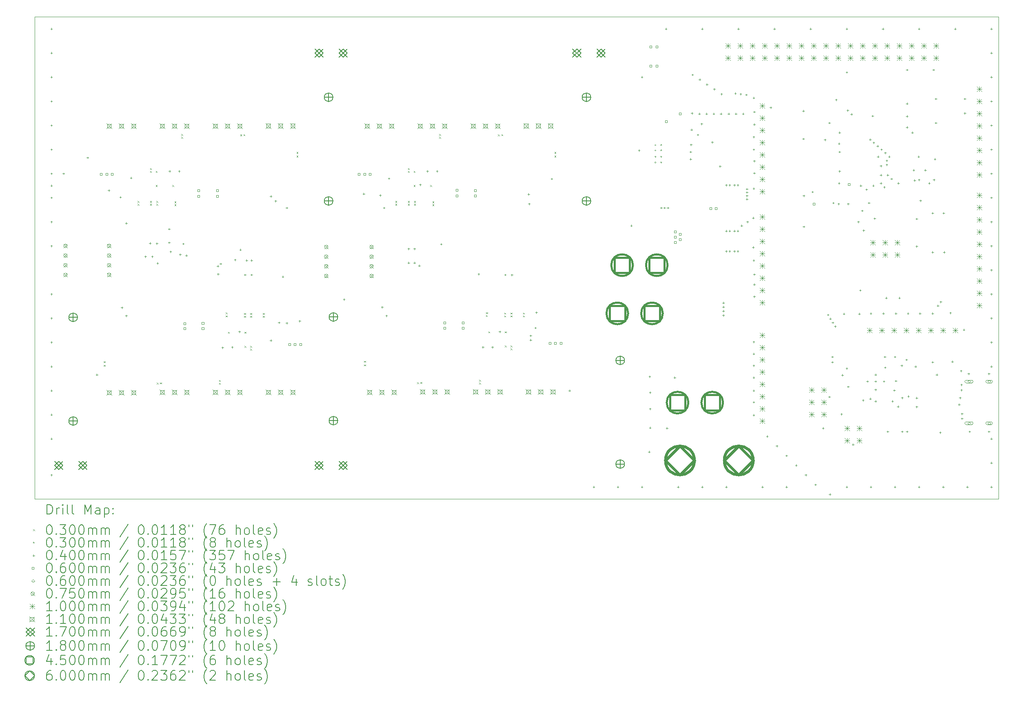
<source format=gbr>
%TF.GenerationSoftware,KiCad,Pcbnew,9.0.1*%
%TF.CreationDate,2025-04-06T02:55:30+02:00*%
%TF.ProjectId,controller_mainboard,636f6e74-726f-46c6-9c65-725f6d61696e,rev?*%
%TF.SameCoordinates,Original*%
%TF.FileFunction,Drillmap*%
%TF.FilePolarity,Positive*%
%FSLAX45Y45*%
G04 Gerber Fmt 4.5, Leading zero omitted, Abs format (unit mm)*
G04 Created by KiCad (PCBNEW 9.0.1) date 2025-04-06 02:55:30*
%MOMM*%
%LPD*%
G01*
G04 APERTURE LIST*
%ADD10C,0.050000*%
%ADD11C,0.200000*%
%ADD12C,0.100000*%
%ADD13C,0.110000*%
%ADD14C,0.170000*%
%ADD15C,0.180000*%
%ADD16C,0.450000*%
%ADD17C,0.600000*%
G04 APERTURE END LIST*
D10*
X5400000Y-6000000D02*
X25400000Y-6000000D01*
X25400000Y-16000000D01*
X5400000Y-16000000D01*
X5400000Y-6000000D01*
D11*
D12*
X6835000Y-13142000D02*
X6865000Y-13172000D01*
X6865000Y-13142000D02*
X6835000Y-13172000D01*
X6835000Y-13217000D02*
X6865000Y-13247000D01*
X6865000Y-13217000D02*
X6835000Y-13247000D01*
X7535000Y-9818000D02*
X7565000Y-9848000D01*
X7565000Y-9818000D02*
X7535000Y-9848000D01*
X7535000Y-9878000D02*
X7565000Y-9908000D01*
X7565000Y-9878000D02*
X7535000Y-9908000D01*
X7795000Y-9138000D02*
X7825000Y-9168000D01*
X7825000Y-9138000D02*
X7795000Y-9168000D01*
X7795000Y-9198000D02*
X7825000Y-9228000D01*
X7825000Y-9198000D02*
X7795000Y-9228000D01*
X7795000Y-9818000D02*
X7825000Y-9848000D01*
X7825000Y-9818000D02*
X7795000Y-9848000D01*
X7795000Y-9878000D02*
X7825000Y-9908000D01*
X7825000Y-9878000D02*
X7795000Y-9908000D01*
X7915000Y-9198000D02*
X7945000Y-9228000D01*
X7945000Y-9198000D02*
X7915000Y-9228000D01*
X7915000Y-9488000D02*
X7945000Y-9518000D01*
X7945000Y-9488000D02*
X7915000Y-9518000D01*
X7925000Y-9818000D02*
X7955000Y-9848000D01*
X7955000Y-9818000D02*
X7925000Y-9848000D01*
X7925000Y-9878000D02*
X7955000Y-9908000D01*
X7955000Y-9878000D02*
X7925000Y-9908000D01*
X7935000Y-13584500D02*
X7965000Y-13614500D01*
X7965000Y-13584500D02*
X7935000Y-13614500D01*
X8005000Y-13582000D02*
X8035000Y-13612000D01*
X8035000Y-13582000D02*
X8005000Y-13612000D01*
X8257500Y-9488000D02*
X8287500Y-9518000D01*
X8287500Y-9488000D02*
X8257500Y-9518000D01*
X8302500Y-9888000D02*
X8332500Y-9918000D01*
X8332500Y-9888000D02*
X8302500Y-9918000D01*
X8305000Y-9828000D02*
X8335000Y-9858000D01*
X8335000Y-9828000D02*
X8305000Y-9858000D01*
X8445000Y-8428000D02*
X8475000Y-8458000D01*
X8475000Y-8428000D02*
X8445000Y-8458000D01*
X8445000Y-8488000D02*
X8475000Y-8518000D01*
X8475000Y-8488000D02*
X8445000Y-8518000D01*
X9225000Y-13532000D02*
X9255000Y-13562000D01*
X9255000Y-13532000D02*
X9225000Y-13562000D01*
X9225000Y-13592000D02*
X9255000Y-13622000D01*
X9255000Y-13592000D02*
X9225000Y-13622000D01*
X9365000Y-12192000D02*
X9395000Y-12222000D01*
X9395000Y-12192000D02*
X9365000Y-12222000D01*
X9367500Y-12132000D02*
X9397500Y-12162000D01*
X9397500Y-12132000D02*
X9367500Y-12162000D01*
X9412500Y-12532000D02*
X9442500Y-12562000D01*
X9442500Y-12532000D02*
X9412500Y-12562000D01*
X9665000Y-8438000D02*
X9695000Y-8468000D01*
X9695000Y-8438000D02*
X9665000Y-8468000D01*
X9735000Y-8435500D02*
X9765000Y-8465500D01*
X9765000Y-8435500D02*
X9735000Y-8465500D01*
X9745000Y-12142000D02*
X9775000Y-12172000D01*
X9775000Y-12142000D02*
X9745000Y-12172000D01*
X9745000Y-12202000D02*
X9775000Y-12232000D01*
X9775000Y-12202000D02*
X9745000Y-12232000D01*
X9755000Y-12532000D02*
X9785000Y-12562000D01*
X9785000Y-12532000D02*
X9755000Y-12562000D01*
X9755000Y-12822000D02*
X9785000Y-12852000D01*
X9785000Y-12822000D02*
X9755000Y-12852000D01*
X9875000Y-12142000D02*
X9905000Y-12172000D01*
X9905000Y-12142000D02*
X9875000Y-12172000D01*
X9875000Y-12202000D02*
X9905000Y-12232000D01*
X9905000Y-12202000D02*
X9875000Y-12232000D01*
X9875000Y-12822000D02*
X9905000Y-12852000D01*
X9905000Y-12822000D02*
X9875000Y-12852000D01*
X9875000Y-12882000D02*
X9905000Y-12912000D01*
X9905000Y-12882000D02*
X9875000Y-12912000D01*
X10135000Y-12142000D02*
X10165000Y-12172000D01*
X10165000Y-12142000D02*
X10135000Y-12172000D01*
X10135000Y-12202000D02*
X10165000Y-12232000D01*
X10165000Y-12202000D02*
X10135000Y-12232000D01*
X10835000Y-8803000D02*
X10865000Y-8833000D01*
X10865000Y-8803000D02*
X10835000Y-8833000D01*
X10835000Y-8878000D02*
X10865000Y-8908000D01*
X10865000Y-8878000D02*
X10835000Y-8908000D01*
X12235000Y-13135000D02*
X12265000Y-13165000D01*
X12265000Y-13135000D02*
X12235000Y-13165000D01*
X12235000Y-13210000D02*
X12265000Y-13240000D01*
X12265000Y-13210000D02*
X12235000Y-13240000D01*
X12885000Y-9818000D02*
X12915000Y-9848000D01*
X12915000Y-9818000D02*
X12885000Y-9848000D01*
X12885000Y-9878000D02*
X12915000Y-9908000D01*
X12915000Y-9878000D02*
X12885000Y-9908000D01*
X13145000Y-9138000D02*
X13175000Y-9168000D01*
X13175000Y-9138000D02*
X13145000Y-9168000D01*
X13145000Y-9198000D02*
X13175000Y-9228000D01*
X13175000Y-9198000D02*
X13145000Y-9228000D01*
X13145000Y-9818000D02*
X13175000Y-9848000D01*
X13175000Y-9818000D02*
X13145000Y-9848000D01*
X13145000Y-9878000D02*
X13175000Y-9908000D01*
X13175000Y-9878000D02*
X13145000Y-9908000D01*
X13265000Y-9198000D02*
X13295000Y-9228000D01*
X13295000Y-9198000D02*
X13265000Y-9228000D01*
X13265000Y-9488000D02*
X13295000Y-9518000D01*
X13295000Y-9488000D02*
X13265000Y-9518000D01*
X13275000Y-9818000D02*
X13305000Y-9848000D01*
X13305000Y-9818000D02*
X13275000Y-9848000D01*
X13275000Y-9878000D02*
X13305000Y-9908000D01*
X13305000Y-9878000D02*
X13275000Y-9908000D01*
X13335000Y-13577500D02*
X13365000Y-13607500D01*
X13365000Y-13577500D02*
X13335000Y-13607500D01*
X13405000Y-13575000D02*
X13435000Y-13605000D01*
X13435000Y-13575000D02*
X13405000Y-13605000D01*
X13607500Y-9488000D02*
X13637500Y-9518000D01*
X13637500Y-9488000D02*
X13607500Y-9518000D01*
X13652500Y-9888000D02*
X13682500Y-9918000D01*
X13682500Y-9888000D02*
X13652500Y-9918000D01*
X13655000Y-9828000D02*
X13685000Y-9858000D01*
X13685000Y-9828000D02*
X13655000Y-9858000D01*
X13795000Y-8428000D02*
X13825000Y-8458000D01*
X13825000Y-8428000D02*
X13795000Y-8458000D01*
X13795000Y-8488000D02*
X13825000Y-8518000D01*
X13825000Y-8488000D02*
X13795000Y-8518000D01*
X14625000Y-13525000D02*
X14655000Y-13555000D01*
X14655000Y-13525000D02*
X14625000Y-13555000D01*
X14625000Y-13585000D02*
X14655000Y-13615000D01*
X14655000Y-13585000D02*
X14625000Y-13615000D01*
X14765000Y-12185000D02*
X14795000Y-12215000D01*
X14795000Y-12185000D02*
X14765000Y-12215000D01*
X14767500Y-12125000D02*
X14797500Y-12155000D01*
X14797500Y-12125000D02*
X14767500Y-12155000D01*
X14812500Y-12525000D02*
X14842500Y-12555000D01*
X14842500Y-12525000D02*
X14812500Y-12555000D01*
X15015000Y-8438000D02*
X15045000Y-8468000D01*
X15045000Y-8438000D02*
X15015000Y-8468000D01*
X15085000Y-8435500D02*
X15115000Y-8465500D01*
X15115000Y-8435500D02*
X15085000Y-8465500D01*
X15145000Y-12135000D02*
X15175000Y-12165000D01*
X15175000Y-12135000D02*
X15145000Y-12165000D01*
X15145000Y-12195000D02*
X15175000Y-12225000D01*
X15175000Y-12195000D02*
X15145000Y-12225000D01*
X15155000Y-12525000D02*
X15185000Y-12555000D01*
X15185000Y-12525000D02*
X15155000Y-12555000D01*
X15155000Y-12815000D02*
X15185000Y-12845000D01*
X15185000Y-12815000D02*
X15155000Y-12845000D01*
X15275000Y-12135000D02*
X15305000Y-12165000D01*
X15305000Y-12135000D02*
X15275000Y-12165000D01*
X15275000Y-12195000D02*
X15305000Y-12225000D01*
X15305000Y-12195000D02*
X15275000Y-12225000D01*
X15275000Y-12815000D02*
X15305000Y-12845000D01*
X15305000Y-12815000D02*
X15275000Y-12845000D01*
X15275000Y-12875000D02*
X15305000Y-12905000D01*
X15305000Y-12875000D02*
X15275000Y-12905000D01*
X15535000Y-12135000D02*
X15565000Y-12165000D01*
X15565000Y-12135000D02*
X15535000Y-12165000D01*
X15535000Y-12195000D02*
X15565000Y-12225000D01*
X15565000Y-12195000D02*
X15535000Y-12225000D01*
X16185000Y-8803000D02*
X16215000Y-8833000D01*
X16215000Y-8803000D02*
X16185000Y-8833000D01*
X16185000Y-8878000D02*
X16215000Y-8908000D01*
X16215000Y-8878000D02*
X16185000Y-8908000D01*
X18295000Y-8660000D02*
G75*
G02*
X18265000Y-8660000I-15000J0D01*
G01*
X18265000Y-8660000D02*
G75*
G02*
X18295000Y-8660000I15000J0D01*
G01*
X18295000Y-8770000D02*
G75*
G02*
X18265000Y-8770000I-15000J0D01*
G01*
X18265000Y-8770000D02*
G75*
G02*
X18295000Y-8770000I15000J0D01*
G01*
X18295000Y-8900000D02*
G75*
G02*
X18265000Y-8900000I-15000J0D01*
G01*
X18265000Y-8900000D02*
G75*
G02*
X18295000Y-8900000I15000J0D01*
G01*
X18295000Y-9020000D02*
G75*
G02*
X18265000Y-9020000I-15000J0D01*
G01*
X18265000Y-9020000D02*
G75*
G02*
X18295000Y-9020000I15000J0D01*
G01*
X18415000Y-8660000D02*
G75*
G02*
X18385000Y-8660000I-15000J0D01*
G01*
X18385000Y-8660000D02*
G75*
G02*
X18415000Y-8660000I15000J0D01*
G01*
X18415000Y-8770000D02*
G75*
G02*
X18385000Y-8770000I-15000J0D01*
G01*
X18385000Y-8770000D02*
G75*
G02*
X18415000Y-8770000I15000J0D01*
G01*
X18415000Y-8900000D02*
G75*
G02*
X18385000Y-8900000I-15000J0D01*
G01*
X18385000Y-8900000D02*
G75*
G02*
X18415000Y-8900000I15000J0D01*
G01*
X18415000Y-9020000D02*
G75*
G02*
X18385000Y-9020000I-15000J0D01*
G01*
X18385000Y-9020000D02*
G75*
G02*
X18415000Y-9020000I15000J0D01*
G01*
X5750000Y-6230000D02*
X5750000Y-6270000D01*
X5730000Y-6250000D02*
X5770000Y-6250000D01*
X5750000Y-6730000D02*
X5750000Y-6770000D01*
X5730000Y-6750000D02*
X5770000Y-6750000D01*
X5750000Y-7230000D02*
X5750000Y-7270000D01*
X5730000Y-7250000D02*
X5770000Y-7250000D01*
X5750000Y-7730000D02*
X5750000Y-7770000D01*
X5730000Y-7750000D02*
X5770000Y-7750000D01*
X5750000Y-8230000D02*
X5750000Y-8270000D01*
X5730000Y-8250000D02*
X5770000Y-8250000D01*
X5750000Y-8730000D02*
X5750000Y-8770000D01*
X5730000Y-8750000D02*
X5770000Y-8750000D01*
X5750000Y-9230000D02*
X5750000Y-9270000D01*
X5730000Y-9250000D02*
X5770000Y-9250000D01*
X5750000Y-9480000D02*
X5750000Y-9520000D01*
X5730000Y-9500000D02*
X5770000Y-9500000D01*
X5750000Y-9730000D02*
X5750000Y-9770000D01*
X5730000Y-9750000D02*
X5770000Y-9750000D01*
X5750000Y-10230000D02*
X5750000Y-10270000D01*
X5730000Y-10250000D02*
X5770000Y-10250000D01*
X5750000Y-10730000D02*
X5750000Y-10770000D01*
X5730000Y-10750000D02*
X5770000Y-10750000D01*
X5750000Y-11730000D02*
X5750000Y-11770000D01*
X5730000Y-11750000D02*
X5770000Y-11750000D01*
X5750000Y-12230000D02*
X5750000Y-12270000D01*
X5730000Y-12250000D02*
X5770000Y-12250000D01*
X5750000Y-12730000D02*
X5750000Y-12770000D01*
X5730000Y-12750000D02*
X5770000Y-12750000D01*
X5750000Y-13230000D02*
X5750000Y-13270000D01*
X5730000Y-13250000D02*
X5770000Y-13250000D01*
X5750000Y-13730000D02*
X5750000Y-13770000D01*
X5730000Y-13750000D02*
X5770000Y-13750000D01*
X5750000Y-14230000D02*
X5750000Y-14270000D01*
X5730000Y-14250000D02*
X5770000Y-14250000D01*
X5750000Y-14730000D02*
X5750000Y-14770000D01*
X5730000Y-14750000D02*
X5770000Y-14750000D01*
X5750000Y-15480000D02*
X5750000Y-15520000D01*
X5730000Y-15500000D02*
X5770000Y-15500000D01*
X6000000Y-9230000D02*
X6000000Y-9270000D01*
X5980000Y-9250000D02*
X6020000Y-9250000D01*
X6500000Y-8900000D02*
X6500000Y-8940000D01*
X6480000Y-8920000D02*
X6520000Y-8920000D01*
X6690000Y-13400000D02*
X6690000Y-13440000D01*
X6670000Y-13420000D02*
X6710000Y-13420000D01*
X6940000Y-9580000D02*
X6940000Y-9620000D01*
X6920000Y-9600000D02*
X6960000Y-9600000D01*
X7180000Y-9720000D02*
X7180000Y-9760000D01*
X7160000Y-9740000D02*
X7200000Y-9740000D01*
X7210000Y-12010000D02*
X7210000Y-12050000D01*
X7190000Y-12030000D02*
X7230000Y-12030000D01*
X7300000Y-10260000D02*
X7300000Y-10300000D01*
X7280000Y-10280000D02*
X7320000Y-10280000D01*
X7300000Y-12180000D02*
X7300000Y-12220000D01*
X7280000Y-12200000D02*
X7320000Y-12200000D01*
X7400000Y-9320000D02*
X7400000Y-9360000D01*
X7380000Y-9340000D02*
X7420000Y-9340000D01*
X7700000Y-10950000D02*
X7700000Y-10990000D01*
X7680000Y-10970000D02*
X7720000Y-10970000D01*
X7796000Y-10676000D02*
X7796000Y-10716000D01*
X7776000Y-10696000D02*
X7816000Y-10696000D01*
X7840000Y-10950000D02*
X7840000Y-10990000D01*
X7820000Y-10970000D02*
X7860000Y-10970000D01*
X7936500Y-10680000D02*
X7936500Y-10720000D01*
X7916500Y-10700000D02*
X7956500Y-10700000D01*
X7950000Y-11090000D02*
X7950000Y-11130000D01*
X7930000Y-11110000D02*
X7970000Y-11110000D01*
X8190000Y-10380000D02*
X8190000Y-10420000D01*
X8170000Y-10400000D02*
X8210000Y-10400000D01*
X8190000Y-10660000D02*
X8190000Y-10700000D01*
X8170000Y-10680000D02*
X8210000Y-10680000D01*
X8200000Y-9180000D02*
X8200000Y-9220000D01*
X8180000Y-9200000D02*
X8220000Y-9200000D01*
X8220000Y-10850000D02*
X8220000Y-10890000D01*
X8200000Y-10870000D02*
X8240000Y-10870000D01*
X8400000Y-9180000D02*
X8400000Y-9220000D01*
X8380000Y-9200000D02*
X8420000Y-9200000D01*
X8420000Y-10910000D02*
X8420000Y-10950000D01*
X8400000Y-10930000D02*
X8440000Y-10930000D01*
X8484000Y-10686000D02*
X8484000Y-10726000D01*
X8464000Y-10706000D02*
X8504000Y-10706000D01*
X8550000Y-10930000D02*
X8550000Y-10970000D01*
X8530000Y-10950000D02*
X8570000Y-10950000D01*
X9200000Y-11150000D02*
X9200000Y-11190000D01*
X9180000Y-11170000D02*
X9220000Y-11170000D01*
X9206000Y-11314000D02*
X9206000Y-11354000D01*
X9186000Y-11334000D02*
X9226000Y-11334000D01*
X9260000Y-11100000D02*
X9260000Y-11140000D01*
X9240000Y-11120000D02*
X9280000Y-11120000D01*
X9300000Y-12840000D02*
X9300000Y-12880000D01*
X9280000Y-12860000D02*
X9320000Y-12860000D01*
X9500000Y-12830000D02*
X9500000Y-12870000D01*
X9480000Y-12850000D02*
X9520000Y-12850000D01*
X9560000Y-11020000D02*
X9560000Y-11060000D01*
X9540000Y-11040000D02*
X9580000Y-11040000D01*
X9650000Y-12510000D02*
X9650000Y-12550000D01*
X9630000Y-12530000D02*
X9670000Y-12530000D01*
X9670000Y-10810000D02*
X9670000Y-10850000D01*
X9650000Y-10830000D02*
X9690000Y-10830000D01*
X9763500Y-11330000D02*
X9763500Y-11370000D01*
X9743500Y-11350000D02*
X9783500Y-11350000D01*
X9800000Y-11030000D02*
X9800000Y-11070000D01*
X9780000Y-11050000D02*
X9820000Y-11050000D01*
X9900000Y-11030000D02*
X9900000Y-11070000D01*
X9880000Y-11050000D02*
X9920000Y-11050000D01*
X9900000Y-11330000D02*
X9900000Y-11370000D01*
X9880000Y-11350000D02*
X9920000Y-11350000D01*
X10300000Y-9700000D02*
X10300000Y-9740000D01*
X10280000Y-9720000D02*
X10320000Y-9720000D01*
X10300000Y-12690000D02*
X10300000Y-12730000D01*
X10280000Y-12710000D02*
X10320000Y-12710000D01*
X10400000Y-9800000D02*
X10400000Y-9840000D01*
X10380000Y-9820000D02*
X10420000Y-9820000D01*
X10470000Y-12320000D02*
X10470000Y-12360000D01*
X10450000Y-12340000D02*
X10490000Y-12340000D01*
X10550000Y-11370000D02*
X10550000Y-11410000D01*
X10530000Y-11390000D02*
X10570000Y-11390000D01*
X10630000Y-9940000D02*
X10630000Y-9980000D01*
X10610000Y-9960000D02*
X10650000Y-9960000D01*
X10630000Y-12330000D02*
X10630000Y-12370000D01*
X10610000Y-12350000D02*
X10650000Y-12350000D01*
X10900000Y-12290000D02*
X10900000Y-12330000D01*
X10880000Y-12310000D02*
X10920000Y-12310000D01*
X11820000Y-11840000D02*
X11820000Y-11880000D01*
X11800000Y-11860000D02*
X11840000Y-11860000D01*
X12230000Y-9650000D02*
X12230000Y-9690000D01*
X12210000Y-9670000D02*
X12250000Y-9670000D01*
X12570000Y-9680000D02*
X12570000Y-9720000D01*
X12550000Y-9700000D02*
X12590000Y-9700000D01*
X12610000Y-12000000D02*
X12610000Y-12040000D01*
X12590000Y-12020000D02*
X12630000Y-12020000D01*
X12650000Y-9940000D02*
X12650000Y-9980000D01*
X12630000Y-9960000D02*
X12670000Y-9960000D01*
X12700000Y-12180000D02*
X12700000Y-12220000D01*
X12680000Y-12200000D02*
X12720000Y-12200000D01*
X12750000Y-9330000D02*
X12750000Y-9370000D01*
X12730000Y-9350000D02*
X12770000Y-9350000D01*
X13160000Y-10790000D02*
X13160000Y-10830000D01*
X13140000Y-10810000D02*
X13180000Y-10810000D01*
X13160000Y-11080000D02*
X13160000Y-11120000D01*
X13140000Y-11100000D02*
X13180000Y-11100000D01*
X13280000Y-10790000D02*
X13280000Y-10830000D01*
X13260000Y-10810000D02*
X13300000Y-10810000D01*
X13280000Y-11080000D02*
X13280000Y-11120000D01*
X13260000Y-11100000D02*
X13300000Y-11100000D01*
X13380000Y-11140000D02*
X13380000Y-11180000D01*
X13360000Y-11160000D02*
X13400000Y-11160000D01*
X13400000Y-9460000D02*
X13400000Y-9500000D01*
X13380000Y-9480000D02*
X13420000Y-9480000D01*
X13550000Y-9180000D02*
X13550000Y-9220000D01*
X13530000Y-9200000D02*
X13570000Y-9200000D01*
X13750000Y-9180000D02*
X13750000Y-9220000D01*
X13730000Y-9200000D02*
X13770000Y-9200000D01*
X13835000Y-10695000D02*
X13835000Y-10735000D01*
X13815000Y-10715000D02*
X13855000Y-10715000D01*
X14614500Y-11315500D02*
X14614500Y-11355500D01*
X14594500Y-11335500D02*
X14634500Y-11335500D01*
X14700000Y-12830000D02*
X14700000Y-12870000D01*
X14680000Y-12850000D02*
X14720000Y-12850000D01*
X14900000Y-12830000D02*
X14900000Y-12870000D01*
X14880000Y-12850000D02*
X14920000Y-12850000D01*
X15050000Y-12510000D02*
X15050000Y-12550000D01*
X15030000Y-12530000D02*
X15070000Y-12530000D01*
X15163500Y-11330000D02*
X15163500Y-11370000D01*
X15143500Y-11350000D02*
X15183500Y-11350000D01*
X15300500Y-11330500D02*
X15300500Y-11370500D01*
X15280500Y-11350500D02*
X15320500Y-11350500D01*
X15650000Y-9660000D02*
X15650000Y-9700000D01*
X15630000Y-9680000D02*
X15670000Y-9680000D01*
X15660000Y-9860000D02*
X15660000Y-9900000D01*
X15640000Y-9880000D02*
X15680000Y-9880000D01*
X15690000Y-12590000D02*
X15690000Y-12630000D01*
X15670000Y-12610000D02*
X15710000Y-12610000D01*
X15690000Y-12680000D02*
X15690000Y-12720000D01*
X15670000Y-12700000D02*
X15710000Y-12700000D01*
X15790000Y-12430000D02*
X15790000Y-12470000D01*
X15770000Y-12450000D02*
X15810000Y-12450000D01*
X15810000Y-12110000D02*
X15810000Y-12150000D01*
X15790000Y-12130000D02*
X15830000Y-12130000D01*
X16130000Y-9340000D02*
X16130000Y-9380000D01*
X16110000Y-9360000D02*
X16150000Y-9360000D01*
X16500000Y-13730000D02*
X16500000Y-13770000D01*
X16480000Y-13750000D02*
X16520000Y-13750000D01*
X17000000Y-15730000D02*
X17000000Y-15770000D01*
X16980000Y-15750000D02*
X17020000Y-15750000D01*
X17500000Y-15730000D02*
X17500000Y-15770000D01*
X17480000Y-15750000D02*
X17520000Y-15750000D01*
X17780000Y-10310000D02*
X17780000Y-10350000D01*
X17760000Y-10330000D02*
X17800000Y-10330000D01*
X17940000Y-8750000D02*
X17940000Y-8790000D01*
X17920000Y-8770000D02*
X17960000Y-8770000D01*
X18000000Y-7230000D02*
X18000000Y-7270000D01*
X17980000Y-7250000D02*
X18020000Y-7250000D01*
X18000000Y-15730000D02*
X18000000Y-15770000D01*
X17980000Y-15750000D02*
X18020000Y-15750000D01*
X18150000Y-15000000D02*
X18150000Y-15040000D01*
X18130000Y-15020000D02*
X18170000Y-15020000D01*
X18160000Y-13440000D02*
X18160000Y-13480000D01*
X18140000Y-13460000D02*
X18180000Y-13460000D01*
X18170000Y-13770000D02*
X18170000Y-13810000D01*
X18150000Y-13790000D02*
X18190000Y-13790000D01*
X18170000Y-14110000D02*
X18170000Y-14150000D01*
X18150000Y-14130000D02*
X18190000Y-14130000D01*
X18170000Y-14500000D02*
X18170000Y-14540000D01*
X18150000Y-14520000D02*
X18190000Y-14520000D01*
X18400000Y-9940000D02*
X18400000Y-9980000D01*
X18380000Y-9960000D02*
X18420000Y-9960000D01*
X18470000Y-9940000D02*
X18470000Y-9980000D01*
X18450000Y-9960000D02*
X18490000Y-9960000D01*
X18500000Y-6230000D02*
X18500000Y-6270000D01*
X18480000Y-6250000D02*
X18520000Y-6250000D01*
X18520000Y-14510000D02*
X18520000Y-14550000D01*
X18500000Y-14530000D02*
X18540000Y-14530000D01*
X18540000Y-9940000D02*
X18540000Y-9980000D01*
X18520000Y-9960000D02*
X18560000Y-9960000D01*
X18680000Y-13460000D02*
X18680000Y-13500000D01*
X18660000Y-13480000D02*
X18700000Y-13480000D01*
X18750000Y-15730000D02*
X18750000Y-15770000D01*
X18730000Y-15750000D02*
X18770000Y-15750000D01*
X19010000Y-8780000D02*
X19010000Y-8820000D01*
X18990000Y-8800000D02*
X19030000Y-8800000D01*
X19010000Y-8930000D02*
X19010000Y-8970000D01*
X18990000Y-8950000D02*
X19030000Y-8950000D01*
X19020000Y-8630000D02*
X19020000Y-8670000D01*
X19000000Y-8650000D02*
X19040000Y-8650000D01*
X19030000Y-8320000D02*
X19030000Y-8360000D01*
X19010000Y-8340000D02*
X19050000Y-8340000D01*
X19040000Y-7980000D02*
X19040000Y-8020000D01*
X19020000Y-8000000D02*
X19060000Y-8000000D01*
X19050000Y-7180000D02*
X19050000Y-7220000D01*
X19030000Y-7200000D02*
X19070000Y-7200000D01*
X19160000Y-8425000D02*
X19160000Y-8465000D01*
X19140000Y-8445000D02*
X19180000Y-8445000D01*
X19190000Y-7990000D02*
X19190000Y-8030000D01*
X19170000Y-8010000D02*
X19210000Y-8010000D01*
X19200000Y-7280000D02*
X19200000Y-7320000D01*
X19180000Y-7300000D02*
X19220000Y-7300000D01*
X19240000Y-8200000D02*
X19240000Y-8240000D01*
X19220000Y-8220000D02*
X19260000Y-8220000D01*
X19250000Y-6230000D02*
X19250000Y-6270000D01*
X19230000Y-6250000D02*
X19270000Y-6250000D01*
X19250000Y-15730000D02*
X19250000Y-15770000D01*
X19230000Y-15750000D02*
X19270000Y-15750000D01*
X19340000Y-7990000D02*
X19340000Y-8030000D01*
X19320000Y-8010000D02*
X19360000Y-8010000D01*
X19350000Y-7380000D02*
X19350000Y-7420000D01*
X19330000Y-7400000D02*
X19370000Y-7400000D01*
X19460000Y-8580000D02*
X19460000Y-8620000D01*
X19440000Y-8600000D02*
X19480000Y-8600000D01*
X19490000Y-7990000D02*
X19490000Y-8030000D01*
X19470000Y-8010000D02*
X19510000Y-8010000D01*
X19500000Y-7480000D02*
X19500000Y-7520000D01*
X19480000Y-7500000D02*
X19520000Y-7500000D01*
X19620000Y-9080000D02*
X19620000Y-9120000D01*
X19600000Y-9100000D02*
X19640000Y-9100000D01*
X19640000Y-7990000D02*
X19640000Y-8030000D01*
X19620000Y-8010000D02*
X19660000Y-8010000D01*
X19650000Y-7580000D02*
X19650000Y-7620000D01*
X19630000Y-7600000D02*
X19670000Y-7600000D01*
X19690000Y-11909999D02*
X19690000Y-11949999D01*
X19670000Y-11929999D02*
X19710000Y-11929999D01*
X19690000Y-11995000D02*
X19690000Y-12035000D01*
X19670000Y-12015000D02*
X19710000Y-12015000D01*
X19690000Y-12080000D02*
X19690000Y-12120000D01*
X19670000Y-12100000D02*
X19710000Y-12100000D01*
X19690000Y-12170000D02*
X19690000Y-12210000D01*
X19670000Y-12190000D02*
X19710000Y-12190000D01*
X19750000Y-9470000D02*
X19750000Y-9510000D01*
X19730000Y-9490000D02*
X19770000Y-9490000D01*
X19750000Y-10420000D02*
X19750000Y-10460000D01*
X19730000Y-10440000D02*
X19770000Y-10440000D01*
X19750000Y-10840000D02*
X19750000Y-10880000D01*
X19730000Y-10860000D02*
X19770000Y-10860000D01*
X19750000Y-15730000D02*
X19750000Y-15770000D01*
X19730000Y-15750000D02*
X19770000Y-15750000D01*
X19800000Y-7990000D02*
X19800000Y-8030000D01*
X19780000Y-8010000D02*
X19820000Y-8010000D01*
X19820000Y-9470000D02*
X19820000Y-9510000D01*
X19800000Y-9490000D02*
X19840000Y-9490000D01*
X19820000Y-10420000D02*
X19820000Y-10460000D01*
X19800000Y-10440000D02*
X19840000Y-10440000D01*
X19820000Y-10840000D02*
X19820000Y-10880000D01*
X19800000Y-10860000D02*
X19840000Y-10860000D01*
X19920000Y-9470000D02*
X19920000Y-9510000D01*
X19900000Y-9490000D02*
X19940000Y-9490000D01*
X19920000Y-10420000D02*
X19920000Y-10460000D01*
X19900000Y-10440000D02*
X19940000Y-10440000D01*
X19920000Y-10840000D02*
X19920000Y-10880000D01*
X19900000Y-10860000D02*
X19940000Y-10860000D01*
X19938104Y-7568104D02*
X19938104Y-7608104D01*
X19918104Y-7588104D02*
X19958104Y-7588104D01*
X19950000Y-7990000D02*
X19950000Y-8030000D01*
X19930000Y-8010000D02*
X19970000Y-8010000D01*
X19990000Y-9470000D02*
X19990000Y-9510000D01*
X19970000Y-9490000D02*
X20010000Y-9490000D01*
X19990000Y-10420000D02*
X19990000Y-10460000D01*
X19970000Y-10440000D02*
X20010000Y-10440000D01*
X19990000Y-10840000D02*
X19990000Y-10880000D01*
X19970000Y-10860000D02*
X20010000Y-10860000D01*
X20000000Y-6230000D02*
X20000000Y-6270000D01*
X19980000Y-6250000D02*
X20020000Y-6250000D01*
X20050000Y-7580000D02*
X20050000Y-7620000D01*
X20030000Y-7600000D02*
X20070000Y-7600000D01*
X20070000Y-10310000D02*
X20070000Y-10350000D01*
X20050000Y-10330000D02*
X20090000Y-10330000D01*
X20100000Y-7990000D02*
X20100000Y-8030000D01*
X20080000Y-8010000D02*
X20120000Y-8010000D01*
X20165104Y-7595104D02*
X20165104Y-7635104D01*
X20145104Y-7615104D02*
X20185104Y-7615104D01*
X20180000Y-9550000D02*
X20180000Y-9590000D01*
X20160000Y-9570000D02*
X20200000Y-9570000D01*
X20180000Y-9620000D02*
X20180000Y-9660000D01*
X20160000Y-9640000D02*
X20200000Y-9640000D01*
X20180000Y-9690000D02*
X20180000Y-9730000D01*
X20160000Y-9710000D02*
X20200000Y-9710000D01*
X20180000Y-9760000D02*
X20180000Y-9800000D01*
X20160000Y-9780000D02*
X20200000Y-9780000D01*
X20190000Y-10230000D02*
X20190000Y-10270000D01*
X20170000Y-10250000D02*
X20210000Y-10250000D01*
X20310000Y-10150000D02*
X20310000Y-10190000D01*
X20290000Y-10170000D02*
X20330000Y-10170000D01*
X20310000Y-10760000D02*
X20310000Y-10800000D01*
X20290000Y-10780000D02*
X20330000Y-10780000D01*
X20320000Y-7660000D02*
X20320000Y-7700000D01*
X20300000Y-7680000D02*
X20340000Y-7680000D01*
X20320000Y-8470000D02*
X20320000Y-8510000D01*
X20300000Y-8490000D02*
X20340000Y-8490000D01*
X20320000Y-8730000D02*
X20320000Y-8770000D01*
X20300000Y-8750000D02*
X20340000Y-8750000D01*
X20320000Y-9540000D02*
X20320000Y-9580000D01*
X20300000Y-9560000D02*
X20340000Y-9560000D01*
X20320000Y-11030000D02*
X20320000Y-11070000D01*
X20300000Y-11050000D02*
X20340000Y-11050000D01*
X20320000Y-12720000D02*
X20320000Y-12760000D01*
X20300000Y-12740000D02*
X20340000Y-12740000D01*
X20320000Y-12970000D02*
X20320000Y-13010000D01*
X20300000Y-12990000D02*
X20340000Y-12990000D01*
X20320000Y-13210000D02*
X20320000Y-13250000D01*
X20300000Y-13230000D02*
X20340000Y-13230000D01*
X20320000Y-13460000D02*
X20320000Y-13500000D01*
X20300000Y-13480000D02*
X20340000Y-13480000D01*
X20320000Y-13730000D02*
X20320000Y-13770000D01*
X20300000Y-13750000D02*
X20340000Y-13750000D01*
X20320000Y-13970000D02*
X20320000Y-14010000D01*
X20300000Y-13990000D02*
X20340000Y-13990000D01*
X20320000Y-14240000D02*
X20320000Y-14280000D01*
X20300000Y-14260000D02*
X20340000Y-14260000D01*
X20330000Y-7950000D02*
X20330000Y-7990000D01*
X20310000Y-7970000D02*
X20350000Y-7970000D01*
X20330000Y-8210000D02*
X20330000Y-8250000D01*
X20310000Y-8230000D02*
X20350000Y-8230000D01*
X20330000Y-8970000D02*
X20330000Y-9010000D01*
X20310000Y-8990000D02*
X20350000Y-8990000D01*
X20330000Y-9220000D02*
X20330000Y-9260000D01*
X20310000Y-9240000D02*
X20350000Y-9240000D01*
X20330000Y-11320000D02*
X20330000Y-11360000D01*
X20310000Y-11340000D02*
X20350000Y-11340000D01*
X20330000Y-11530000D02*
X20330000Y-11570000D01*
X20310000Y-11550000D02*
X20350000Y-11550000D01*
X20330000Y-11780000D02*
X20330000Y-11820000D01*
X20310000Y-11800000D02*
X20350000Y-11800000D01*
X20500000Y-15730000D02*
X20500000Y-15770000D01*
X20480000Y-15750000D02*
X20520000Y-15750000D01*
X20600000Y-14680000D02*
X20600000Y-14720000D01*
X20580000Y-14700000D02*
X20620000Y-14700000D01*
X20674036Y-7860000D02*
X20674036Y-7900000D01*
X20654036Y-7880000D02*
X20694036Y-7880000D01*
X20750000Y-6230000D02*
X20750000Y-6270000D01*
X20730000Y-6250000D02*
X20770000Y-6250000D01*
X20800000Y-14880000D02*
X20800000Y-14920000D01*
X20780000Y-14900000D02*
X20820000Y-14900000D01*
X21000000Y-15080000D02*
X21000000Y-15120000D01*
X20980000Y-15100000D02*
X21020000Y-15100000D01*
X21000000Y-15730000D02*
X21000000Y-15770000D01*
X20980000Y-15750000D02*
X21020000Y-15750000D01*
X21200000Y-15280000D02*
X21200000Y-15320000D01*
X21180000Y-15300000D02*
X21220000Y-15300000D01*
X21350000Y-7930000D02*
X21350000Y-7970000D01*
X21330000Y-7950000D02*
X21370000Y-7950000D01*
X21350000Y-8510000D02*
X21350000Y-8550000D01*
X21330000Y-8530000D02*
X21370000Y-8530000D01*
X21360000Y-9690000D02*
X21360000Y-9730000D01*
X21340000Y-9710000D02*
X21380000Y-9710000D01*
X21360000Y-10330000D02*
X21360000Y-10370000D01*
X21340000Y-10350000D02*
X21380000Y-10350000D01*
X21400000Y-15480000D02*
X21400000Y-15520000D01*
X21380000Y-15500000D02*
X21420000Y-15500000D01*
X21500000Y-6230000D02*
X21500000Y-6270000D01*
X21480000Y-6250000D02*
X21520000Y-6250000D01*
X21540000Y-9610000D02*
X21540000Y-9650000D01*
X21520000Y-9630000D02*
X21560000Y-9630000D01*
X21600000Y-15680000D02*
X21600000Y-15720000D01*
X21580000Y-15700000D02*
X21620000Y-15700000D01*
X21760000Y-14510000D02*
X21760000Y-14550000D01*
X21740000Y-14530000D02*
X21780000Y-14530000D01*
X21800000Y-8530000D02*
X21800000Y-8570000D01*
X21780000Y-8550000D02*
X21820000Y-8550000D01*
X21860000Y-12160000D02*
X21860000Y-12200000D01*
X21840000Y-12180000D02*
X21880000Y-12180000D01*
X21890000Y-8180000D02*
X21890000Y-8220000D01*
X21870000Y-8200000D02*
X21910000Y-8200000D01*
X21890000Y-13860000D02*
X21890000Y-13900000D01*
X21870000Y-13880000D02*
X21910000Y-13880000D01*
X21900000Y-15880000D02*
X21900000Y-15920000D01*
X21880000Y-15900000D02*
X21920000Y-15900000D01*
X21910000Y-12240000D02*
X21910000Y-12280000D01*
X21890000Y-12260000D02*
X21930000Y-12260000D01*
X21950000Y-13030000D02*
X21950000Y-13070000D01*
X21930000Y-13050000D02*
X21970000Y-13050000D01*
X21950000Y-13140000D02*
X21950000Y-13180000D01*
X21930000Y-13160000D02*
X21970000Y-13160000D01*
X21960000Y-12320000D02*
X21960000Y-12360000D01*
X21940000Y-12340000D02*
X21980000Y-12340000D01*
X21970000Y-9840000D02*
X21970000Y-9880000D01*
X21950000Y-9860000D02*
X21990000Y-9860000D01*
X22010000Y-12400000D02*
X22010000Y-12440000D01*
X21990000Y-12420000D02*
X22030000Y-12420000D01*
X22030000Y-7700000D02*
X22030000Y-7740000D01*
X22010000Y-7720000D02*
X22050000Y-7720000D01*
X22080000Y-9860000D02*
X22080000Y-9900000D01*
X22060000Y-9880000D02*
X22100000Y-9880000D01*
X22090000Y-8610000D02*
X22090000Y-8650000D01*
X22070000Y-8630000D02*
X22110000Y-8630000D01*
X22090000Y-9430000D02*
X22090000Y-9470000D01*
X22070000Y-9450000D02*
X22110000Y-9450000D01*
X22100000Y-8380000D02*
X22100000Y-8420000D01*
X22080000Y-8400000D02*
X22120000Y-8400000D01*
X22100000Y-8780000D02*
X22100000Y-8820000D01*
X22080000Y-8800000D02*
X22120000Y-8800000D01*
X22100000Y-9180000D02*
X22100000Y-9220000D01*
X22080000Y-9200000D02*
X22120000Y-9200000D01*
X22140000Y-14220000D02*
X22140000Y-14260000D01*
X22120000Y-14240000D02*
X22160000Y-14240000D01*
X22160000Y-13410000D02*
X22160000Y-13450000D01*
X22140000Y-13430000D02*
X22180000Y-13430000D01*
X22190000Y-12140000D02*
X22190000Y-12180000D01*
X22170000Y-12160000D02*
X22210000Y-12160000D01*
X22250000Y-6230000D02*
X22250000Y-6270000D01*
X22230000Y-6250000D02*
X22270000Y-6250000D01*
X22250000Y-7130000D02*
X22250000Y-7170000D01*
X22230000Y-7150000D02*
X22270000Y-7150000D01*
X22250000Y-13270000D02*
X22250000Y-13310000D01*
X22230000Y-13290000D02*
X22270000Y-13290000D01*
X22250000Y-15730000D02*
X22250000Y-15770000D01*
X22230000Y-15750000D02*
X22270000Y-15750000D01*
X22270000Y-7920000D02*
X22270000Y-7960000D01*
X22250000Y-7940000D02*
X22290000Y-7940000D01*
X22280000Y-9860000D02*
X22280000Y-9900000D01*
X22260000Y-9880000D02*
X22300000Y-9880000D01*
X22280000Y-13650000D02*
X22280000Y-13690000D01*
X22260000Y-13670000D02*
X22300000Y-13670000D01*
X22350000Y-8000000D02*
X22350000Y-8040000D01*
X22330000Y-8020000D02*
X22370000Y-8020000D01*
X22380000Y-14850000D02*
X22380000Y-14890000D01*
X22360000Y-14870000D02*
X22400000Y-14870000D01*
X22490000Y-10230000D02*
X22490000Y-10270000D01*
X22470000Y-10250000D02*
X22510000Y-10250000D01*
X22510000Y-12140000D02*
X22510000Y-12180000D01*
X22490000Y-12160000D02*
X22530000Y-12160000D01*
X22530000Y-11650000D02*
X22530000Y-11690000D01*
X22510000Y-11670000D02*
X22550000Y-11670000D01*
X22540000Y-9480000D02*
X22540000Y-9520000D01*
X22520000Y-9500000D02*
X22560000Y-9500000D01*
X22570000Y-10000000D02*
X22570000Y-10040000D01*
X22550000Y-10020000D02*
X22590000Y-10020000D01*
X22590000Y-13930000D02*
X22590000Y-13970000D01*
X22570000Y-13950000D02*
X22610000Y-13950000D01*
X22600000Y-10410000D02*
X22600000Y-10450000D01*
X22580000Y-10430000D02*
X22620000Y-10430000D01*
X22660000Y-9560000D02*
X22660000Y-9600000D01*
X22640000Y-9580000D02*
X22680000Y-9580000D01*
X22680000Y-13540000D02*
X22680000Y-13580000D01*
X22660000Y-13560000D02*
X22700000Y-13560000D01*
X22710000Y-9840000D02*
X22710000Y-9880000D01*
X22690000Y-9860000D02*
X22730000Y-9860000D01*
X22735000Y-8525000D02*
X22735000Y-8565000D01*
X22715000Y-8545000D02*
X22755000Y-8545000D01*
X22740000Y-13900000D02*
X22740000Y-13940000D01*
X22720000Y-13920000D02*
X22760000Y-13920000D01*
X22750000Y-12130000D02*
X22750000Y-12170000D01*
X22730000Y-12150000D02*
X22770000Y-12150000D01*
X22750000Y-15730000D02*
X22750000Y-15770000D01*
X22730000Y-15750000D02*
X22770000Y-15750000D01*
X22785000Y-8035000D02*
X22785000Y-8075000D01*
X22765000Y-8055000D02*
X22805000Y-8055000D01*
X22800000Y-9480000D02*
X22800000Y-9520000D01*
X22780000Y-9500000D02*
X22820000Y-9500000D01*
X22810000Y-8590000D02*
X22810000Y-8630000D01*
X22790000Y-8610000D02*
X22830000Y-8610000D01*
X22830000Y-10160000D02*
X22830000Y-10200000D01*
X22810000Y-10180000D02*
X22850000Y-10180000D01*
X22850000Y-13400000D02*
X22850000Y-13440000D01*
X22830000Y-13420000D02*
X22870000Y-13420000D01*
X22850000Y-13540000D02*
X22850000Y-13580000D01*
X22830000Y-13560000D02*
X22870000Y-13560000D01*
X22850000Y-13710000D02*
X22850000Y-13750000D01*
X22830000Y-13730000D02*
X22870000Y-13730000D01*
X22850000Y-13950000D02*
X22850000Y-13990000D01*
X22830000Y-13970000D02*
X22870000Y-13970000D01*
X22890000Y-8660000D02*
X22890000Y-8700000D01*
X22870000Y-8680000D02*
X22910000Y-8680000D01*
X22900000Y-8880000D02*
X22900000Y-8920000D01*
X22880000Y-8900000D02*
X22920000Y-8900000D01*
X22960000Y-9070000D02*
X22960000Y-9110000D01*
X22940000Y-9090000D02*
X22980000Y-9090000D01*
X22960000Y-9260000D02*
X22960000Y-9300000D01*
X22940000Y-9280000D02*
X22980000Y-9280000D01*
X22960000Y-9430000D02*
X22960000Y-9470000D01*
X22940000Y-9450000D02*
X22980000Y-9450000D01*
X22970000Y-8730000D02*
X22970000Y-8770000D01*
X22950000Y-8750000D02*
X22990000Y-8750000D01*
X23000000Y-6230000D02*
X23000000Y-6270000D01*
X22980000Y-6250000D02*
X23020000Y-6250000D01*
X23010000Y-12130000D02*
X23010000Y-12170000D01*
X22990000Y-12150000D02*
X23030000Y-12150000D01*
X23020000Y-13540000D02*
X23020000Y-13580000D01*
X23000000Y-13560000D02*
X23040000Y-13560000D01*
X23030000Y-9510000D02*
X23030000Y-9550000D01*
X23010000Y-9530000D02*
X23050000Y-9530000D01*
X23040000Y-13030000D02*
X23040000Y-13070000D01*
X23020000Y-13050000D02*
X23060000Y-13050000D01*
X23045199Y-13250000D02*
X23045199Y-13290000D01*
X23025199Y-13270000D02*
X23065199Y-13270000D01*
X23050000Y-8800000D02*
X23050000Y-8840000D01*
X23030000Y-8820000D02*
X23070000Y-8820000D01*
X23070000Y-11810000D02*
X23070000Y-11850000D01*
X23050000Y-11830000D02*
X23090000Y-11830000D01*
X23080000Y-8960000D02*
X23080000Y-9000000D01*
X23060000Y-8980000D02*
X23100000Y-8980000D01*
X23080000Y-9045000D02*
X23080000Y-9085000D01*
X23060000Y-9065000D02*
X23100000Y-9065000D01*
X23100000Y-9260000D02*
X23100000Y-9300000D01*
X23080000Y-9280000D02*
X23120000Y-9280000D01*
X23100000Y-14580000D02*
X23100000Y-14620000D01*
X23080000Y-14600000D02*
X23120000Y-14600000D01*
X23130000Y-8880000D02*
X23130000Y-8920000D01*
X23110000Y-8900000D02*
X23150000Y-8900000D01*
X23180000Y-9340000D02*
X23180000Y-9380000D01*
X23160000Y-9360000D02*
X23200000Y-9360000D01*
X23199593Y-13950407D02*
X23199593Y-13990407D01*
X23179593Y-13970407D02*
X23219593Y-13970407D01*
X23235407Y-13724593D02*
X23235407Y-13764593D01*
X23215407Y-13744593D02*
X23255407Y-13744593D01*
X23250000Y-13030000D02*
X23250000Y-13070000D01*
X23230000Y-13050000D02*
X23270000Y-13050000D01*
X23250000Y-15730000D02*
X23250000Y-15770000D01*
X23230000Y-15750000D02*
X23270000Y-15750000D01*
X23270000Y-12130000D02*
X23270000Y-12170000D01*
X23250000Y-12150000D02*
X23290000Y-12150000D01*
X23270000Y-13530000D02*
X23270000Y-13570000D01*
X23250000Y-13550000D02*
X23290000Y-13550000D01*
X23315263Y-14060546D02*
X23315263Y-14100546D01*
X23295263Y-14080546D02*
X23335263Y-14080546D01*
X23320000Y-9430000D02*
X23320000Y-9470000D01*
X23300000Y-9450000D02*
X23340000Y-9450000D01*
X23342000Y-11810000D02*
X23342000Y-11850000D01*
X23322000Y-11830000D02*
X23362000Y-11830000D01*
X23390000Y-13210000D02*
X23390000Y-13250000D01*
X23370000Y-13230000D02*
X23410000Y-13230000D01*
X23400000Y-13880000D02*
X23400000Y-13920000D01*
X23380000Y-13900000D02*
X23420000Y-13900000D01*
X23400000Y-14580000D02*
X23400000Y-14620000D01*
X23380000Y-14600000D02*
X23420000Y-14600000D01*
X23490000Y-13090000D02*
X23490000Y-13130000D01*
X23470000Y-13110000D02*
X23510000Y-13110000D01*
X23500000Y-7080000D02*
X23500000Y-7120000D01*
X23480000Y-7100000D02*
X23520000Y-7100000D01*
X23500000Y-7780000D02*
X23500000Y-7820000D01*
X23480000Y-7800000D02*
X23520000Y-7800000D01*
X23500000Y-8040000D02*
X23500000Y-8080000D01*
X23480000Y-8060000D02*
X23520000Y-8060000D01*
X23500000Y-8270000D02*
X23500000Y-8310000D01*
X23480000Y-8290000D02*
X23520000Y-8290000D01*
X23500000Y-14580000D02*
X23500000Y-14620000D01*
X23480000Y-14600000D02*
X23520000Y-14600000D01*
X23520000Y-12130000D02*
X23520000Y-12170000D01*
X23500000Y-12150000D02*
X23540000Y-12150000D01*
X23530000Y-13850000D02*
X23530000Y-13890000D01*
X23510000Y-13870000D02*
X23550000Y-13870000D01*
X23610000Y-8380000D02*
X23610000Y-8420000D01*
X23590000Y-8400000D02*
X23630000Y-8400000D01*
X23640000Y-9160000D02*
X23640000Y-9200000D01*
X23620000Y-9180000D02*
X23660000Y-9180000D01*
X23660000Y-9370000D02*
X23660000Y-9410000D01*
X23640000Y-9390000D02*
X23680000Y-9390000D01*
X23680000Y-13230000D02*
X23680000Y-13270000D01*
X23660000Y-13250000D02*
X23700000Y-13250000D01*
X23700000Y-10170000D02*
X23700000Y-10210000D01*
X23680000Y-10190000D02*
X23720000Y-10190000D01*
X23700000Y-10740000D02*
X23700000Y-10780000D01*
X23680000Y-10760000D02*
X23720000Y-10760000D01*
X23700000Y-13882500D02*
X23700000Y-13922500D01*
X23680000Y-13902500D02*
X23720000Y-13902500D01*
X23700000Y-14067500D02*
X23700000Y-14107500D01*
X23680000Y-14087500D02*
X23720000Y-14087500D01*
X23740000Y-8880000D02*
X23740000Y-8920000D01*
X23720000Y-8900000D02*
X23760000Y-8900000D01*
X23750000Y-6230000D02*
X23750000Y-6270000D01*
X23730000Y-6250000D02*
X23770000Y-6250000D01*
X23750000Y-9360000D02*
X23750000Y-9400000D01*
X23730000Y-9380000D02*
X23770000Y-9380000D01*
X23750000Y-15730000D02*
X23750000Y-15770000D01*
X23730000Y-15750000D02*
X23770000Y-15750000D01*
X23770000Y-12130000D02*
X23770000Y-12170000D01*
X23750000Y-12150000D02*
X23790000Y-12150000D01*
X23780000Y-9790000D02*
X23780000Y-9830000D01*
X23760000Y-9810000D02*
X23800000Y-9810000D01*
X23880000Y-9160000D02*
X23880000Y-9200000D01*
X23860000Y-9180000D02*
X23900000Y-9180000D01*
X23960000Y-9430000D02*
X23960000Y-9470000D01*
X23940000Y-9450000D02*
X23980000Y-9450000D01*
X24030000Y-10050000D02*
X24030000Y-10090000D01*
X24010000Y-10070000D02*
X24050000Y-10070000D01*
X24030000Y-10860000D02*
X24030000Y-10900000D01*
X24010000Y-10880000D02*
X24050000Y-10880000D01*
X24030000Y-12130000D02*
X24030000Y-12170000D01*
X24010000Y-12150000D02*
X24050000Y-12150000D01*
X24030000Y-13140000D02*
X24030000Y-13180000D01*
X24010000Y-13160000D02*
X24050000Y-13160000D01*
X24050000Y-7080000D02*
X24050000Y-7120000D01*
X24030000Y-7100000D02*
X24070000Y-7100000D01*
X24060000Y-9360000D02*
X24060000Y-9400000D01*
X24040000Y-9380000D02*
X24080000Y-9380000D01*
X24080000Y-8930000D02*
X24080000Y-8970000D01*
X24060000Y-8950000D02*
X24100000Y-8950000D01*
X24100000Y-7680000D02*
X24100000Y-7720000D01*
X24080000Y-7700000D02*
X24120000Y-7700000D01*
X24100000Y-8180000D02*
X24100000Y-8220000D01*
X24080000Y-8200000D02*
X24120000Y-8200000D01*
X24120000Y-13400000D02*
X24120000Y-13440000D01*
X24100000Y-13420000D02*
X24140000Y-13420000D01*
X24140000Y-11970000D02*
X24140000Y-12010000D01*
X24120000Y-11990000D02*
X24160000Y-11990000D01*
X24190000Y-14600000D02*
X24190000Y-14640000D01*
X24170000Y-14620000D02*
X24210000Y-14620000D01*
X24200000Y-11890000D02*
X24200000Y-11930000D01*
X24180000Y-11910000D02*
X24220000Y-11910000D01*
X24250000Y-15730000D02*
X24250000Y-15770000D01*
X24230000Y-15750000D02*
X24270000Y-15750000D01*
X24260000Y-10050000D02*
X24260000Y-10090000D01*
X24240000Y-10070000D02*
X24280000Y-10070000D01*
X24270000Y-10860000D02*
X24270000Y-10900000D01*
X24250000Y-10880000D02*
X24290000Y-10880000D01*
X24400000Y-12120000D02*
X24400000Y-12160000D01*
X24380000Y-12140000D02*
X24420000Y-12140000D01*
X24440000Y-13130000D02*
X24440000Y-13170000D01*
X24420000Y-13150000D02*
X24460000Y-13150000D01*
X24500000Y-6230000D02*
X24500000Y-6270000D01*
X24480000Y-6250000D02*
X24520000Y-6250000D01*
X24580000Y-14020000D02*
X24580000Y-14060000D01*
X24560000Y-14040000D02*
X24600000Y-14040000D01*
X24600000Y-13880000D02*
X24600000Y-13920000D01*
X24580000Y-13900000D02*
X24620000Y-13900000D01*
X24620000Y-13320000D02*
X24620000Y-13360000D01*
X24600000Y-13340000D02*
X24640000Y-13340000D01*
X24630000Y-13610000D02*
X24630000Y-13650000D01*
X24610000Y-13630000D02*
X24650000Y-13630000D01*
X24630000Y-13720000D02*
X24630000Y-13760000D01*
X24610000Y-13740000D02*
X24650000Y-13740000D01*
X24640000Y-14210000D02*
X24640000Y-14250000D01*
X24620000Y-14230000D02*
X24660000Y-14230000D01*
X24640000Y-14310000D02*
X24640000Y-14350000D01*
X24620000Y-14330000D02*
X24660000Y-14330000D01*
X24680000Y-12470000D02*
X24680000Y-12510000D01*
X24660000Y-12490000D02*
X24700000Y-12490000D01*
X24700000Y-7680000D02*
X24700000Y-7720000D01*
X24680000Y-7700000D02*
X24720000Y-7700000D01*
X24700000Y-7980000D02*
X24700000Y-8020000D01*
X24680000Y-8000000D02*
X24720000Y-8000000D01*
X24750000Y-15730000D02*
X24750000Y-15770000D01*
X24730000Y-15750000D02*
X24770000Y-15750000D01*
X24780000Y-13380000D02*
X24780000Y-13420000D01*
X24760000Y-13400000D02*
X24800000Y-13400000D01*
X24800000Y-14580000D02*
X24800000Y-14620000D01*
X24780000Y-14600000D02*
X24820000Y-14600000D01*
X25200000Y-13380000D02*
X25200000Y-13420000D01*
X25180000Y-13400000D02*
X25220000Y-13400000D01*
X25200000Y-14580000D02*
X25200000Y-14620000D01*
X25180000Y-14600000D02*
X25220000Y-14600000D01*
X25250000Y-6230000D02*
X25250000Y-6270000D01*
X25230000Y-6250000D02*
X25270000Y-6250000D01*
X25250000Y-6730000D02*
X25250000Y-6770000D01*
X25230000Y-6750000D02*
X25270000Y-6750000D01*
X25250000Y-7230000D02*
X25250000Y-7270000D01*
X25230000Y-7250000D02*
X25270000Y-7250000D01*
X25250000Y-7730000D02*
X25250000Y-7770000D01*
X25230000Y-7750000D02*
X25270000Y-7750000D01*
X25250000Y-8230000D02*
X25250000Y-8270000D01*
X25230000Y-8250000D02*
X25270000Y-8250000D01*
X25250000Y-8730000D02*
X25250000Y-8770000D01*
X25230000Y-8750000D02*
X25270000Y-8750000D01*
X25250000Y-9230000D02*
X25250000Y-9270000D01*
X25230000Y-9250000D02*
X25270000Y-9250000D01*
X25250000Y-9730000D02*
X25250000Y-9770000D01*
X25230000Y-9750000D02*
X25270000Y-9750000D01*
X25250000Y-10230000D02*
X25250000Y-10270000D01*
X25230000Y-10250000D02*
X25270000Y-10250000D01*
X25250000Y-10730000D02*
X25250000Y-10770000D01*
X25230000Y-10750000D02*
X25270000Y-10750000D01*
X25250000Y-11230000D02*
X25250000Y-11270000D01*
X25230000Y-11250000D02*
X25270000Y-11250000D01*
X25250000Y-11730000D02*
X25250000Y-11770000D01*
X25230000Y-11750000D02*
X25270000Y-11750000D01*
X25250000Y-12230000D02*
X25250000Y-12270000D01*
X25230000Y-12250000D02*
X25270000Y-12250000D01*
X25250000Y-12730000D02*
X25250000Y-12770000D01*
X25230000Y-12750000D02*
X25270000Y-12750000D01*
X25250000Y-13230000D02*
X25250000Y-13270000D01*
X25230000Y-13250000D02*
X25270000Y-13250000D01*
X25250000Y-14730000D02*
X25250000Y-14770000D01*
X25230000Y-14750000D02*
X25270000Y-14750000D01*
X25250000Y-15230000D02*
X25250000Y-15270000D01*
X25230000Y-15250000D02*
X25270000Y-15250000D01*
X25250000Y-15730000D02*
X25250000Y-15770000D01*
X25230000Y-15750000D02*
X25270000Y-15750000D01*
X6801213Y-9281213D02*
X6801213Y-9238787D01*
X6758787Y-9238787D01*
X6758787Y-9281213D01*
X6801213Y-9281213D01*
X6921213Y-9281213D02*
X6921213Y-9238787D01*
X6878787Y-9238787D01*
X6878787Y-9281213D01*
X6921213Y-9281213D01*
X7031213Y-9281213D02*
X7031213Y-9238787D01*
X6988787Y-9238787D01*
X6988787Y-9281213D01*
X7031213Y-9281213D01*
X8531213Y-12381213D02*
X8531213Y-12338787D01*
X8488787Y-12338787D01*
X8488787Y-12381213D01*
X8531213Y-12381213D01*
X8531213Y-12481213D02*
X8531213Y-12438787D01*
X8488787Y-12438787D01*
X8488787Y-12481213D01*
X8531213Y-12481213D01*
X8821213Y-9621213D02*
X8821213Y-9578787D01*
X8778787Y-9578787D01*
X8778787Y-9621213D01*
X8821213Y-9621213D01*
X8821213Y-9741213D02*
X8821213Y-9698787D01*
X8778787Y-9698787D01*
X8778787Y-9741213D01*
X8821213Y-9741213D01*
X8911213Y-12371213D02*
X8911213Y-12328787D01*
X8868787Y-12328787D01*
X8868787Y-12371213D01*
X8911213Y-12371213D01*
X8911213Y-12481213D02*
X8911213Y-12438787D01*
X8868787Y-12438787D01*
X8868787Y-12481213D01*
X8911213Y-12481213D01*
X9211213Y-9621213D02*
X9211213Y-9578787D01*
X9168787Y-9578787D01*
X9168787Y-9621213D01*
X9211213Y-9621213D01*
X9211213Y-9741213D02*
X9211213Y-9698787D01*
X9168787Y-9698787D01*
X9168787Y-9741213D01*
X9211213Y-9741213D01*
X10711213Y-12811213D02*
X10711213Y-12768787D01*
X10668787Y-12768787D01*
X10668787Y-12811213D01*
X10711213Y-12811213D01*
X10821213Y-12811213D02*
X10821213Y-12768787D01*
X10778787Y-12768787D01*
X10778787Y-12811213D01*
X10821213Y-12811213D01*
X10941213Y-12811213D02*
X10941213Y-12768787D01*
X10898787Y-12768787D01*
X10898787Y-12811213D01*
X10941213Y-12811213D01*
X12151213Y-9281213D02*
X12151213Y-9238787D01*
X12108787Y-9238787D01*
X12108787Y-9281213D01*
X12151213Y-9281213D01*
X12271213Y-9281213D02*
X12271213Y-9238787D01*
X12228787Y-9238787D01*
X12228787Y-9281213D01*
X12271213Y-9281213D01*
X12381213Y-9281213D02*
X12381213Y-9238787D01*
X12338787Y-9238787D01*
X12338787Y-9281213D01*
X12381213Y-9281213D01*
X13931213Y-12361213D02*
X13931213Y-12318787D01*
X13888787Y-12318787D01*
X13888787Y-12361213D01*
X13931213Y-12361213D01*
X13931213Y-12471213D02*
X13931213Y-12428787D01*
X13888787Y-12428787D01*
X13888787Y-12471213D01*
X13931213Y-12471213D01*
X14181213Y-9611213D02*
X14181213Y-9568787D01*
X14138787Y-9568787D01*
X14138787Y-9611213D01*
X14181213Y-9611213D01*
X14181213Y-9731213D02*
X14181213Y-9688787D01*
X14138787Y-9688787D01*
X14138787Y-9731213D01*
X14181213Y-9731213D01*
X14311213Y-12361213D02*
X14311213Y-12318787D01*
X14268787Y-12318787D01*
X14268787Y-12361213D01*
X14311213Y-12361213D01*
X14311213Y-12471213D02*
X14311213Y-12428787D01*
X14268787Y-12428787D01*
X14268787Y-12471213D01*
X14311213Y-12471213D01*
X14561213Y-9621213D02*
X14561213Y-9578787D01*
X14518787Y-9578787D01*
X14518787Y-9621213D01*
X14561213Y-9621213D01*
X14561213Y-9731213D02*
X14561213Y-9688787D01*
X14518787Y-9688787D01*
X14518787Y-9731213D01*
X14561213Y-9731213D01*
X16111213Y-12791213D02*
X16111213Y-12748787D01*
X16068787Y-12748787D01*
X16068787Y-12791213D01*
X16111213Y-12791213D01*
X16221213Y-12791213D02*
X16221213Y-12748787D01*
X16178787Y-12748787D01*
X16178787Y-12791213D01*
X16221213Y-12791213D01*
X16341213Y-12791213D02*
X16341213Y-12748787D01*
X16298787Y-12748787D01*
X16298787Y-12791213D01*
X16341213Y-12791213D01*
X18201213Y-6641213D02*
X18201213Y-6598787D01*
X18158787Y-6598787D01*
X18158787Y-6641213D01*
X18201213Y-6641213D01*
X18201213Y-7041213D02*
X18201213Y-6998787D01*
X18158787Y-6998787D01*
X18158787Y-7041213D01*
X18201213Y-7041213D01*
X18331213Y-6641213D02*
X18331213Y-6598787D01*
X18288787Y-6598787D01*
X18288787Y-6641213D01*
X18331213Y-6641213D01*
X18331213Y-7041213D02*
X18331213Y-6998787D01*
X18288787Y-6998787D01*
X18288787Y-7041213D01*
X18331213Y-7041213D01*
X18521213Y-8191213D02*
X18521213Y-8148787D01*
X18478787Y-8148787D01*
X18478787Y-8191213D01*
X18521213Y-8191213D01*
X18711213Y-10481213D02*
X18711213Y-10438787D01*
X18668787Y-10438787D01*
X18668787Y-10481213D01*
X18711213Y-10481213D01*
X18711213Y-10591213D02*
X18711213Y-10548787D01*
X18668787Y-10548787D01*
X18668787Y-10591213D01*
X18711213Y-10591213D01*
X18711213Y-10701213D02*
X18711213Y-10658787D01*
X18668787Y-10658787D01*
X18668787Y-10701213D01*
X18711213Y-10701213D01*
X18811213Y-8031213D02*
X18811213Y-7988787D01*
X18768787Y-7988787D01*
X18768787Y-8031213D01*
X18811213Y-8031213D01*
X18811213Y-10531213D02*
X18811213Y-10488787D01*
X18768787Y-10488787D01*
X18768787Y-10531213D01*
X18811213Y-10531213D01*
X18811213Y-10641213D02*
X18811213Y-10598787D01*
X18768787Y-10598787D01*
X18768787Y-10641213D01*
X18811213Y-10641213D01*
X19451213Y-9991213D02*
X19451213Y-9948787D01*
X19408787Y-9948787D01*
X19408787Y-9991213D01*
X19451213Y-9991213D01*
X19561213Y-9991213D02*
X19561213Y-9948787D01*
X19518787Y-9948787D01*
X19518787Y-9991213D01*
X19561213Y-9991213D01*
X21591213Y-9901213D02*
X21591213Y-9858787D01*
X21548787Y-9858787D01*
X21548787Y-9901213D01*
X21591213Y-9901213D01*
X22321213Y-9491213D02*
X22321213Y-9448787D01*
X22278787Y-9448787D01*
X22278787Y-9491213D01*
X22321213Y-9491213D01*
X24787500Y-13593000D02*
X24817500Y-13563000D01*
X24787500Y-13533000D01*
X24757500Y-13563000D01*
X24787500Y-13593000D01*
X24732500Y-13593000D02*
X24842500Y-13593000D01*
X24842500Y-13533000D02*
G75*
G02*
X24842500Y-13593000I0J-30000D01*
G01*
X24842500Y-13533000D02*
X24732500Y-13533000D01*
X24732500Y-13533000D02*
G75*
G03*
X24732500Y-13593000I0J-30000D01*
G01*
X24787500Y-14457000D02*
X24817500Y-14427000D01*
X24787500Y-14397000D01*
X24757500Y-14427000D01*
X24787500Y-14457000D01*
X24732500Y-14457000D02*
X24842500Y-14457000D01*
X24842500Y-14397000D02*
G75*
G02*
X24842500Y-14457000I0J-30000D01*
G01*
X24842500Y-14397000D02*
X24732500Y-14397000D01*
X24732500Y-14397000D02*
G75*
G03*
X24732500Y-14457000I0J-30000D01*
G01*
X25205500Y-13593000D02*
X25235500Y-13563000D01*
X25205500Y-13533000D01*
X25175500Y-13563000D01*
X25205500Y-13593000D01*
X25165500Y-13593000D02*
X25245500Y-13593000D01*
X25245500Y-13533000D02*
G75*
G02*
X25245500Y-13593000I0J-30000D01*
G01*
X25245500Y-13533000D02*
X25165500Y-13533000D01*
X25165500Y-13533000D02*
G75*
G03*
X25165500Y-13593000I0J-30000D01*
G01*
X25205500Y-14457000D02*
X25235500Y-14427000D01*
X25205500Y-14397000D01*
X25175500Y-14427000D01*
X25205500Y-14457000D01*
X25165500Y-14457000D02*
X25245500Y-14457000D01*
X25245500Y-14397000D02*
G75*
G02*
X25245500Y-14457000I0J-30000D01*
G01*
X25245500Y-14397000D02*
X25165500Y-14397000D01*
X25165500Y-14397000D02*
G75*
G03*
X25165500Y-14457000I0J-30000D01*
G01*
X6002500Y-10712500D02*
X6077500Y-10787500D01*
X6077500Y-10712500D02*
X6002500Y-10787500D01*
X6077500Y-10750000D02*
G75*
G02*
X6002500Y-10750000I-37500J0D01*
G01*
X6002500Y-10750000D02*
G75*
G02*
X6077500Y-10750000I37500J0D01*
G01*
X6002500Y-10912500D02*
X6077500Y-10987500D01*
X6077500Y-10912500D02*
X6002500Y-10987500D01*
X6077500Y-10950000D02*
G75*
G02*
X6002500Y-10950000I-37500J0D01*
G01*
X6002500Y-10950000D02*
G75*
G02*
X6077500Y-10950000I37500J0D01*
G01*
X6002500Y-11112500D02*
X6077500Y-11187500D01*
X6077500Y-11112500D02*
X6002500Y-11187500D01*
X6077500Y-11150000D02*
G75*
G02*
X6002500Y-11150000I-37500J0D01*
G01*
X6002500Y-11150000D02*
G75*
G02*
X6077500Y-11150000I37500J0D01*
G01*
X6002500Y-11312500D02*
X6077500Y-11387500D01*
X6077500Y-11312500D02*
X6002500Y-11387500D01*
X6077500Y-11350000D02*
G75*
G02*
X6002500Y-11350000I-37500J0D01*
G01*
X6002500Y-11350000D02*
G75*
G02*
X6077500Y-11350000I37500J0D01*
G01*
X6907500Y-10712500D02*
X6982500Y-10787500D01*
X6982500Y-10712500D02*
X6907500Y-10787500D01*
X6982500Y-10750000D02*
G75*
G02*
X6907500Y-10750000I-37500J0D01*
G01*
X6907500Y-10750000D02*
G75*
G02*
X6982500Y-10750000I37500J0D01*
G01*
X6907500Y-10912500D02*
X6982500Y-10987500D01*
X6982500Y-10912500D02*
X6907500Y-10987500D01*
X6982500Y-10950000D02*
G75*
G02*
X6907500Y-10950000I-37500J0D01*
G01*
X6907500Y-10950000D02*
G75*
G02*
X6982500Y-10950000I37500J0D01*
G01*
X6907500Y-11112500D02*
X6982500Y-11187500D01*
X6982500Y-11112500D02*
X6907500Y-11187500D01*
X6982500Y-11150000D02*
G75*
G02*
X6907500Y-11150000I-37500J0D01*
G01*
X6907500Y-11150000D02*
G75*
G02*
X6982500Y-11150000I37500J0D01*
G01*
X6907500Y-11312500D02*
X6982500Y-11387500D01*
X6982500Y-11312500D02*
X6907500Y-11387500D01*
X6982500Y-11350000D02*
G75*
G02*
X6907500Y-11350000I-37500J0D01*
G01*
X6907500Y-11350000D02*
G75*
G02*
X6982500Y-11350000I37500J0D01*
G01*
X11412500Y-10735000D02*
X11487500Y-10810000D01*
X11487500Y-10735000D02*
X11412500Y-10810000D01*
X11487500Y-10772500D02*
G75*
G02*
X11412500Y-10772500I-37500J0D01*
G01*
X11412500Y-10772500D02*
G75*
G02*
X11487500Y-10772500I37500J0D01*
G01*
X11412500Y-10935000D02*
X11487500Y-11010000D01*
X11487500Y-10935000D02*
X11412500Y-11010000D01*
X11487500Y-10972500D02*
G75*
G02*
X11412500Y-10972500I-37500J0D01*
G01*
X11412500Y-10972500D02*
G75*
G02*
X11487500Y-10972500I37500J0D01*
G01*
X11412500Y-11135000D02*
X11487500Y-11210000D01*
X11487500Y-11135000D02*
X11412500Y-11210000D01*
X11487500Y-11172500D02*
G75*
G02*
X11412500Y-11172500I-37500J0D01*
G01*
X11412500Y-11172500D02*
G75*
G02*
X11487500Y-11172500I37500J0D01*
G01*
X11412500Y-11335000D02*
X11487500Y-11410000D01*
X11487500Y-11335000D02*
X11412500Y-11410000D01*
X11487500Y-11372500D02*
G75*
G02*
X11412500Y-11372500I-37500J0D01*
G01*
X11412500Y-11372500D02*
G75*
G02*
X11487500Y-11372500I37500J0D01*
G01*
X12353750Y-10735000D02*
X12428750Y-10810000D01*
X12428750Y-10735000D02*
X12353750Y-10810000D01*
X12428750Y-10772500D02*
G75*
G02*
X12353750Y-10772500I-37500J0D01*
G01*
X12353750Y-10772500D02*
G75*
G02*
X12428750Y-10772500I37500J0D01*
G01*
X12353750Y-10935000D02*
X12428750Y-11010000D01*
X12428750Y-10935000D02*
X12353750Y-11010000D01*
X12428750Y-10972500D02*
G75*
G02*
X12353750Y-10972500I-37500J0D01*
G01*
X12353750Y-10972500D02*
G75*
G02*
X12428750Y-10972500I37500J0D01*
G01*
X12353750Y-11135000D02*
X12428750Y-11210000D01*
X12428750Y-11135000D02*
X12353750Y-11210000D01*
X12428750Y-11172500D02*
G75*
G02*
X12353750Y-11172500I-37500J0D01*
G01*
X12353750Y-11172500D02*
G75*
G02*
X12428750Y-11172500I37500J0D01*
G01*
X12353750Y-11335000D02*
X12428750Y-11410000D01*
X12428750Y-11335000D02*
X12353750Y-11410000D01*
X12428750Y-11372500D02*
G75*
G02*
X12353750Y-11372500I-37500J0D01*
G01*
X12353750Y-11372500D02*
G75*
G02*
X12428750Y-11372500I37500J0D01*
G01*
X19740000Y-6550000D02*
X19840000Y-6650000D01*
X19840000Y-6550000D02*
X19740000Y-6650000D01*
X19790000Y-6550000D02*
X19790000Y-6650000D01*
X19740000Y-6600000D02*
X19840000Y-6600000D01*
X19740000Y-6804000D02*
X19840000Y-6904000D01*
X19840000Y-6804000D02*
X19740000Y-6904000D01*
X19790000Y-6804000D02*
X19790000Y-6904000D01*
X19740000Y-6854000D02*
X19840000Y-6854000D01*
X19994000Y-6550000D02*
X20094000Y-6650000D01*
X20094000Y-6550000D02*
X19994000Y-6650000D01*
X20044000Y-6550000D02*
X20044000Y-6650000D01*
X19994000Y-6600000D02*
X20094000Y-6600000D01*
X19994000Y-6804000D02*
X20094000Y-6904000D01*
X20094000Y-6804000D02*
X19994000Y-6904000D01*
X20044000Y-6804000D02*
X20044000Y-6904000D01*
X19994000Y-6854000D02*
X20094000Y-6854000D01*
X20248000Y-6550000D02*
X20348000Y-6650000D01*
X20348000Y-6550000D02*
X20248000Y-6650000D01*
X20298000Y-6550000D02*
X20298000Y-6650000D01*
X20248000Y-6600000D02*
X20348000Y-6600000D01*
X20248000Y-6804000D02*
X20348000Y-6904000D01*
X20348000Y-6804000D02*
X20248000Y-6904000D01*
X20298000Y-6804000D02*
X20298000Y-6904000D01*
X20248000Y-6854000D02*
X20348000Y-6854000D01*
X20450000Y-7796000D02*
X20550000Y-7896000D01*
X20550000Y-7796000D02*
X20450000Y-7896000D01*
X20500000Y-7796000D02*
X20500000Y-7896000D01*
X20450000Y-7846000D02*
X20550000Y-7846000D01*
X20450000Y-8050000D02*
X20550000Y-8150000D01*
X20550000Y-8050000D02*
X20450000Y-8150000D01*
X20500000Y-8050000D02*
X20500000Y-8150000D01*
X20450000Y-8100000D02*
X20550000Y-8100000D01*
X20450000Y-8304000D02*
X20550000Y-8404000D01*
X20550000Y-8304000D02*
X20450000Y-8404000D01*
X20500000Y-8304000D02*
X20500000Y-8404000D01*
X20450000Y-8354000D02*
X20550000Y-8354000D01*
X20450000Y-8558000D02*
X20550000Y-8658000D01*
X20550000Y-8558000D02*
X20450000Y-8658000D01*
X20500000Y-8558000D02*
X20500000Y-8658000D01*
X20450000Y-8608000D02*
X20550000Y-8608000D01*
X20450000Y-8812000D02*
X20550000Y-8912000D01*
X20550000Y-8812000D02*
X20450000Y-8912000D01*
X20500000Y-8812000D02*
X20500000Y-8912000D01*
X20450000Y-8862000D02*
X20550000Y-8862000D01*
X20450000Y-9066000D02*
X20550000Y-9166000D01*
X20550000Y-9066000D02*
X20450000Y-9166000D01*
X20500000Y-9066000D02*
X20500000Y-9166000D01*
X20450000Y-9116000D02*
X20550000Y-9116000D01*
X20450000Y-9320000D02*
X20550000Y-9420000D01*
X20550000Y-9320000D02*
X20450000Y-9420000D01*
X20500000Y-9320000D02*
X20500000Y-9420000D01*
X20450000Y-9370000D02*
X20550000Y-9370000D01*
X20450000Y-9574000D02*
X20550000Y-9674000D01*
X20550000Y-9574000D02*
X20450000Y-9674000D01*
X20500000Y-9574000D02*
X20500000Y-9674000D01*
X20450000Y-9624000D02*
X20550000Y-9624000D01*
X20450000Y-10096000D02*
X20550000Y-10196000D01*
X20550000Y-10096000D02*
X20450000Y-10196000D01*
X20500000Y-10096000D02*
X20500000Y-10196000D01*
X20450000Y-10146000D02*
X20550000Y-10146000D01*
X20450000Y-10350000D02*
X20550000Y-10450000D01*
X20550000Y-10350000D02*
X20450000Y-10450000D01*
X20500000Y-10350000D02*
X20500000Y-10450000D01*
X20450000Y-10400000D02*
X20550000Y-10400000D01*
X20450000Y-10604000D02*
X20550000Y-10704000D01*
X20550000Y-10604000D02*
X20450000Y-10704000D01*
X20500000Y-10604000D02*
X20500000Y-10704000D01*
X20450000Y-10654000D02*
X20550000Y-10654000D01*
X20450000Y-10858000D02*
X20550000Y-10958000D01*
X20550000Y-10858000D02*
X20450000Y-10958000D01*
X20500000Y-10858000D02*
X20500000Y-10958000D01*
X20450000Y-10908000D02*
X20550000Y-10908000D01*
X20450000Y-11112000D02*
X20550000Y-11212000D01*
X20550000Y-11112000D02*
X20450000Y-11212000D01*
X20500000Y-11112000D02*
X20500000Y-11212000D01*
X20450000Y-11162000D02*
X20550000Y-11162000D01*
X20450000Y-11366000D02*
X20550000Y-11466000D01*
X20550000Y-11366000D02*
X20450000Y-11466000D01*
X20500000Y-11366000D02*
X20500000Y-11466000D01*
X20450000Y-11416000D02*
X20550000Y-11416000D01*
X20450000Y-11620000D02*
X20550000Y-11720000D01*
X20550000Y-11620000D02*
X20450000Y-11720000D01*
X20500000Y-11620000D02*
X20500000Y-11720000D01*
X20450000Y-11670000D02*
X20550000Y-11670000D01*
X20450000Y-11874000D02*
X20550000Y-11974000D01*
X20550000Y-11874000D02*
X20450000Y-11974000D01*
X20500000Y-11874000D02*
X20500000Y-11974000D01*
X20450000Y-11924000D02*
X20550000Y-11924000D01*
X20450000Y-12550000D02*
X20550000Y-12650000D01*
X20550000Y-12550000D02*
X20450000Y-12650000D01*
X20500000Y-12550000D02*
X20500000Y-12650000D01*
X20450000Y-12600000D02*
X20550000Y-12600000D01*
X20450000Y-12804000D02*
X20550000Y-12904000D01*
X20550000Y-12804000D02*
X20450000Y-12904000D01*
X20500000Y-12804000D02*
X20500000Y-12904000D01*
X20450000Y-12854000D02*
X20550000Y-12854000D01*
X20450000Y-13058000D02*
X20550000Y-13158000D01*
X20550000Y-13058000D02*
X20450000Y-13158000D01*
X20500000Y-13058000D02*
X20500000Y-13158000D01*
X20450000Y-13108000D02*
X20550000Y-13108000D01*
X20450000Y-13312000D02*
X20550000Y-13412000D01*
X20550000Y-13312000D02*
X20450000Y-13412000D01*
X20500000Y-13312000D02*
X20500000Y-13412000D01*
X20450000Y-13362000D02*
X20550000Y-13362000D01*
X20450000Y-13566000D02*
X20550000Y-13666000D01*
X20550000Y-13566000D02*
X20450000Y-13666000D01*
X20500000Y-13566000D02*
X20500000Y-13666000D01*
X20450000Y-13616000D02*
X20550000Y-13616000D01*
X20450000Y-13820000D02*
X20550000Y-13920000D01*
X20550000Y-13820000D02*
X20450000Y-13920000D01*
X20500000Y-13820000D02*
X20500000Y-13920000D01*
X20450000Y-13870000D02*
X20550000Y-13870000D01*
X20450000Y-14074000D02*
X20550000Y-14174000D01*
X20550000Y-14074000D02*
X20450000Y-14174000D01*
X20500000Y-14074000D02*
X20500000Y-14174000D01*
X20450000Y-14124000D02*
X20550000Y-14124000D01*
X20450000Y-14328000D02*
X20550000Y-14428000D01*
X20550000Y-14328000D02*
X20450000Y-14428000D01*
X20500000Y-14328000D02*
X20500000Y-14428000D01*
X20450000Y-14378000D02*
X20550000Y-14378000D01*
X20502000Y-6550000D02*
X20602000Y-6650000D01*
X20602000Y-6550000D02*
X20502000Y-6650000D01*
X20552000Y-6550000D02*
X20552000Y-6650000D01*
X20502000Y-6600000D02*
X20602000Y-6600000D01*
X20502000Y-6804000D02*
X20602000Y-6904000D01*
X20602000Y-6804000D02*
X20502000Y-6904000D01*
X20552000Y-6804000D02*
X20552000Y-6904000D01*
X20502000Y-6854000D02*
X20602000Y-6854000D01*
X20756000Y-6550000D02*
X20856000Y-6650000D01*
X20856000Y-6550000D02*
X20756000Y-6650000D01*
X20806000Y-6550000D02*
X20806000Y-6650000D01*
X20756000Y-6600000D02*
X20856000Y-6600000D01*
X20756000Y-6804000D02*
X20856000Y-6904000D01*
X20856000Y-6804000D02*
X20756000Y-6904000D01*
X20806000Y-6804000D02*
X20806000Y-6904000D01*
X20756000Y-6854000D02*
X20856000Y-6854000D01*
X21010000Y-6550000D02*
X21110000Y-6650000D01*
X21110000Y-6550000D02*
X21010000Y-6650000D01*
X21060000Y-6550000D02*
X21060000Y-6650000D01*
X21010000Y-6600000D02*
X21110000Y-6600000D01*
X21010000Y-6804000D02*
X21110000Y-6904000D01*
X21110000Y-6804000D02*
X21010000Y-6904000D01*
X21060000Y-6804000D02*
X21060000Y-6904000D01*
X21010000Y-6854000D02*
X21110000Y-6854000D01*
X21264000Y-6550000D02*
X21364000Y-6650000D01*
X21364000Y-6550000D02*
X21264000Y-6650000D01*
X21314000Y-6550000D02*
X21314000Y-6650000D01*
X21264000Y-6600000D02*
X21364000Y-6600000D01*
X21264000Y-6804000D02*
X21364000Y-6904000D01*
X21364000Y-6804000D02*
X21264000Y-6904000D01*
X21314000Y-6804000D02*
X21314000Y-6904000D01*
X21264000Y-6854000D02*
X21364000Y-6854000D01*
X21470000Y-13687500D02*
X21570000Y-13787500D01*
X21570000Y-13687500D02*
X21470000Y-13787500D01*
X21520000Y-13687500D02*
X21520000Y-13787500D01*
X21470000Y-13737500D02*
X21570000Y-13737500D01*
X21470000Y-13941500D02*
X21570000Y-14041500D01*
X21570000Y-13941500D02*
X21470000Y-14041500D01*
X21520000Y-13941500D02*
X21520000Y-14041500D01*
X21470000Y-13991500D02*
X21570000Y-13991500D01*
X21470000Y-14195500D02*
X21570000Y-14295500D01*
X21570000Y-14195500D02*
X21470000Y-14295500D01*
X21520000Y-14195500D02*
X21520000Y-14295500D01*
X21470000Y-14245500D02*
X21570000Y-14245500D01*
X21518000Y-6550000D02*
X21618000Y-6650000D01*
X21618000Y-6550000D02*
X21518000Y-6650000D01*
X21568000Y-6550000D02*
X21568000Y-6650000D01*
X21518000Y-6600000D02*
X21618000Y-6600000D01*
X21518000Y-6804000D02*
X21618000Y-6904000D01*
X21618000Y-6804000D02*
X21518000Y-6904000D01*
X21568000Y-6804000D02*
X21568000Y-6904000D01*
X21518000Y-6854000D02*
X21618000Y-6854000D01*
X21724000Y-13687500D02*
X21824000Y-13787500D01*
X21824000Y-13687500D02*
X21724000Y-13787500D01*
X21774000Y-13687500D02*
X21774000Y-13787500D01*
X21724000Y-13737500D02*
X21824000Y-13737500D01*
X21724000Y-13941500D02*
X21824000Y-14041500D01*
X21824000Y-13941500D02*
X21724000Y-14041500D01*
X21774000Y-13941500D02*
X21774000Y-14041500D01*
X21724000Y-13991500D02*
X21824000Y-13991500D01*
X21724000Y-14195500D02*
X21824000Y-14295500D01*
X21824000Y-14195500D02*
X21724000Y-14295500D01*
X21774000Y-14195500D02*
X21774000Y-14295500D01*
X21724000Y-14245500D02*
X21824000Y-14245500D01*
X21772000Y-6550000D02*
X21872000Y-6650000D01*
X21872000Y-6550000D02*
X21772000Y-6650000D01*
X21822000Y-6550000D02*
X21822000Y-6650000D01*
X21772000Y-6600000D02*
X21872000Y-6600000D01*
X21772000Y-6804000D02*
X21872000Y-6904000D01*
X21872000Y-6804000D02*
X21772000Y-6904000D01*
X21822000Y-6804000D02*
X21822000Y-6904000D01*
X21772000Y-6854000D02*
X21872000Y-6854000D01*
X22026000Y-6550000D02*
X22126000Y-6650000D01*
X22126000Y-6550000D02*
X22026000Y-6650000D01*
X22076000Y-6550000D02*
X22076000Y-6650000D01*
X22026000Y-6600000D02*
X22126000Y-6600000D01*
X22026000Y-6804000D02*
X22126000Y-6904000D01*
X22126000Y-6804000D02*
X22026000Y-6904000D01*
X22076000Y-6804000D02*
X22076000Y-6904000D01*
X22026000Y-6854000D02*
X22126000Y-6854000D01*
X22210000Y-14480000D02*
X22310000Y-14580000D01*
X22310000Y-14480000D02*
X22210000Y-14580000D01*
X22260000Y-14480000D02*
X22260000Y-14580000D01*
X22210000Y-14530000D02*
X22310000Y-14530000D01*
X22210000Y-14734000D02*
X22310000Y-14834000D01*
X22310000Y-14734000D02*
X22210000Y-14834000D01*
X22260000Y-14734000D02*
X22260000Y-14834000D01*
X22210000Y-14784000D02*
X22310000Y-14784000D01*
X22280000Y-6550000D02*
X22380000Y-6650000D01*
X22380000Y-6550000D02*
X22280000Y-6650000D01*
X22330000Y-6550000D02*
X22330000Y-6650000D01*
X22280000Y-6600000D02*
X22380000Y-6600000D01*
X22280000Y-6804000D02*
X22380000Y-6904000D01*
X22380000Y-6804000D02*
X22280000Y-6904000D01*
X22330000Y-6804000D02*
X22330000Y-6904000D01*
X22280000Y-6854000D02*
X22380000Y-6854000D01*
X22464000Y-14480000D02*
X22564000Y-14580000D01*
X22564000Y-14480000D02*
X22464000Y-14580000D01*
X22514000Y-14480000D02*
X22514000Y-14580000D01*
X22464000Y-14530000D02*
X22564000Y-14530000D01*
X22464000Y-14734000D02*
X22564000Y-14834000D01*
X22564000Y-14734000D02*
X22464000Y-14834000D01*
X22514000Y-14734000D02*
X22514000Y-14834000D01*
X22464000Y-14784000D02*
X22564000Y-14784000D01*
X22534000Y-6550000D02*
X22634000Y-6650000D01*
X22634000Y-6550000D02*
X22534000Y-6650000D01*
X22584000Y-6550000D02*
X22584000Y-6650000D01*
X22534000Y-6600000D02*
X22634000Y-6600000D01*
X22534000Y-6804000D02*
X22634000Y-6904000D01*
X22634000Y-6804000D02*
X22534000Y-6904000D01*
X22584000Y-6804000D02*
X22584000Y-6904000D01*
X22534000Y-6854000D02*
X22634000Y-6854000D01*
X22672000Y-12450000D02*
X22772000Y-12550000D01*
X22772000Y-12450000D02*
X22672000Y-12550000D01*
X22722000Y-12450000D02*
X22722000Y-12550000D01*
X22672000Y-12500000D02*
X22772000Y-12500000D01*
X22742000Y-10630000D02*
X22842000Y-10730000D01*
X22842000Y-10630000D02*
X22742000Y-10730000D01*
X22792000Y-10630000D02*
X22792000Y-10730000D01*
X22742000Y-10680000D02*
X22842000Y-10680000D01*
X22742000Y-10884000D02*
X22842000Y-10984000D01*
X22842000Y-10884000D02*
X22742000Y-10984000D01*
X22792000Y-10884000D02*
X22792000Y-10984000D01*
X22742000Y-10934000D02*
X22842000Y-10934000D01*
X22788000Y-6550000D02*
X22888000Y-6650000D01*
X22888000Y-6550000D02*
X22788000Y-6650000D01*
X22838000Y-6550000D02*
X22838000Y-6650000D01*
X22788000Y-6600000D02*
X22888000Y-6600000D01*
X22788000Y-6804000D02*
X22888000Y-6904000D01*
X22888000Y-6804000D02*
X22788000Y-6904000D01*
X22838000Y-6804000D02*
X22838000Y-6904000D01*
X22788000Y-6854000D02*
X22888000Y-6854000D01*
X22926000Y-12450000D02*
X23026000Y-12550000D01*
X23026000Y-12450000D02*
X22926000Y-12550000D01*
X22976000Y-12450000D02*
X22976000Y-12550000D01*
X22926000Y-12500000D02*
X23026000Y-12500000D01*
X22996000Y-10630000D02*
X23096000Y-10730000D01*
X23096000Y-10630000D02*
X22996000Y-10730000D01*
X23046000Y-10630000D02*
X23046000Y-10730000D01*
X22996000Y-10680000D02*
X23096000Y-10680000D01*
X22996000Y-10884000D02*
X23096000Y-10984000D01*
X23096000Y-10884000D02*
X22996000Y-10984000D01*
X23046000Y-10884000D02*
X23046000Y-10984000D01*
X22996000Y-10934000D02*
X23096000Y-10934000D01*
X23042000Y-6550000D02*
X23142000Y-6650000D01*
X23142000Y-6550000D02*
X23042000Y-6650000D01*
X23092000Y-6550000D02*
X23092000Y-6650000D01*
X23042000Y-6600000D02*
X23142000Y-6600000D01*
X23042000Y-6804000D02*
X23142000Y-6904000D01*
X23142000Y-6804000D02*
X23042000Y-6904000D01*
X23092000Y-6804000D02*
X23092000Y-6904000D01*
X23042000Y-6854000D02*
X23142000Y-6854000D01*
X23180000Y-12450000D02*
X23280000Y-12550000D01*
X23280000Y-12450000D02*
X23180000Y-12550000D01*
X23230000Y-12450000D02*
X23230000Y-12550000D01*
X23180000Y-12500000D02*
X23280000Y-12500000D01*
X23250000Y-10630000D02*
X23350000Y-10730000D01*
X23350000Y-10630000D02*
X23250000Y-10730000D01*
X23300000Y-10630000D02*
X23300000Y-10730000D01*
X23250000Y-10680000D02*
X23350000Y-10680000D01*
X23250000Y-10884000D02*
X23350000Y-10984000D01*
X23350000Y-10884000D02*
X23250000Y-10984000D01*
X23300000Y-10884000D02*
X23300000Y-10984000D01*
X23250000Y-10934000D02*
X23350000Y-10934000D01*
X23296000Y-6550000D02*
X23396000Y-6650000D01*
X23396000Y-6550000D02*
X23296000Y-6650000D01*
X23346000Y-6550000D02*
X23346000Y-6650000D01*
X23296000Y-6600000D02*
X23396000Y-6600000D01*
X23296000Y-6804000D02*
X23396000Y-6904000D01*
X23396000Y-6804000D02*
X23296000Y-6904000D01*
X23346000Y-6804000D02*
X23346000Y-6904000D01*
X23296000Y-6854000D02*
X23396000Y-6854000D01*
X23434000Y-12450000D02*
X23534000Y-12550000D01*
X23534000Y-12450000D02*
X23434000Y-12550000D01*
X23484000Y-12450000D02*
X23484000Y-12550000D01*
X23434000Y-12500000D02*
X23534000Y-12500000D01*
X23550000Y-6550000D02*
X23650000Y-6650000D01*
X23650000Y-6550000D02*
X23550000Y-6650000D01*
X23600000Y-6550000D02*
X23600000Y-6650000D01*
X23550000Y-6600000D02*
X23650000Y-6600000D01*
X23550000Y-6804000D02*
X23650000Y-6904000D01*
X23650000Y-6804000D02*
X23550000Y-6904000D01*
X23600000Y-6804000D02*
X23600000Y-6904000D01*
X23550000Y-6854000D02*
X23650000Y-6854000D01*
X23688000Y-12450000D02*
X23788000Y-12550000D01*
X23788000Y-12450000D02*
X23688000Y-12550000D01*
X23738000Y-12450000D02*
X23738000Y-12550000D01*
X23688000Y-12500000D02*
X23788000Y-12500000D01*
X23804000Y-6550000D02*
X23904000Y-6650000D01*
X23904000Y-6550000D02*
X23804000Y-6650000D01*
X23854000Y-6550000D02*
X23854000Y-6650000D01*
X23804000Y-6600000D02*
X23904000Y-6600000D01*
X23804000Y-6804000D02*
X23904000Y-6904000D01*
X23904000Y-6804000D02*
X23804000Y-6904000D01*
X23854000Y-6804000D02*
X23854000Y-6904000D01*
X23804000Y-6854000D02*
X23904000Y-6854000D01*
X23942000Y-12450000D02*
X24042000Y-12550000D01*
X24042000Y-12450000D02*
X23942000Y-12550000D01*
X23992000Y-12450000D02*
X23992000Y-12550000D01*
X23942000Y-12500000D02*
X24042000Y-12500000D01*
X24058000Y-6550000D02*
X24158000Y-6650000D01*
X24158000Y-6550000D02*
X24058000Y-6650000D01*
X24108000Y-6550000D02*
X24108000Y-6650000D01*
X24058000Y-6600000D02*
X24158000Y-6600000D01*
X24058000Y-6804000D02*
X24158000Y-6904000D01*
X24158000Y-6804000D02*
X24058000Y-6904000D01*
X24108000Y-6804000D02*
X24108000Y-6904000D01*
X24058000Y-6854000D02*
X24158000Y-6854000D01*
X24196000Y-12450000D02*
X24296000Y-12550000D01*
X24296000Y-12450000D02*
X24196000Y-12550000D01*
X24246000Y-12450000D02*
X24246000Y-12550000D01*
X24196000Y-12500000D02*
X24296000Y-12500000D01*
X24450000Y-12450000D02*
X24550000Y-12550000D01*
X24550000Y-12450000D02*
X24450000Y-12550000D01*
X24500000Y-12450000D02*
X24500000Y-12550000D01*
X24450000Y-12500000D02*
X24550000Y-12500000D01*
X24950000Y-7450000D02*
X25050000Y-7550000D01*
X25050000Y-7450000D02*
X24950000Y-7550000D01*
X25000000Y-7450000D02*
X25000000Y-7550000D01*
X24950000Y-7500000D02*
X25050000Y-7500000D01*
X24950000Y-7704000D02*
X25050000Y-7804000D01*
X25050000Y-7704000D02*
X24950000Y-7804000D01*
X25000000Y-7704000D02*
X25000000Y-7804000D01*
X24950000Y-7754000D02*
X25050000Y-7754000D01*
X24950000Y-7958000D02*
X25050000Y-8058000D01*
X25050000Y-7958000D02*
X24950000Y-8058000D01*
X25000000Y-7958000D02*
X25000000Y-8058000D01*
X24950000Y-8008000D02*
X25050000Y-8008000D01*
X24950000Y-8212000D02*
X25050000Y-8312000D01*
X25050000Y-8212000D02*
X24950000Y-8312000D01*
X25000000Y-8212000D02*
X25000000Y-8312000D01*
X24950000Y-8262000D02*
X25050000Y-8262000D01*
X24950000Y-8466000D02*
X25050000Y-8566000D01*
X25050000Y-8466000D02*
X24950000Y-8566000D01*
X25000000Y-8466000D02*
X25000000Y-8566000D01*
X24950000Y-8516000D02*
X25050000Y-8516000D01*
X24950000Y-8720000D02*
X25050000Y-8820000D01*
X25050000Y-8720000D02*
X24950000Y-8820000D01*
X25000000Y-8720000D02*
X25000000Y-8820000D01*
X24950000Y-8770000D02*
X25050000Y-8770000D01*
X24950000Y-8974000D02*
X25050000Y-9074000D01*
X25050000Y-8974000D02*
X24950000Y-9074000D01*
X25000000Y-8974000D02*
X25000000Y-9074000D01*
X24950000Y-9024000D02*
X25050000Y-9024000D01*
X24950000Y-9228000D02*
X25050000Y-9328000D01*
X25050000Y-9228000D02*
X24950000Y-9328000D01*
X25000000Y-9228000D02*
X25000000Y-9328000D01*
X24950000Y-9278000D02*
X25050000Y-9278000D01*
X24950000Y-9650000D02*
X25050000Y-9750000D01*
X25050000Y-9650000D02*
X24950000Y-9750000D01*
X25000000Y-9650000D02*
X25000000Y-9750000D01*
X24950000Y-9700000D02*
X25050000Y-9700000D01*
X24950000Y-9904000D02*
X25050000Y-10004000D01*
X25050000Y-9904000D02*
X24950000Y-10004000D01*
X25000000Y-9904000D02*
X25000000Y-10004000D01*
X24950000Y-9954000D02*
X25050000Y-9954000D01*
X24950000Y-10158000D02*
X25050000Y-10258000D01*
X25050000Y-10158000D02*
X24950000Y-10258000D01*
X25000000Y-10158000D02*
X25000000Y-10258000D01*
X24950000Y-10208000D02*
X25050000Y-10208000D01*
X24950000Y-10412000D02*
X25050000Y-10512000D01*
X25050000Y-10412000D02*
X24950000Y-10512000D01*
X25000000Y-10412000D02*
X25000000Y-10512000D01*
X24950000Y-10462000D02*
X25050000Y-10462000D01*
X24950000Y-10666000D02*
X25050000Y-10766000D01*
X25050000Y-10666000D02*
X24950000Y-10766000D01*
X25000000Y-10666000D02*
X25000000Y-10766000D01*
X24950000Y-10716000D02*
X25050000Y-10716000D01*
X24950000Y-10920000D02*
X25050000Y-11020000D01*
X25050000Y-10920000D02*
X24950000Y-11020000D01*
X25000000Y-10920000D02*
X25000000Y-11020000D01*
X24950000Y-10970000D02*
X25050000Y-10970000D01*
X24950000Y-11174000D02*
X25050000Y-11274000D01*
X25050000Y-11174000D02*
X24950000Y-11274000D01*
X25000000Y-11174000D02*
X25000000Y-11274000D01*
X24950000Y-11224000D02*
X25050000Y-11224000D01*
X24950000Y-11428000D02*
X25050000Y-11528000D01*
X25050000Y-11428000D02*
X24950000Y-11528000D01*
X25000000Y-11428000D02*
X25000000Y-11528000D01*
X24950000Y-11478000D02*
X25050000Y-11478000D01*
X24950000Y-11682000D02*
X25050000Y-11782000D01*
X25050000Y-11682000D02*
X24950000Y-11782000D01*
X25000000Y-11682000D02*
X25000000Y-11782000D01*
X24950000Y-11732000D02*
X25050000Y-11732000D01*
X24950000Y-11936000D02*
X25050000Y-12036000D01*
X25050000Y-11936000D02*
X24950000Y-12036000D01*
X25000000Y-11936000D02*
X25000000Y-12036000D01*
X24950000Y-11986000D02*
X25050000Y-11986000D01*
D13*
X6891000Y-8211000D02*
X7001000Y-8321000D01*
X7001000Y-8211000D02*
X6891000Y-8321000D01*
X6984891Y-8304891D02*
X6984891Y-8227109D01*
X6907109Y-8227109D01*
X6907109Y-8304891D01*
X6984891Y-8304891D01*
X6891000Y-13736000D02*
X7001000Y-13846000D01*
X7001000Y-13736000D02*
X6891000Y-13846000D01*
X6984891Y-13829891D02*
X6984891Y-13752109D01*
X6907109Y-13752109D01*
X6907109Y-13829891D01*
X6984891Y-13829891D01*
X7145000Y-8211000D02*
X7255000Y-8321000D01*
X7255000Y-8211000D02*
X7145000Y-8321000D01*
X7238891Y-8304891D02*
X7238891Y-8227109D01*
X7161109Y-8227109D01*
X7161109Y-8304891D01*
X7238891Y-8304891D01*
X7145000Y-13736000D02*
X7255000Y-13846000D01*
X7255000Y-13736000D02*
X7145000Y-13846000D01*
X7238891Y-13829891D02*
X7238891Y-13752109D01*
X7161109Y-13752109D01*
X7161109Y-13829891D01*
X7238891Y-13829891D01*
X7399000Y-8211000D02*
X7509000Y-8321000D01*
X7509000Y-8211000D02*
X7399000Y-8321000D01*
X7492891Y-8304891D02*
X7492891Y-8227109D01*
X7415109Y-8227109D01*
X7415109Y-8304891D01*
X7492891Y-8304891D01*
X7399000Y-13736000D02*
X7509000Y-13846000D01*
X7509000Y-13736000D02*
X7399000Y-13846000D01*
X7492891Y-13829891D02*
X7492891Y-13752109D01*
X7415109Y-13752109D01*
X7415109Y-13829891D01*
X7492891Y-13829891D01*
X7991000Y-8211000D02*
X8101000Y-8321000D01*
X8101000Y-8211000D02*
X7991000Y-8321000D01*
X8084891Y-8304891D02*
X8084891Y-8227109D01*
X8007109Y-8227109D01*
X8007109Y-8304891D01*
X8084891Y-8304891D01*
X7991000Y-13729000D02*
X8101000Y-13839000D01*
X8101000Y-13729000D02*
X7991000Y-13839000D01*
X8084891Y-13822891D02*
X8084891Y-13745109D01*
X8007109Y-13745109D01*
X8007109Y-13822891D01*
X8084891Y-13822891D01*
X8245000Y-8211000D02*
X8355000Y-8321000D01*
X8355000Y-8211000D02*
X8245000Y-8321000D01*
X8338891Y-8304891D02*
X8338891Y-8227109D01*
X8261109Y-8227109D01*
X8261109Y-8304891D01*
X8338891Y-8304891D01*
X8245000Y-13729000D02*
X8355000Y-13839000D01*
X8355000Y-13729000D02*
X8245000Y-13839000D01*
X8338891Y-13822891D02*
X8338891Y-13745109D01*
X8261109Y-13745109D01*
X8261109Y-13822891D01*
X8338891Y-13822891D01*
X8499000Y-8211000D02*
X8609000Y-8321000D01*
X8609000Y-8211000D02*
X8499000Y-8321000D01*
X8592891Y-8304891D02*
X8592891Y-8227109D01*
X8515109Y-8227109D01*
X8515109Y-8304891D01*
X8592891Y-8304891D01*
X8499000Y-13729000D02*
X8609000Y-13839000D01*
X8609000Y-13729000D02*
X8499000Y-13839000D01*
X8592891Y-13822891D02*
X8592891Y-13745109D01*
X8515109Y-13745109D01*
X8515109Y-13822891D01*
X8592891Y-13822891D01*
X9091000Y-8211000D02*
X9201000Y-8321000D01*
X9201000Y-8211000D02*
X9091000Y-8321000D01*
X9184891Y-8304891D02*
X9184891Y-8227109D01*
X9107109Y-8227109D01*
X9107109Y-8304891D01*
X9184891Y-8304891D01*
X9091000Y-13729000D02*
X9201000Y-13839000D01*
X9201000Y-13729000D02*
X9091000Y-13839000D01*
X9184891Y-13822891D02*
X9184891Y-13745109D01*
X9107109Y-13745109D01*
X9107109Y-13822891D01*
X9184891Y-13822891D01*
X9345000Y-8211000D02*
X9455000Y-8321000D01*
X9455000Y-8211000D02*
X9345000Y-8321000D01*
X9438891Y-8304891D02*
X9438891Y-8227109D01*
X9361109Y-8227109D01*
X9361109Y-8304891D01*
X9438891Y-8304891D01*
X9345000Y-13729000D02*
X9455000Y-13839000D01*
X9455000Y-13729000D02*
X9345000Y-13839000D01*
X9438891Y-13822891D02*
X9438891Y-13745109D01*
X9361109Y-13745109D01*
X9361109Y-13822891D01*
X9438891Y-13822891D01*
X9599000Y-8211000D02*
X9709000Y-8321000D01*
X9709000Y-8211000D02*
X9599000Y-8321000D01*
X9692891Y-8304891D02*
X9692891Y-8227109D01*
X9615109Y-8227109D01*
X9615109Y-8304891D01*
X9692891Y-8304891D01*
X9599000Y-13729000D02*
X9709000Y-13839000D01*
X9709000Y-13729000D02*
X9599000Y-13839000D01*
X9692891Y-13822891D02*
X9692891Y-13745109D01*
X9615109Y-13745109D01*
X9615109Y-13822891D01*
X9692891Y-13822891D01*
X10191000Y-8204000D02*
X10301000Y-8314000D01*
X10301000Y-8204000D02*
X10191000Y-8314000D01*
X10284891Y-8297891D02*
X10284891Y-8220109D01*
X10207109Y-8220109D01*
X10207109Y-8297891D01*
X10284891Y-8297891D01*
X10191000Y-13729000D02*
X10301000Y-13839000D01*
X10301000Y-13729000D02*
X10191000Y-13839000D01*
X10284891Y-13822891D02*
X10284891Y-13745109D01*
X10207109Y-13745109D01*
X10207109Y-13822891D01*
X10284891Y-13822891D01*
X10445000Y-8204000D02*
X10555000Y-8314000D01*
X10555000Y-8204000D02*
X10445000Y-8314000D01*
X10538891Y-8297891D02*
X10538891Y-8220109D01*
X10461109Y-8220109D01*
X10461109Y-8297891D01*
X10538891Y-8297891D01*
X10445000Y-13729000D02*
X10555000Y-13839000D01*
X10555000Y-13729000D02*
X10445000Y-13839000D01*
X10538891Y-13822891D02*
X10538891Y-13745109D01*
X10461109Y-13745109D01*
X10461109Y-13822891D01*
X10538891Y-13822891D01*
X10699000Y-8204000D02*
X10809000Y-8314000D01*
X10809000Y-8204000D02*
X10699000Y-8314000D01*
X10792891Y-8297891D02*
X10792891Y-8220109D01*
X10715109Y-8220109D01*
X10715109Y-8297891D01*
X10792891Y-8297891D01*
X10699000Y-13729000D02*
X10809000Y-13839000D01*
X10809000Y-13729000D02*
X10699000Y-13839000D01*
X10792891Y-13822891D02*
X10792891Y-13745109D01*
X10715109Y-13745109D01*
X10715109Y-13822891D01*
X10792891Y-13822891D01*
X12241000Y-8211000D02*
X12351000Y-8321000D01*
X12351000Y-8211000D02*
X12241000Y-8321000D01*
X12334891Y-8304891D02*
X12334891Y-8227109D01*
X12257109Y-8227109D01*
X12257109Y-8304891D01*
X12334891Y-8304891D01*
X12291000Y-13729000D02*
X12401000Y-13839000D01*
X12401000Y-13729000D02*
X12291000Y-13839000D01*
X12384891Y-13822891D02*
X12384891Y-13745109D01*
X12307109Y-13745109D01*
X12307109Y-13822891D01*
X12384891Y-13822891D01*
X12495000Y-8211000D02*
X12605000Y-8321000D01*
X12605000Y-8211000D02*
X12495000Y-8321000D01*
X12588891Y-8304891D02*
X12588891Y-8227109D01*
X12511109Y-8227109D01*
X12511109Y-8304891D01*
X12588891Y-8304891D01*
X12545000Y-13729000D02*
X12655000Y-13839000D01*
X12655000Y-13729000D02*
X12545000Y-13839000D01*
X12638891Y-13822891D02*
X12638891Y-13745109D01*
X12561109Y-13745109D01*
X12561109Y-13822891D01*
X12638891Y-13822891D01*
X12749000Y-8211000D02*
X12859000Y-8321000D01*
X12859000Y-8211000D02*
X12749000Y-8321000D01*
X12842891Y-8304891D02*
X12842891Y-8227109D01*
X12765109Y-8227109D01*
X12765109Y-8304891D01*
X12842891Y-8304891D01*
X12799000Y-13729000D02*
X12909000Y-13839000D01*
X12909000Y-13729000D02*
X12799000Y-13839000D01*
X12892891Y-13822891D02*
X12892891Y-13745109D01*
X12815109Y-13745109D01*
X12815109Y-13822891D01*
X12892891Y-13822891D01*
X13341000Y-8211000D02*
X13451000Y-8321000D01*
X13451000Y-8211000D02*
X13341000Y-8321000D01*
X13434891Y-8304891D02*
X13434891Y-8227109D01*
X13357109Y-8227109D01*
X13357109Y-8304891D01*
X13434891Y-8304891D01*
X13391000Y-13722000D02*
X13501000Y-13832000D01*
X13501000Y-13722000D02*
X13391000Y-13832000D01*
X13484891Y-13815891D02*
X13484891Y-13738109D01*
X13407109Y-13738109D01*
X13407109Y-13815891D01*
X13484891Y-13815891D01*
X13595000Y-8211000D02*
X13705000Y-8321000D01*
X13705000Y-8211000D02*
X13595000Y-8321000D01*
X13688891Y-8304891D02*
X13688891Y-8227109D01*
X13611109Y-8227109D01*
X13611109Y-8304891D01*
X13688891Y-8304891D01*
X13645000Y-13722000D02*
X13755000Y-13832000D01*
X13755000Y-13722000D02*
X13645000Y-13832000D01*
X13738891Y-13815891D02*
X13738891Y-13738109D01*
X13661109Y-13738109D01*
X13661109Y-13815891D01*
X13738891Y-13815891D01*
X13849000Y-8211000D02*
X13959000Y-8321000D01*
X13959000Y-8211000D02*
X13849000Y-8321000D01*
X13942891Y-8304891D02*
X13942891Y-8227109D01*
X13865109Y-8227109D01*
X13865109Y-8304891D01*
X13942891Y-8304891D01*
X13899000Y-13722000D02*
X14009000Y-13832000D01*
X14009000Y-13722000D02*
X13899000Y-13832000D01*
X13992891Y-13815891D02*
X13992891Y-13738109D01*
X13915109Y-13738109D01*
X13915109Y-13815891D01*
X13992891Y-13815891D01*
X14441000Y-8211000D02*
X14551000Y-8321000D01*
X14551000Y-8211000D02*
X14441000Y-8321000D01*
X14534891Y-8304891D02*
X14534891Y-8227109D01*
X14457109Y-8227109D01*
X14457109Y-8304891D01*
X14534891Y-8304891D01*
X14491000Y-13722000D02*
X14601000Y-13832000D01*
X14601000Y-13722000D02*
X14491000Y-13832000D01*
X14584891Y-13815891D02*
X14584891Y-13738109D01*
X14507109Y-13738109D01*
X14507109Y-13815891D01*
X14584891Y-13815891D01*
X14695000Y-8211000D02*
X14805000Y-8321000D01*
X14805000Y-8211000D02*
X14695000Y-8321000D01*
X14788891Y-8304891D02*
X14788891Y-8227109D01*
X14711109Y-8227109D01*
X14711109Y-8304891D01*
X14788891Y-8304891D01*
X14745000Y-13722000D02*
X14855000Y-13832000D01*
X14855000Y-13722000D02*
X14745000Y-13832000D01*
X14838891Y-13815891D02*
X14838891Y-13738109D01*
X14761109Y-13738109D01*
X14761109Y-13815891D01*
X14838891Y-13815891D01*
X14949000Y-8211000D02*
X15059000Y-8321000D01*
X15059000Y-8211000D02*
X14949000Y-8321000D01*
X15042891Y-8304891D02*
X15042891Y-8227109D01*
X14965109Y-8227109D01*
X14965109Y-8304891D01*
X15042891Y-8304891D01*
X14999000Y-13722000D02*
X15109000Y-13832000D01*
X15109000Y-13722000D02*
X14999000Y-13832000D01*
X15092891Y-13815891D02*
X15092891Y-13738109D01*
X15015109Y-13738109D01*
X15015109Y-13815891D01*
X15092891Y-13815891D01*
X15541000Y-8204000D02*
X15651000Y-8314000D01*
X15651000Y-8204000D02*
X15541000Y-8314000D01*
X15634891Y-8297891D02*
X15634891Y-8220109D01*
X15557109Y-8220109D01*
X15557109Y-8297891D01*
X15634891Y-8297891D01*
X15591000Y-13722000D02*
X15701000Y-13832000D01*
X15701000Y-13722000D02*
X15591000Y-13832000D01*
X15684891Y-13815891D02*
X15684891Y-13738109D01*
X15607109Y-13738109D01*
X15607109Y-13815891D01*
X15684891Y-13815891D01*
X15795000Y-8204000D02*
X15905000Y-8314000D01*
X15905000Y-8204000D02*
X15795000Y-8314000D01*
X15888891Y-8297891D02*
X15888891Y-8220109D01*
X15811109Y-8220109D01*
X15811109Y-8297891D01*
X15888891Y-8297891D01*
X15845000Y-13722000D02*
X15955000Y-13832000D01*
X15955000Y-13722000D02*
X15845000Y-13832000D01*
X15938891Y-13815891D02*
X15938891Y-13738109D01*
X15861109Y-13738109D01*
X15861109Y-13815891D01*
X15938891Y-13815891D01*
X16049000Y-8204000D02*
X16159000Y-8314000D01*
X16159000Y-8204000D02*
X16049000Y-8314000D01*
X16142891Y-8297891D02*
X16142891Y-8220109D01*
X16065109Y-8220109D01*
X16065109Y-8297891D01*
X16142891Y-8297891D01*
X16099000Y-13722000D02*
X16209000Y-13832000D01*
X16209000Y-13722000D02*
X16099000Y-13832000D01*
X16192891Y-13815891D02*
X16192891Y-13738109D01*
X16115109Y-13738109D01*
X16115109Y-13815891D01*
X16192891Y-13815891D01*
D14*
X5815000Y-15215000D02*
X5985000Y-15385000D01*
X5985000Y-15215000D02*
X5815000Y-15385000D01*
X5900000Y-15385000D02*
X5985000Y-15300000D01*
X5900000Y-15215000D01*
X5815000Y-15300000D01*
X5900000Y-15385000D01*
X6315000Y-15215000D02*
X6485000Y-15385000D01*
X6485000Y-15215000D02*
X6315000Y-15385000D01*
X6400000Y-15385000D02*
X6485000Y-15300000D01*
X6400000Y-15215000D01*
X6315000Y-15300000D01*
X6400000Y-15385000D01*
X11215000Y-6665000D02*
X11385000Y-6835000D01*
X11385000Y-6665000D02*
X11215000Y-6835000D01*
X11300000Y-6835000D02*
X11385000Y-6750000D01*
X11300000Y-6665000D01*
X11215000Y-6750000D01*
X11300000Y-6835000D01*
X11217250Y-15220000D02*
X11387250Y-15390000D01*
X11387250Y-15220000D02*
X11217250Y-15390000D01*
X11302250Y-15390000D02*
X11387250Y-15305000D01*
X11302250Y-15220000D01*
X11217250Y-15305000D01*
X11302250Y-15390000D01*
X11715000Y-6665000D02*
X11885000Y-6835000D01*
X11885000Y-6665000D02*
X11715000Y-6835000D01*
X11800000Y-6835000D02*
X11885000Y-6750000D01*
X11800000Y-6665000D01*
X11715000Y-6750000D01*
X11800000Y-6835000D01*
X11717250Y-15220000D02*
X11887250Y-15390000D01*
X11887250Y-15220000D02*
X11717250Y-15390000D01*
X11802250Y-15390000D02*
X11887250Y-15305000D01*
X11802250Y-15220000D01*
X11717250Y-15305000D01*
X11802250Y-15390000D01*
X16565000Y-6665000D02*
X16735000Y-6835000D01*
X16735000Y-6665000D02*
X16565000Y-6835000D01*
X16650000Y-6835000D02*
X16735000Y-6750000D01*
X16650000Y-6665000D01*
X16565000Y-6750000D01*
X16650000Y-6835000D01*
X17065000Y-6665000D02*
X17235000Y-6835000D01*
X17235000Y-6665000D02*
X17065000Y-6835000D01*
X17150000Y-6835000D02*
X17235000Y-6750000D01*
X17150000Y-6665000D01*
X17065000Y-6750000D01*
X17150000Y-6835000D01*
D15*
X6200000Y-12142000D02*
X6200000Y-12322000D01*
X6110000Y-12232000D02*
X6290000Y-12232000D01*
X6290000Y-12232000D02*
G75*
G02*
X6110000Y-12232000I-90000J0D01*
G01*
X6110000Y-12232000D02*
G75*
G02*
X6290000Y-12232000I90000J0D01*
G01*
X6200000Y-14292000D02*
X6200000Y-14472000D01*
X6110000Y-14382000D02*
X6290000Y-14382000D01*
X6290000Y-14382000D02*
G75*
G02*
X6110000Y-14382000I-90000J0D01*
G01*
X6110000Y-14382000D02*
G75*
G02*
X6290000Y-14382000I90000J0D01*
G01*
X11500000Y-7578000D02*
X11500000Y-7758000D01*
X11410000Y-7668000D02*
X11590000Y-7668000D01*
X11590000Y-7668000D02*
G75*
G02*
X11410000Y-7668000I-90000J0D01*
G01*
X11410000Y-7668000D02*
G75*
G02*
X11590000Y-7668000I90000J0D01*
G01*
X11500000Y-9728000D02*
X11500000Y-9908000D01*
X11410000Y-9818000D02*
X11590000Y-9818000D01*
X11590000Y-9818000D02*
G75*
G02*
X11410000Y-9818000I-90000J0D01*
G01*
X11410000Y-9818000D02*
G75*
G02*
X11590000Y-9818000I90000J0D01*
G01*
X11600000Y-12135000D02*
X11600000Y-12315000D01*
X11510000Y-12225000D02*
X11690000Y-12225000D01*
X11690000Y-12225000D02*
G75*
G02*
X11510000Y-12225000I-90000J0D01*
G01*
X11510000Y-12225000D02*
G75*
G02*
X11690000Y-12225000I90000J0D01*
G01*
X11600000Y-14285000D02*
X11600000Y-14465000D01*
X11510000Y-14375000D02*
X11690000Y-14375000D01*
X11690000Y-14375000D02*
G75*
G02*
X11510000Y-14375000I-90000J0D01*
G01*
X11510000Y-14375000D02*
G75*
G02*
X11690000Y-14375000I90000J0D01*
G01*
X16850000Y-7578000D02*
X16850000Y-7758000D01*
X16760000Y-7668000D02*
X16940000Y-7668000D01*
X16940000Y-7668000D02*
G75*
G02*
X16760000Y-7668000I-90000J0D01*
G01*
X16760000Y-7668000D02*
G75*
G02*
X16940000Y-7668000I90000J0D01*
G01*
X16850000Y-9728000D02*
X16850000Y-9908000D01*
X16760000Y-9818000D02*
X16940000Y-9818000D01*
X16940000Y-9818000D02*
G75*
G02*
X16760000Y-9818000I-90000J0D01*
G01*
X16760000Y-9818000D02*
G75*
G02*
X16940000Y-9818000I90000J0D01*
G01*
X17550000Y-13035000D02*
X17550000Y-13215000D01*
X17460000Y-13125000D02*
X17640000Y-13125000D01*
X17640000Y-13125000D02*
G75*
G02*
X17460000Y-13125000I-90000J0D01*
G01*
X17460000Y-13125000D02*
G75*
G02*
X17640000Y-13125000I90000J0D01*
G01*
X17550000Y-15185000D02*
X17550000Y-15365000D01*
X17460000Y-15275000D02*
X17640000Y-15275000D01*
X17640000Y-15275000D02*
G75*
G02*
X17460000Y-15275000I-90000J0D01*
G01*
X17460000Y-15275000D02*
G75*
G02*
X17640000Y-15275000I90000J0D01*
G01*
D16*
X17649101Y-12309101D02*
X17649101Y-11990899D01*
X17330899Y-11990899D01*
X17330899Y-12309101D01*
X17649101Y-12309101D01*
X17715000Y-12150000D02*
G75*
G02*
X17265000Y-12150000I-225000J0D01*
G01*
X17265000Y-12150000D02*
G75*
G02*
X17715000Y-12150000I225000J0D01*
G01*
X17749101Y-11309101D02*
X17749101Y-10990899D01*
X17430899Y-10990899D01*
X17430899Y-11309101D01*
X17749101Y-11309101D01*
X17815000Y-11150000D02*
G75*
G02*
X17365000Y-11150000I-225000J0D01*
G01*
X17365000Y-11150000D02*
G75*
G02*
X17815000Y-11150000I225000J0D01*
G01*
X18369101Y-12309101D02*
X18369101Y-11990899D01*
X18050899Y-11990899D01*
X18050899Y-12309101D01*
X18369101Y-12309101D01*
X18435000Y-12150000D02*
G75*
G02*
X17985000Y-12150000I-225000J0D01*
G01*
X17985000Y-12150000D02*
G75*
G02*
X18435000Y-12150000I225000J0D01*
G01*
X18469101Y-11309101D02*
X18469101Y-10990899D01*
X18150899Y-10990899D01*
X18150899Y-11309101D01*
X18469101Y-11309101D01*
X18535000Y-11150000D02*
G75*
G02*
X18085000Y-11150000I-225000J0D01*
G01*
X18085000Y-11150000D02*
G75*
G02*
X18535000Y-11150000I225000J0D01*
G01*
X18899101Y-14159101D02*
X18899101Y-13840899D01*
X18580899Y-13840899D01*
X18580899Y-14159101D01*
X18899101Y-14159101D01*
X18965000Y-14000000D02*
G75*
G02*
X18515000Y-14000000I-225000J0D01*
G01*
X18515000Y-14000000D02*
G75*
G02*
X18965000Y-14000000I225000J0D01*
G01*
X19619101Y-14159101D02*
X19619101Y-13840899D01*
X19300899Y-13840899D01*
X19300899Y-14159101D01*
X19619101Y-14159101D01*
X19685000Y-14000000D02*
G75*
G02*
X19235000Y-14000000I-225000J0D01*
G01*
X19235000Y-14000000D02*
G75*
G02*
X19685000Y-14000000I225000J0D01*
G01*
D17*
X18790000Y-15500000D02*
X19090000Y-15200000D01*
X18790000Y-14900000D01*
X18490000Y-15200000D01*
X18790000Y-15500000D01*
X19090000Y-15200000D02*
G75*
G02*
X18490000Y-15200000I-300000J0D01*
G01*
X18490000Y-15200000D02*
G75*
G02*
X19090000Y-15200000I300000J0D01*
G01*
X20010000Y-15500000D02*
X20310000Y-15200000D01*
X20010000Y-14900000D01*
X19710000Y-15200000D01*
X20010000Y-15500000D01*
X20310000Y-15200000D02*
G75*
G02*
X19710000Y-15200000I-300000J0D01*
G01*
X19710000Y-15200000D02*
G75*
G02*
X20310000Y-15200000I300000J0D01*
G01*
D11*
X5658277Y-16313984D02*
X5658277Y-16113984D01*
X5658277Y-16113984D02*
X5705896Y-16113984D01*
X5705896Y-16113984D02*
X5734467Y-16123508D01*
X5734467Y-16123508D02*
X5753515Y-16142555D01*
X5753515Y-16142555D02*
X5763039Y-16161603D01*
X5763039Y-16161603D02*
X5772562Y-16199698D01*
X5772562Y-16199698D02*
X5772562Y-16228269D01*
X5772562Y-16228269D02*
X5763039Y-16266365D01*
X5763039Y-16266365D02*
X5753515Y-16285412D01*
X5753515Y-16285412D02*
X5734467Y-16304460D01*
X5734467Y-16304460D02*
X5705896Y-16313984D01*
X5705896Y-16313984D02*
X5658277Y-16313984D01*
X5858277Y-16313984D02*
X5858277Y-16180650D01*
X5858277Y-16218746D02*
X5867801Y-16199698D01*
X5867801Y-16199698D02*
X5877324Y-16190174D01*
X5877324Y-16190174D02*
X5896372Y-16180650D01*
X5896372Y-16180650D02*
X5915420Y-16180650D01*
X5982086Y-16313984D02*
X5982086Y-16180650D01*
X5982086Y-16113984D02*
X5972562Y-16123508D01*
X5972562Y-16123508D02*
X5982086Y-16133031D01*
X5982086Y-16133031D02*
X5991610Y-16123508D01*
X5991610Y-16123508D02*
X5982086Y-16113984D01*
X5982086Y-16113984D02*
X5982086Y-16133031D01*
X6105896Y-16313984D02*
X6086848Y-16304460D01*
X6086848Y-16304460D02*
X6077324Y-16285412D01*
X6077324Y-16285412D02*
X6077324Y-16113984D01*
X6210658Y-16313984D02*
X6191610Y-16304460D01*
X6191610Y-16304460D02*
X6182086Y-16285412D01*
X6182086Y-16285412D02*
X6182086Y-16113984D01*
X6439229Y-16313984D02*
X6439229Y-16113984D01*
X6439229Y-16113984D02*
X6505896Y-16256841D01*
X6505896Y-16256841D02*
X6572562Y-16113984D01*
X6572562Y-16113984D02*
X6572562Y-16313984D01*
X6753515Y-16313984D02*
X6753515Y-16209222D01*
X6753515Y-16209222D02*
X6743991Y-16190174D01*
X6743991Y-16190174D02*
X6724943Y-16180650D01*
X6724943Y-16180650D02*
X6686848Y-16180650D01*
X6686848Y-16180650D02*
X6667801Y-16190174D01*
X6753515Y-16304460D02*
X6734467Y-16313984D01*
X6734467Y-16313984D02*
X6686848Y-16313984D01*
X6686848Y-16313984D02*
X6667801Y-16304460D01*
X6667801Y-16304460D02*
X6658277Y-16285412D01*
X6658277Y-16285412D02*
X6658277Y-16266365D01*
X6658277Y-16266365D02*
X6667801Y-16247317D01*
X6667801Y-16247317D02*
X6686848Y-16237793D01*
X6686848Y-16237793D02*
X6734467Y-16237793D01*
X6734467Y-16237793D02*
X6753515Y-16228269D01*
X6848753Y-16180650D02*
X6848753Y-16380650D01*
X6848753Y-16190174D02*
X6867801Y-16180650D01*
X6867801Y-16180650D02*
X6905896Y-16180650D01*
X6905896Y-16180650D02*
X6924943Y-16190174D01*
X6924943Y-16190174D02*
X6934467Y-16199698D01*
X6934467Y-16199698D02*
X6943991Y-16218746D01*
X6943991Y-16218746D02*
X6943991Y-16275888D01*
X6943991Y-16275888D02*
X6934467Y-16294936D01*
X6934467Y-16294936D02*
X6924943Y-16304460D01*
X6924943Y-16304460D02*
X6905896Y-16313984D01*
X6905896Y-16313984D02*
X6867801Y-16313984D01*
X6867801Y-16313984D02*
X6848753Y-16304460D01*
X7029705Y-16294936D02*
X7039229Y-16304460D01*
X7039229Y-16304460D02*
X7029705Y-16313984D01*
X7029705Y-16313984D02*
X7020182Y-16304460D01*
X7020182Y-16304460D02*
X7029705Y-16294936D01*
X7029705Y-16294936D02*
X7029705Y-16313984D01*
X7029705Y-16190174D02*
X7039229Y-16199698D01*
X7039229Y-16199698D02*
X7029705Y-16209222D01*
X7029705Y-16209222D02*
X7020182Y-16199698D01*
X7020182Y-16199698D02*
X7029705Y-16190174D01*
X7029705Y-16190174D02*
X7029705Y-16209222D01*
D12*
X5367500Y-16627500D02*
X5397500Y-16657500D01*
X5397500Y-16627500D02*
X5367500Y-16657500D01*
D11*
X5696372Y-16533984D02*
X5715420Y-16533984D01*
X5715420Y-16533984D02*
X5734467Y-16543508D01*
X5734467Y-16543508D02*
X5743991Y-16553031D01*
X5743991Y-16553031D02*
X5753515Y-16572079D01*
X5753515Y-16572079D02*
X5763039Y-16610174D01*
X5763039Y-16610174D02*
X5763039Y-16657793D01*
X5763039Y-16657793D02*
X5753515Y-16695888D01*
X5753515Y-16695888D02*
X5743991Y-16714936D01*
X5743991Y-16714936D02*
X5734467Y-16724460D01*
X5734467Y-16724460D02*
X5715420Y-16733984D01*
X5715420Y-16733984D02*
X5696372Y-16733984D01*
X5696372Y-16733984D02*
X5677324Y-16724460D01*
X5677324Y-16724460D02*
X5667801Y-16714936D01*
X5667801Y-16714936D02*
X5658277Y-16695888D01*
X5658277Y-16695888D02*
X5648753Y-16657793D01*
X5648753Y-16657793D02*
X5648753Y-16610174D01*
X5648753Y-16610174D02*
X5658277Y-16572079D01*
X5658277Y-16572079D02*
X5667801Y-16553031D01*
X5667801Y-16553031D02*
X5677324Y-16543508D01*
X5677324Y-16543508D02*
X5696372Y-16533984D01*
X5848753Y-16714936D02*
X5858277Y-16724460D01*
X5858277Y-16724460D02*
X5848753Y-16733984D01*
X5848753Y-16733984D02*
X5839229Y-16724460D01*
X5839229Y-16724460D02*
X5848753Y-16714936D01*
X5848753Y-16714936D02*
X5848753Y-16733984D01*
X5924943Y-16533984D02*
X6048753Y-16533984D01*
X6048753Y-16533984D02*
X5982086Y-16610174D01*
X5982086Y-16610174D02*
X6010658Y-16610174D01*
X6010658Y-16610174D02*
X6029705Y-16619698D01*
X6029705Y-16619698D02*
X6039229Y-16629222D01*
X6039229Y-16629222D02*
X6048753Y-16648269D01*
X6048753Y-16648269D02*
X6048753Y-16695888D01*
X6048753Y-16695888D02*
X6039229Y-16714936D01*
X6039229Y-16714936D02*
X6029705Y-16724460D01*
X6029705Y-16724460D02*
X6010658Y-16733984D01*
X6010658Y-16733984D02*
X5953515Y-16733984D01*
X5953515Y-16733984D02*
X5934467Y-16724460D01*
X5934467Y-16724460D02*
X5924943Y-16714936D01*
X6172562Y-16533984D02*
X6191610Y-16533984D01*
X6191610Y-16533984D02*
X6210658Y-16543508D01*
X6210658Y-16543508D02*
X6220182Y-16553031D01*
X6220182Y-16553031D02*
X6229705Y-16572079D01*
X6229705Y-16572079D02*
X6239229Y-16610174D01*
X6239229Y-16610174D02*
X6239229Y-16657793D01*
X6239229Y-16657793D02*
X6229705Y-16695888D01*
X6229705Y-16695888D02*
X6220182Y-16714936D01*
X6220182Y-16714936D02*
X6210658Y-16724460D01*
X6210658Y-16724460D02*
X6191610Y-16733984D01*
X6191610Y-16733984D02*
X6172562Y-16733984D01*
X6172562Y-16733984D02*
X6153515Y-16724460D01*
X6153515Y-16724460D02*
X6143991Y-16714936D01*
X6143991Y-16714936D02*
X6134467Y-16695888D01*
X6134467Y-16695888D02*
X6124943Y-16657793D01*
X6124943Y-16657793D02*
X6124943Y-16610174D01*
X6124943Y-16610174D02*
X6134467Y-16572079D01*
X6134467Y-16572079D02*
X6143991Y-16553031D01*
X6143991Y-16553031D02*
X6153515Y-16543508D01*
X6153515Y-16543508D02*
X6172562Y-16533984D01*
X6363039Y-16533984D02*
X6382086Y-16533984D01*
X6382086Y-16533984D02*
X6401134Y-16543508D01*
X6401134Y-16543508D02*
X6410658Y-16553031D01*
X6410658Y-16553031D02*
X6420182Y-16572079D01*
X6420182Y-16572079D02*
X6429705Y-16610174D01*
X6429705Y-16610174D02*
X6429705Y-16657793D01*
X6429705Y-16657793D02*
X6420182Y-16695888D01*
X6420182Y-16695888D02*
X6410658Y-16714936D01*
X6410658Y-16714936D02*
X6401134Y-16724460D01*
X6401134Y-16724460D02*
X6382086Y-16733984D01*
X6382086Y-16733984D02*
X6363039Y-16733984D01*
X6363039Y-16733984D02*
X6343991Y-16724460D01*
X6343991Y-16724460D02*
X6334467Y-16714936D01*
X6334467Y-16714936D02*
X6324943Y-16695888D01*
X6324943Y-16695888D02*
X6315420Y-16657793D01*
X6315420Y-16657793D02*
X6315420Y-16610174D01*
X6315420Y-16610174D02*
X6324943Y-16572079D01*
X6324943Y-16572079D02*
X6334467Y-16553031D01*
X6334467Y-16553031D02*
X6343991Y-16543508D01*
X6343991Y-16543508D02*
X6363039Y-16533984D01*
X6515420Y-16733984D02*
X6515420Y-16600650D01*
X6515420Y-16619698D02*
X6524943Y-16610174D01*
X6524943Y-16610174D02*
X6543991Y-16600650D01*
X6543991Y-16600650D02*
X6572563Y-16600650D01*
X6572563Y-16600650D02*
X6591610Y-16610174D01*
X6591610Y-16610174D02*
X6601134Y-16629222D01*
X6601134Y-16629222D02*
X6601134Y-16733984D01*
X6601134Y-16629222D02*
X6610658Y-16610174D01*
X6610658Y-16610174D02*
X6629705Y-16600650D01*
X6629705Y-16600650D02*
X6658277Y-16600650D01*
X6658277Y-16600650D02*
X6677324Y-16610174D01*
X6677324Y-16610174D02*
X6686848Y-16629222D01*
X6686848Y-16629222D02*
X6686848Y-16733984D01*
X6782086Y-16733984D02*
X6782086Y-16600650D01*
X6782086Y-16619698D02*
X6791610Y-16610174D01*
X6791610Y-16610174D02*
X6810658Y-16600650D01*
X6810658Y-16600650D02*
X6839229Y-16600650D01*
X6839229Y-16600650D02*
X6858277Y-16610174D01*
X6858277Y-16610174D02*
X6867801Y-16629222D01*
X6867801Y-16629222D02*
X6867801Y-16733984D01*
X6867801Y-16629222D02*
X6877324Y-16610174D01*
X6877324Y-16610174D02*
X6896372Y-16600650D01*
X6896372Y-16600650D02*
X6924943Y-16600650D01*
X6924943Y-16600650D02*
X6943991Y-16610174D01*
X6943991Y-16610174D02*
X6953515Y-16629222D01*
X6953515Y-16629222D02*
X6953515Y-16733984D01*
X7343991Y-16524460D02*
X7172563Y-16781603D01*
X7601134Y-16533984D02*
X7620182Y-16533984D01*
X7620182Y-16533984D02*
X7639229Y-16543508D01*
X7639229Y-16543508D02*
X7648753Y-16553031D01*
X7648753Y-16553031D02*
X7658277Y-16572079D01*
X7658277Y-16572079D02*
X7667801Y-16610174D01*
X7667801Y-16610174D02*
X7667801Y-16657793D01*
X7667801Y-16657793D02*
X7658277Y-16695888D01*
X7658277Y-16695888D02*
X7648753Y-16714936D01*
X7648753Y-16714936D02*
X7639229Y-16724460D01*
X7639229Y-16724460D02*
X7620182Y-16733984D01*
X7620182Y-16733984D02*
X7601134Y-16733984D01*
X7601134Y-16733984D02*
X7582086Y-16724460D01*
X7582086Y-16724460D02*
X7572563Y-16714936D01*
X7572563Y-16714936D02*
X7563039Y-16695888D01*
X7563039Y-16695888D02*
X7553515Y-16657793D01*
X7553515Y-16657793D02*
X7553515Y-16610174D01*
X7553515Y-16610174D02*
X7563039Y-16572079D01*
X7563039Y-16572079D02*
X7572563Y-16553031D01*
X7572563Y-16553031D02*
X7582086Y-16543508D01*
X7582086Y-16543508D02*
X7601134Y-16533984D01*
X7753515Y-16714936D02*
X7763039Y-16724460D01*
X7763039Y-16724460D02*
X7753515Y-16733984D01*
X7753515Y-16733984D02*
X7743991Y-16724460D01*
X7743991Y-16724460D02*
X7753515Y-16714936D01*
X7753515Y-16714936D02*
X7753515Y-16733984D01*
X7886848Y-16533984D02*
X7905896Y-16533984D01*
X7905896Y-16533984D02*
X7924944Y-16543508D01*
X7924944Y-16543508D02*
X7934467Y-16553031D01*
X7934467Y-16553031D02*
X7943991Y-16572079D01*
X7943991Y-16572079D02*
X7953515Y-16610174D01*
X7953515Y-16610174D02*
X7953515Y-16657793D01*
X7953515Y-16657793D02*
X7943991Y-16695888D01*
X7943991Y-16695888D02*
X7934467Y-16714936D01*
X7934467Y-16714936D02*
X7924944Y-16724460D01*
X7924944Y-16724460D02*
X7905896Y-16733984D01*
X7905896Y-16733984D02*
X7886848Y-16733984D01*
X7886848Y-16733984D02*
X7867801Y-16724460D01*
X7867801Y-16724460D02*
X7858277Y-16714936D01*
X7858277Y-16714936D02*
X7848753Y-16695888D01*
X7848753Y-16695888D02*
X7839229Y-16657793D01*
X7839229Y-16657793D02*
X7839229Y-16610174D01*
X7839229Y-16610174D02*
X7848753Y-16572079D01*
X7848753Y-16572079D02*
X7858277Y-16553031D01*
X7858277Y-16553031D02*
X7867801Y-16543508D01*
X7867801Y-16543508D02*
X7886848Y-16533984D01*
X8143991Y-16733984D02*
X8029706Y-16733984D01*
X8086848Y-16733984D02*
X8086848Y-16533984D01*
X8086848Y-16533984D02*
X8067801Y-16562555D01*
X8067801Y-16562555D02*
X8048753Y-16581603D01*
X8048753Y-16581603D02*
X8029706Y-16591127D01*
X8334467Y-16733984D02*
X8220182Y-16733984D01*
X8277325Y-16733984D02*
X8277325Y-16533984D01*
X8277325Y-16533984D02*
X8258277Y-16562555D01*
X8258277Y-16562555D02*
X8239229Y-16581603D01*
X8239229Y-16581603D02*
X8220182Y-16591127D01*
X8448753Y-16619698D02*
X8429706Y-16610174D01*
X8429706Y-16610174D02*
X8420182Y-16600650D01*
X8420182Y-16600650D02*
X8410658Y-16581603D01*
X8410658Y-16581603D02*
X8410658Y-16572079D01*
X8410658Y-16572079D02*
X8420182Y-16553031D01*
X8420182Y-16553031D02*
X8429706Y-16543508D01*
X8429706Y-16543508D02*
X8448753Y-16533984D01*
X8448753Y-16533984D02*
X8486849Y-16533984D01*
X8486849Y-16533984D02*
X8505896Y-16543508D01*
X8505896Y-16543508D02*
X8515420Y-16553031D01*
X8515420Y-16553031D02*
X8524944Y-16572079D01*
X8524944Y-16572079D02*
X8524944Y-16581603D01*
X8524944Y-16581603D02*
X8515420Y-16600650D01*
X8515420Y-16600650D02*
X8505896Y-16610174D01*
X8505896Y-16610174D02*
X8486849Y-16619698D01*
X8486849Y-16619698D02*
X8448753Y-16619698D01*
X8448753Y-16619698D02*
X8429706Y-16629222D01*
X8429706Y-16629222D02*
X8420182Y-16638746D01*
X8420182Y-16638746D02*
X8410658Y-16657793D01*
X8410658Y-16657793D02*
X8410658Y-16695888D01*
X8410658Y-16695888D02*
X8420182Y-16714936D01*
X8420182Y-16714936D02*
X8429706Y-16724460D01*
X8429706Y-16724460D02*
X8448753Y-16733984D01*
X8448753Y-16733984D02*
X8486849Y-16733984D01*
X8486849Y-16733984D02*
X8505896Y-16724460D01*
X8505896Y-16724460D02*
X8515420Y-16714936D01*
X8515420Y-16714936D02*
X8524944Y-16695888D01*
X8524944Y-16695888D02*
X8524944Y-16657793D01*
X8524944Y-16657793D02*
X8515420Y-16638746D01*
X8515420Y-16638746D02*
X8505896Y-16629222D01*
X8505896Y-16629222D02*
X8486849Y-16619698D01*
X8601134Y-16533984D02*
X8601134Y-16572079D01*
X8677325Y-16533984D02*
X8677325Y-16572079D01*
X8972563Y-16810174D02*
X8963039Y-16800650D01*
X8963039Y-16800650D02*
X8943991Y-16772079D01*
X8943991Y-16772079D02*
X8934468Y-16753031D01*
X8934468Y-16753031D02*
X8924944Y-16724460D01*
X8924944Y-16724460D02*
X8915420Y-16676841D01*
X8915420Y-16676841D02*
X8915420Y-16638746D01*
X8915420Y-16638746D02*
X8924944Y-16591127D01*
X8924944Y-16591127D02*
X8934468Y-16562555D01*
X8934468Y-16562555D02*
X8943991Y-16543508D01*
X8943991Y-16543508D02*
X8963039Y-16514936D01*
X8963039Y-16514936D02*
X8972563Y-16505412D01*
X9029706Y-16533984D02*
X9163039Y-16533984D01*
X9163039Y-16533984D02*
X9077325Y-16733984D01*
X9324944Y-16533984D02*
X9286849Y-16533984D01*
X9286849Y-16533984D02*
X9267801Y-16543508D01*
X9267801Y-16543508D02*
X9258277Y-16553031D01*
X9258277Y-16553031D02*
X9239230Y-16581603D01*
X9239230Y-16581603D02*
X9229706Y-16619698D01*
X9229706Y-16619698D02*
X9229706Y-16695888D01*
X9229706Y-16695888D02*
X9239230Y-16714936D01*
X9239230Y-16714936D02*
X9248753Y-16724460D01*
X9248753Y-16724460D02*
X9267801Y-16733984D01*
X9267801Y-16733984D02*
X9305896Y-16733984D01*
X9305896Y-16733984D02*
X9324944Y-16724460D01*
X9324944Y-16724460D02*
X9334468Y-16714936D01*
X9334468Y-16714936D02*
X9343991Y-16695888D01*
X9343991Y-16695888D02*
X9343991Y-16648269D01*
X9343991Y-16648269D02*
X9334468Y-16629222D01*
X9334468Y-16629222D02*
X9324944Y-16619698D01*
X9324944Y-16619698D02*
X9305896Y-16610174D01*
X9305896Y-16610174D02*
X9267801Y-16610174D01*
X9267801Y-16610174D02*
X9248753Y-16619698D01*
X9248753Y-16619698D02*
X9239230Y-16629222D01*
X9239230Y-16629222D02*
X9229706Y-16648269D01*
X9582087Y-16733984D02*
X9582087Y-16533984D01*
X9667801Y-16733984D02*
X9667801Y-16629222D01*
X9667801Y-16629222D02*
X9658277Y-16610174D01*
X9658277Y-16610174D02*
X9639230Y-16600650D01*
X9639230Y-16600650D02*
X9610658Y-16600650D01*
X9610658Y-16600650D02*
X9591611Y-16610174D01*
X9591611Y-16610174D02*
X9582087Y-16619698D01*
X9791611Y-16733984D02*
X9772563Y-16724460D01*
X9772563Y-16724460D02*
X9763039Y-16714936D01*
X9763039Y-16714936D02*
X9753515Y-16695888D01*
X9753515Y-16695888D02*
X9753515Y-16638746D01*
X9753515Y-16638746D02*
X9763039Y-16619698D01*
X9763039Y-16619698D02*
X9772563Y-16610174D01*
X9772563Y-16610174D02*
X9791611Y-16600650D01*
X9791611Y-16600650D02*
X9820182Y-16600650D01*
X9820182Y-16600650D02*
X9839230Y-16610174D01*
X9839230Y-16610174D02*
X9848753Y-16619698D01*
X9848753Y-16619698D02*
X9858277Y-16638746D01*
X9858277Y-16638746D02*
X9858277Y-16695888D01*
X9858277Y-16695888D02*
X9848753Y-16714936D01*
X9848753Y-16714936D02*
X9839230Y-16724460D01*
X9839230Y-16724460D02*
X9820182Y-16733984D01*
X9820182Y-16733984D02*
X9791611Y-16733984D01*
X9972563Y-16733984D02*
X9953515Y-16724460D01*
X9953515Y-16724460D02*
X9943992Y-16705412D01*
X9943992Y-16705412D02*
X9943992Y-16533984D01*
X10124944Y-16724460D02*
X10105896Y-16733984D01*
X10105896Y-16733984D02*
X10067801Y-16733984D01*
X10067801Y-16733984D02*
X10048753Y-16724460D01*
X10048753Y-16724460D02*
X10039230Y-16705412D01*
X10039230Y-16705412D02*
X10039230Y-16629222D01*
X10039230Y-16629222D02*
X10048753Y-16610174D01*
X10048753Y-16610174D02*
X10067801Y-16600650D01*
X10067801Y-16600650D02*
X10105896Y-16600650D01*
X10105896Y-16600650D02*
X10124944Y-16610174D01*
X10124944Y-16610174D02*
X10134468Y-16629222D01*
X10134468Y-16629222D02*
X10134468Y-16648269D01*
X10134468Y-16648269D02*
X10039230Y-16667317D01*
X10210658Y-16724460D02*
X10229706Y-16733984D01*
X10229706Y-16733984D02*
X10267801Y-16733984D01*
X10267801Y-16733984D02*
X10286849Y-16724460D01*
X10286849Y-16724460D02*
X10296373Y-16705412D01*
X10296373Y-16705412D02*
X10296373Y-16695888D01*
X10296373Y-16695888D02*
X10286849Y-16676841D01*
X10286849Y-16676841D02*
X10267801Y-16667317D01*
X10267801Y-16667317D02*
X10239230Y-16667317D01*
X10239230Y-16667317D02*
X10220182Y-16657793D01*
X10220182Y-16657793D02*
X10210658Y-16638746D01*
X10210658Y-16638746D02*
X10210658Y-16629222D01*
X10210658Y-16629222D02*
X10220182Y-16610174D01*
X10220182Y-16610174D02*
X10239230Y-16600650D01*
X10239230Y-16600650D02*
X10267801Y-16600650D01*
X10267801Y-16600650D02*
X10286849Y-16610174D01*
X10363039Y-16810174D02*
X10372563Y-16800650D01*
X10372563Y-16800650D02*
X10391611Y-16772079D01*
X10391611Y-16772079D02*
X10401134Y-16753031D01*
X10401134Y-16753031D02*
X10410658Y-16724460D01*
X10410658Y-16724460D02*
X10420182Y-16676841D01*
X10420182Y-16676841D02*
X10420182Y-16638746D01*
X10420182Y-16638746D02*
X10410658Y-16591127D01*
X10410658Y-16591127D02*
X10401134Y-16562555D01*
X10401134Y-16562555D02*
X10391611Y-16543508D01*
X10391611Y-16543508D02*
X10372563Y-16514936D01*
X10372563Y-16514936D02*
X10363039Y-16505412D01*
D12*
X5397500Y-16906500D02*
G75*
G02*
X5367500Y-16906500I-15000J0D01*
G01*
X5367500Y-16906500D02*
G75*
G02*
X5397500Y-16906500I15000J0D01*
G01*
D11*
X5696372Y-16797984D02*
X5715420Y-16797984D01*
X5715420Y-16797984D02*
X5734467Y-16807508D01*
X5734467Y-16807508D02*
X5743991Y-16817031D01*
X5743991Y-16817031D02*
X5753515Y-16836079D01*
X5753515Y-16836079D02*
X5763039Y-16874174D01*
X5763039Y-16874174D02*
X5763039Y-16921793D01*
X5763039Y-16921793D02*
X5753515Y-16959889D01*
X5753515Y-16959889D02*
X5743991Y-16978936D01*
X5743991Y-16978936D02*
X5734467Y-16988460D01*
X5734467Y-16988460D02*
X5715420Y-16997984D01*
X5715420Y-16997984D02*
X5696372Y-16997984D01*
X5696372Y-16997984D02*
X5677324Y-16988460D01*
X5677324Y-16988460D02*
X5667801Y-16978936D01*
X5667801Y-16978936D02*
X5658277Y-16959889D01*
X5658277Y-16959889D02*
X5648753Y-16921793D01*
X5648753Y-16921793D02*
X5648753Y-16874174D01*
X5648753Y-16874174D02*
X5658277Y-16836079D01*
X5658277Y-16836079D02*
X5667801Y-16817031D01*
X5667801Y-16817031D02*
X5677324Y-16807508D01*
X5677324Y-16807508D02*
X5696372Y-16797984D01*
X5848753Y-16978936D02*
X5858277Y-16988460D01*
X5858277Y-16988460D02*
X5848753Y-16997984D01*
X5848753Y-16997984D02*
X5839229Y-16988460D01*
X5839229Y-16988460D02*
X5848753Y-16978936D01*
X5848753Y-16978936D02*
X5848753Y-16997984D01*
X5924943Y-16797984D02*
X6048753Y-16797984D01*
X6048753Y-16797984D02*
X5982086Y-16874174D01*
X5982086Y-16874174D02*
X6010658Y-16874174D01*
X6010658Y-16874174D02*
X6029705Y-16883698D01*
X6029705Y-16883698D02*
X6039229Y-16893222D01*
X6039229Y-16893222D02*
X6048753Y-16912270D01*
X6048753Y-16912270D02*
X6048753Y-16959889D01*
X6048753Y-16959889D02*
X6039229Y-16978936D01*
X6039229Y-16978936D02*
X6029705Y-16988460D01*
X6029705Y-16988460D02*
X6010658Y-16997984D01*
X6010658Y-16997984D02*
X5953515Y-16997984D01*
X5953515Y-16997984D02*
X5934467Y-16988460D01*
X5934467Y-16988460D02*
X5924943Y-16978936D01*
X6172562Y-16797984D02*
X6191610Y-16797984D01*
X6191610Y-16797984D02*
X6210658Y-16807508D01*
X6210658Y-16807508D02*
X6220182Y-16817031D01*
X6220182Y-16817031D02*
X6229705Y-16836079D01*
X6229705Y-16836079D02*
X6239229Y-16874174D01*
X6239229Y-16874174D02*
X6239229Y-16921793D01*
X6239229Y-16921793D02*
X6229705Y-16959889D01*
X6229705Y-16959889D02*
X6220182Y-16978936D01*
X6220182Y-16978936D02*
X6210658Y-16988460D01*
X6210658Y-16988460D02*
X6191610Y-16997984D01*
X6191610Y-16997984D02*
X6172562Y-16997984D01*
X6172562Y-16997984D02*
X6153515Y-16988460D01*
X6153515Y-16988460D02*
X6143991Y-16978936D01*
X6143991Y-16978936D02*
X6134467Y-16959889D01*
X6134467Y-16959889D02*
X6124943Y-16921793D01*
X6124943Y-16921793D02*
X6124943Y-16874174D01*
X6124943Y-16874174D02*
X6134467Y-16836079D01*
X6134467Y-16836079D02*
X6143991Y-16817031D01*
X6143991Y-16817031D02*
X6153515Y-16807508D01*
X6153515Y-16807508D02*
X6172562Y-16797984D01*
X6363039Y-16797984D02*
X6382086Y-16797984D01*
X6382086Y-16797984D02*
X6401134Y-16807508D01*
X6401134Y-16807508D02*
X6410658Y-16817031D01*
X6410658Y-16817031D02*
X6420182Y-16836079D01*
X6420182Y-16836079D02*
X6429705Y-16874174D01*
X6429705Y-16874174D02*
X6429705Y-16921793D01*
X6429705Y-16921793D02*
X6420182Y-16959889D01*
X6420182Y-16959889D02*
X6410658Y-16978936D01*
X6410658Y-16978936D02*
X6401134Y-16988460D01*
X6401134Y-16988460D02*
X6382086Y-16997984D01*
X6382086Y-16997984D02*
X6363039Y-16997984D01*
X6363039Y-16997984D02*
X6343991Y-16988460D01*
X6343991Y-16988460D02*
X6334467Y-16978936D01*
X6334467Y-16978936D02*
X6324943Y-16959889D01*
X6324943Y-16959889D02*
X6315420Y-16921793D01*
X6315420Y-16921793D02*
X6315420Y-16874174D01*
X6315420Y-16874174D02*
X6324943Y-16836079D01*
X6324943Y-16836079D02*
X6334467Y-16817031D01*
X6334467Y-16817031D02*
X6343991Y-16807508D01*
X6343991Y-16807508D02*
X6363039Y-16797984D01*
X6515420Y-16997984D02*
X6515420Y-16864650D01*
X6515420Y-16883698D02*
X6524943Y-16874174D01*
X6524943Y-16874174D02*
X6543991Y-16864650D01*
X6543991Y-16864650D02*
X6572563Y-16864650D01*
X6572563Y-16864650D02*
X6591610Y-16874174D01*
X6591610Y-16874174D02*
X6601134Y-16893222D01*
X6601134Y-16893222D02*
X6601134Y-16997984D01*
X6601134Y-16893222D02*
X6610658Y-16874174D01*
X6610658Y-16874174D02*
X6629705Y-16864650D01*
X6629705Y-16864650D02*
X6658277Y-16864650D01*
X6658277Y-16864650D02*
X6677324Y-16874174D01*
X6677324Y-16874174D02*
X6686848Y-16893222D01*
X6686848Y-16893222D02*
X6686848Y-16997984D01*
X6782086Y-16997984D02*
X6782086Y-16864650D01*
X6782086Y-16883698D02*
X6791610Y-16874174D01*
X6791610Y-16874174D02*
X6810658Y-16864650D01*
X6810658Y-16864650D02*
X6839229Y-16864650D01*
X6839229Y-16864650D02*
X6858277Y-16874174D01*
X6858277Y-16874174D02*
X6867801Y-16893222D01*
X6867801Y-16893222D02*
X6867801Y-16997984D01*
X6867801Y-16893222D02*
X6877324Y-16874174D01*
X6877324Y-16874174D02*
X6896372Y-16864650D01*
X6896372Y-16864650D02*
X6924943Y-16864650D01*
X6924943Y-16864650D02*
X6943991Y-16874174D01*
X6943991Y-16874174D02*
X6953515Y-16893222D01*
X6953515Y-16893222D02*
X6953515Y-16997984D01*
X7343991Y-16788460D02*
X7172563Y-17045603D01*
X7601134Y-16797984D02*
X7620182Y-16797984D01*
X7620182Y-16797984D02*
X7639229Y-16807508D01*
X7639229Y-16807508D02*
X7648753Y-16817031D01*
X7648753Y-16817031D02*
X7658277Y-16836079D01*
X7658277Y-16836079D02*
X7667801Y-16874174D01*
X7667801Y-16874174D02*
X7667801Y-16921793D01*
X7667801Y-16921793D02*
X7658277Y-16959889D01*
X7658277Y-16959889D02*
X7648753Y-16978936D01*
X7648753Y-16978936D02*
X7639229Y-16988460D01*
X7639229Y-16988460D02*
X7620182Y-16997984D01*
X7620182Y-16997984D02*
X7601134Y-16997984D01*
X7601134Y-16997984D02*
X7582086Y-16988460D01*
X7582086Y-16988460D02*
X7572563Y-16978936D01*
X7572563Y-16978936D02*
X7563039Y-16959889D01*
X7563039Y-16959889D02*
X7553515Y-16921793D01*
X7553515Y-16921793D02*
X7553515Y-16874174D01*
X7553515Y-16874174D02*
X7563039Y-16836079D01*
X7563039Y-16836079D02*
X7572563Y-16817031D01*
X7572563Y-16817031D02*
X7582086Y-16807508D01*
X7582086Y-16807508D02*
X7601134Y-16797984D01*
X7753515Y-16978936D02*
X7763039Y-16988460D01*
X7763039Y-16988460D02*
X7753515Y-16997984D01*
X7753515Y-16997984D02*
X7743991Y-16988460D01*
X7743991Y-16988460D02*
X7753515Y-16978936D01*
X7753515Y-16978936D02*
X7753515Y-16997984D01*
X7886848Y-16797984D02*
X7905896Y-16797984D01*
X7905896Y-16797984D02*
X7924944Y-16807508D01*
X7924944Y-16807508D02*
X7934467Y-16817031D01*
X7934467Y-16817031D02*
X7943991Y-16836079D01*
X7943991Y-16836079D02*
X7953515Y-16874174D01*
X7953515Y-16874174D02*
X7953515Y-16921793D01*
X7953515Y-16921793D02*
X7943991Y-16959889D01*
X7943991Y-16959889D02*
X7934467Y-16978936D01*
X7934467Y-16978936D02*
X7924944Y-16988460D01*
X7924944Y-16988460D02*
X7905896Y-16997984D01*
X7905896Y-16997984D02*
X7886848Y-16997984D01*
X7886848Y-16997984D02*
X7867801Y-16988460D01*
X7867801Y-16988460D02*
X7858277Y-16978936D01*
X7858277Y-16978936D02*
X7848753Y-16959889D01*
X7848753Y-16959889D02*
X7839229Y-16921793D01*
X7839229Y-16921793D02*
X7839229Y-16874174D01*
X7839229Y-16874174D02*
X7848753Y-16836079D01*
X7848753Y-16836079D02*
X7858277Y-16817031D01*
X7858277Y-16817031D02*
X7867801Y-16807508D01*
X7867801Y-16807508D02*
X7886848Y-16797984D01*
X8143991Y-16997984D02*
X8029706Y-16997984D01*
X8086848Y-16997984D02*
X8086848Y-16797984D01*
X8086848Y-16797984D02*
X8067801Y-16826555D01*
X8067801Y-16826555D02*
X8048753Y-16845603D01*
X8048753Y-16845603D02*
X8029706Y-16855127D01*
X8334467Y-16997984D02*
X8220182Y-16997984D01*
X8277325Y-16997984D02*
X8277325Y-16797984D01*
X8277325Y-16797984D02*
X8258277Y-16826555D01*
X8258277Y-16826555D02*
X8239229Y-16845603D01*
X8239229Y-16845603D02*
X8220182Y-16855127D01*
X8448753Y-16883698D02*
X8429706Y-16874174D01*
X8429706Y-16874174D02*
X8420182Y-16864650D01*
X8420182Y-16864650D02*
X8410658Y-16845603D01*
X8410658Y-16845603D02*
X8410658Y-16836079D01*
X8410658Y-16836079D02*
X8420182Y-16817031D01*
X8420182Y-16817031D02*
X8429706Y-16807508D01*
X8429706Y-16807508D02*
X8448753Y-16797984D01*
X8448753Y-16797984D02*
X8486849Y-16797984D01*
X8486849Y-16797984D02*
X8505896Y-16807508D01*
X8505896Y-16807508D02*
X8515420Y-16817031D01*
X8515420Y-16817031D02*
X8524944Y-16836079D01*
X8524944Y-16836079D02*
X8524944Y-16845603D01*
X8524944Y-16845603D02*
X8515420Y-16864650D01*
X8515420Y-16864650D02*
X8505896Y-16874174D01*
X8505896Y-16874174D02*
X8486849Y-16883698D01*
X8486849Y-16883698D02*
X8448753Y-16883698D01*
X8448753Y-16883698D02*
X8429706Y-16893222D01*
X8429706Y-16893222D02*
X8420182Y-16902746D01*
X8420182Y-16902746D02*
X8410658Y-16921793D01*
X8410658Y-16921793D02*
X8410658Y-16959889D01*
X8410658Y-16959889D02*
X8420182Y-16978936D01*
X8420182Y-16978936D02*
X8429706Y-16988460D01*
X8429706Y-16988460D02*
X8448753Y-16997984D01*
X8448753Y-16997984D02*
X8486849Y-16997984D01*
X8486849Y-16997984D02*
X8505896Y-16988460D01*
X8505896Y-16988460D02*
X8515420Y-16978936D01*
X8515420Y-16978936D02*
X8524944Y-16959889D01*
X8524944Y-16959889D02*
X8524944Y-16921793D01*
X8524944Y-16921793D02*
X8515420Y-16902746D01*
X8515420Y-16902746D02*
X8505896Y-16893222D01*
X8505896Y-16893222D02*
X8486849Y-16883698D01*
X8601134Y-16797984D02*
X8601134Y-16836079D01*
X8677325Y-16797984D02*
X8677325Y-16836079D01*
X8972563Y-17074174D02*
X8963039Y-17064650D01*
X8963039Y-17064650D02*
X8943991Y-17036079D01*
X8943991Y-17036079D02*
X8934468Y-17017031D01*
X8934468Y-17017031D02*
X8924944Y-16988460D01*
X8924944Y-16988460D02*
X8915420Y-16940841D01*
X8915420Y-16940841D02*
X8915420Y-16902746D01*
X8915420Y-16902746D02*
X8924944Y-16855127D01*
X8924944Y-16855127D02*
X8934468Y-16826555D01*
X8934468Y-16826555D02*
X8943991Y-16807508D01*
X8943991Y-16807508D02*
X8963039Y-16778936D01*
X8963039Y-16778936D02*
X8972563Y-16769412D01*
X9077325Y-16883698D02*
X9058277Y-16874174D01*
X9058277Y-16874174D02*
X9048753Y-16864650D01*
X9048753Y-16864650D02*
X9039230Y-16845603D01*
X9039230Y-16845603D02*
X9039230Y-16836079D01*
X9039230Y-16836079D02*
X9048753Y-16817031D01*
X9048753Y-16817031D02*
X9058277Y-16807508D01*
X9058277Y-16807508D02*
X9077325Y-16797984D01*
X9077325Y-16797984D02*
X9115420Y-16797984D01*
X9115420Y-16797984D02*
X9134468Y-16807508D01*
X9134468Y-16807508D02*
X9143991Y-16817031D01*
X9143991Y-16817031D02*
X9153515Y-16836079D01*
X9153515Y-16836079D02*
X9153515Y-16845603D01*
X9153515Y-16845603D02*
X9143991Y-16864650D01*
X9143991Y-16864650D02*
X9134468Y-16874174D01*
X9134468Y-16874174D02*
X9115420Y-16883698D01*
X9115420Y-16883698D02*
X9077325Y-16883698D01*
X9077325Y-16883698D02*
X9058277Y-16893222D01*
X9058277Y-16893222D02*
X9048753Y-16902746D01*
X9048753Y-16902746D02*
X9039230Y-16921793D01*
X9039230Y-16921793D02*
X9039230Y-16959889D01*
X9039230Y-16959889D02*
X9048753Y-16978936D01*
X9048753Y-16978936D02*
X9058277Y-16988460D01*
X9058277Y-16988460D02*
X9077325Y-16997984D01*
X9077325Y-16997984D02*
X9115420Y-16997984D01*
X9115420Y-16997984D02*
X9134468Y-16988460D01*
X9134468Y-16988460D02*
X9143991Y-16978936D01*
X9143991Y-16978936D02*
X9153515Y-16959889D01*
X9153515Y-16959889D02*
X9153515Y-16921793D01*
X9153515Y-16921793D02*
X9143991Y-16902746D01*
X9143991Y-16902746D02*
X9134468Y-16893222D01*
X9134468Y-16893222D02*
X9115420Y-16883698D01*
X9391611Y-16997984D02*
X9391611Y-16797984D01*
X9477325Y-16997984D02*
X9477325Y-16893222D01*
X9477325Y-16893222D02*
X9467801Y-16874174D01*
X9467801Y-16874174D02*
X9448753Y-16864650D01*
X9448753Y-16864650D02*
X9420182Y-16864650D01*
X9420182Y-16864650D02*
X9401134Y-16874174D01*
X9401134Y-16874174D02*
X9391611Y-16883698D01*
X9601134Y-16997984D02*
X9582087Y-16988460D01*
X9582087Y-16988460D02*
X9572563Y-16978936D01*
X9572563Y-16978936D02*
X9563039Y-16959889D01*
X9563039Y-16959889D02*
X9563039Y-16902746D01*
X9563039Y-16902746D02*
X9572563Y-16883698D01*
X9572563Y-16883698D02*
X9582087Y-16874174D01*
X9582087Y-16874174D02*
X9601134Y-16864650D01*
X9601134Y-16864650D02*
X9629706Y-16864650D01*
X9629706Y-16864650D02*
X9648753Y-16874174D01*
X9648753Y-16874174D02*
X9658277Y-16883698D01*
X9658277Y-16883698D02*
X9667801Y-16902746D01*
X9667801Y-16902746D02*
X9667801Y-16959889D01*
X9667801Y-16959889D02*
X9658277Y-16978936D01*
X9658277Y-16978936D02*
X9648753Y-16988460D01*
X9648753Y-16988460D02*
X9629706Y-16997984D01*
X9629706Y-16997984D02*
X9601134Y-16997984D01*
X9782087Y-16997984D02*
X9763039Y-16988460D01*
X9763039Y-16988460D02*
X9753515Y-16969412D01*
X9753515Y-16969412D02*
X9753515Y-16797984D01*
X9934468Y-16988460D02*
X9915420Y-16997984D01*
X9915420Y-16997984D02*
X9877325Y-16997984D01*
X9877325Y-16997984D02*
X9858277Y-16988460D01*
X9858277Y-16988460D02*
X9848753Y-16969412D01*
X9848753Y-16969412D02*
X9848753Y-16893222D01*
X9848753Y-16893222D02*
X9858277Y-16874174D01*
X9858277Y-16874174D02*
X9877325Y-16864650D01*
X9877325Y-16864650D02*
X9915420Y-16864650D01*
X9915420Y-16864650D02*
X9934468Y-16874174D01*
X9934468Y-16874174D02*
X9943992Y-16893222D01*
X9943992Y-16893222D02*
X9943992Y-16912270D01*
X9943992Y-16912270D02*
X9848753Y-16931317D01*
X10020182Y-16988460D02*
X10039230Y-16997984D01*
X10039230Y-16997984D02*
X10077325Y-16997984D01*
X10077325Y-16997984D02*
X10096373Y-16988460D01*
X10096373Y-16988460D02*
X10105896Y-16969412D01*
X10105896Y-16969412D02*
X10105896Y-16959889D01*
X10105896Y-16959889D02*
X10096373Y-16940841D01*
X10096373Y-16940841D02*
X10077325Y-16931317D01*
X10077325Y-16931317D02*
X10048753Y-16931317D01*
X10048753Y-16931317D02*
X10029706Y-16921793D01*
X10029706Y-16921793D02*
X10020182Y-16902746D01*
X10020182Y-16902746D02*
X10020182Y-16893222D01*
X10020182Y-16893222D02*
X10029706Y-16874174D01*
X10029706Y-16874174D02*
X10048753Y-16864650D01*
X10048753Y-16864650D02*
X10077325Y-16864650D01*
X10077325Y-16864650D02*
X10096373Y-16874174D01*
X10172563Y-17074174D02*
X10182087Y-17064650D01*
X10182087Y-17064650D02*
X10201134Y-17036079D01*
X10201134Y-17036079D02*
X10210658Y-17017031D01*
X10210658Y-17017031D02*
X10220182Y-16988460D01*
X10220182Y-16988460D02*
X10229706Y-16940841D01*
X10229706Y-16940841D02*
X10229706Y-16902746D01*
X10229706Y-16902746D02*
X10220182Y-16855127D01*
X10220182Y-16855127D02*
X10210658Y-16826555D01*
X10210658Y-16826555D02*
X10201134Y-16807508D01*
X10201134Y-16807508D02*
X10182087Y-16778936D01*
X10182087Y-16778936D02*
X10172563Y-16769412D01*
D12*
X5377500Y-17150500D02*
X5377500Y-17190500D01*
X5357500Y-17170500D02*
X5397500Y-17170500D01*
D11*
X5696372Y-17061984D02*
X5715420Y-17061984D01*
X5715420Y-17061984D02*
X5734467Y-17071508D01*
X5734467Y-17071508D02*
X5743991Y-17081031D01*
X5743991Y-17081031D02*
X5753515Y-17100079D01*
X5753515Y-17100079D02*
X5763039Y-17138174D01*
X5763039Y-17138174D02*
X5763039Y-17185793D01*
X5763039Y-17185793D02*
X5753515Y-17223889D01*
X5753515Y-17223889D02*
X5743991Y-17242936D01*
X5743991Y-17242936D02*
X5734467Y-17252460D01*
X5734467Y-17252460D02*
X5715420Y-17261984D01*
X5715420Y-17261984D02*
X5696372Y-17261984D01*
X5696372Y-17261984D02*
X5677324Y-17252460D01*
X5677324Y-17252460D02*
X5667801Y-17242936D01*
X5667801Y-17242936D02*
X5658277Y-17223889D01*
X5658277Y-17223889D02*
X5648753Y-17185793D01*
X5648753Y-17185793D02*
X5648753Y-17138174D01*
X5648753Y-17138174D02*
X5658277Y-17100079D01*
X5658277Y-17100079D02*
X5667801Y-17081031D01*
X5667801Y-17081031D02*
X5677324Y-17071508D01*
X5677324Y-17071508D02*
X5696372Y-17061984D01*
X5848753Y-17242936D02*
X5858277Y-17252460D01*
X5858277Y-17252460D02*
X5848753Y-17261984D01*
X5848753Y-17261984D02*
X5839229Y-17252460D01*
X5839229Y-17252460D02*
X5848753Y-17242936D01*
X5848753Y-17242936D02*
X5848753Y-17261984D01*
X6029705Y-17128650D02*
X6029705Y-17261984D01*
X5982086Y-17052460D02*
X5934467Y-17195317D01*
X5934467Y-17195317D02*
X6058277Y-17195317D01*
X6172562Y-17061984D02*
X6191610Y-17061984D01*
X6191610Y-17061984D02*
X6210658Y-17071508D01*
X6210658Y-17071508D02*
X6220182Y-17081031D01*
X6220182Y-17081031D02*
X6229705Y-17100079D01*
X6229705Y-17100079D02*
X6239229Y-17138174D01*
X6239229Y-17138174D02*
X6239229Y-17185793D01*
X6239229Y-17185793D02*
X6229705Y-17223889D01*
X6229705Y-17223889D02*
X6220182Y-17242936D01*
X6220182Y-17242936D02*
X6210658Y-17252460D01*
X6210658Y-17252460D02*
X6191610Y-17261984D01*
X6191610Y-17261984D02*
X6172562Y-17261984D01*
X6172562Y-17261984D02*
X6153515Y-17252460D01*
X6153515Y-17252460D02*
X6143991Y-17242936D01*
X6143991Y-17242936D02*
X6134467Y-17223889D01*
X6134467Y-17223889D02*
X6124943Y-17185793D01*
X6124943Y-17185793D02*
X6124943Y-17138174D01*
X6124943Y-17138174D02*
X6134467Y-17100079D01*
X6134467Y-17100079D02*
X6143991Y-17081031D01*
X6143991Y-17081031D02*
X6153515Y-17071508D01*
X6153515Y-17071508D02*
X6172562Y-17061984D01*
X6363039Y-17061984D02*
X6382086Y-17061984D01*
X6382086Y-17061984D02*
X6401134Y-17071508D01*
X6401134Y-17071508D02*
X6410658Y-17081031D01*
X6410658Y-17081031D02*
X6420182Y-17100079D01*
X6420182Y-17100079D02*
X6429705Y-17138174D01*
X6429705Y-17138174D02*
X6429705Y-17185793D01*
X6429705Y-17185793D02*
X6420182Y-17223889D01*
X6420182Y-17223889D02*
X6410658Y-17242936D01*
X6410658Y-17242936D02*
X6401134Y-17252460D01*
X6401134Y-17252460D02*
X6382086Y-17261984D01*
X6382086Y-17261984D02*
X6363039Y-17261984D01*
X6363039Y-17261984D02*
X6343991Y-17252460D01*
X6343991Y-17252460D02*
X6334467Y-17242936D01*
X6334467Y-17242936D02*
X6324943Y-17223889D01*
X6324943Y-17223889D02*
X6315420Y-17185793D01*
X6315420Y-17185793D02*
X6315420Y-17138174D01*
X6315420Y-17138174D02*
X6324943Y-17100079D01*
X6324943Y-17100079D02*
X6334467Y-17081031D01*
X6334467Y-17081031D02*
X6343991Y-17071508D01*
X6343991Y-17071508D02*
X6363039Y-17061984D01*
X6515420Y-17261984D02*
X6515420Y-17128650D01*
X6515420Y-17147698D02*
X6524943Y-17138174D01*
X6524943Y-17138174D02*
X6543991Y-17128650D01*
X6543991Y-17128650D02*
X6572563Y-17128650D01*
X6572563Y-17128650D02*
X6591610Y-17138174D01*
X6591610Y-17138174D02*
X6601134Y-17157222D01*
X6601134Y-17157222D02*
X6601134Y-17261984D01*
X6601134Y-17157222D02*
X6610658Y-17138174D01*
X6610658Y-17138174D02*
X6629705Y-17128650D01*
X6629705Y-17128650D02*
X6658277Y-17128650D01*
X6658277Y-17128650D02*
X6677324Y-17138174D01*
X6677324Y-17138174D02*
X6686848Y-17157222D01*
X6686848Y-17157222D02*
X6686848Y-17261984D01*
X6782086Y-17261984D02*
X6782086Y-17128650D01*
X6782086Y-17147698D02*
X6791610Y-17138174D01*
X6791610Y-17138174D02*
X6810658Y-17128650D01*
X6810658Y-17128650D02*
X6839229Y-17128650D01*
X6839229Y-17128650D02*
X6858277Y-17138174D01*
X6858277Y-17138174D02*
X6867801Y-17157222D01*
X6867801Y-17157222D02*
X6867801Y-17261984D01*
X6867801Y-17157222D02*
X6877324Y-17138174D01*
X6877324Y-17138174D02*
X6896372Y-17128650D01*
X6896372Y-17128650D02*
X6924943Y-17128650D01*
X6924943Y-17128650D02*
X6943991Y-17138174D01*
X6943991Y-17138174D02*
X6953515Y-17157222D01*
X6953515Y-17157222D02*
X6953515Y-17261984D01*
X7343991Y-17052460D02*
X7172563Y-17309603D01*
X7601134Y-17061984D02*
X7620182Y-17061984D01*
X7620182Y-17061984D02*
X7639229Y-17071508D01*
X7639229Y-17071508D02*
X7648753Y-17081031D01*
X7648753Y-17081031D02*
X7658277Y-17100079D01*
X7658277Y-17100079D02*
X7667801Y-17138174D01*
X7667801Y-17138174D02*
X7667801Y-17185793D01*
X7667801Y-17185793D02*
X7658277Y-17223889D01*
X7658277Y-17223889D02*
X7648753Y-17242936D01*
X7648753Y-17242936D02*
X7639229Y-17252460D01*
X7639229Y-17252460D02*
X7620182Y-17261984D01*
X7620182Y-17261984D02*
X7601134Y-17261984D01*
X7601134Y-17261984D02*
X7582086Y-17252460D01*
X7582086Y-17252460D02*
X7572563Y-17242936D01*
X7572563Y-17242936D02*
X7563039Y-17223889D01*
X7563039Y-17223889D02*
X7553515Y-17185793D01*
X7553515Y-17185793D02*
X7553515Y-17138174D01*
X7553515Y-17138174D02*
X7563039Y-17100079D01*
X7563039Y-17100079D02*
X7572563Y-17081031D01*
X7572563Y-17081031D02*
X7582086Y-17071508D01*
X7582086Y-17071508D02*
X7601134Y-17061984D01*
X7753515Y-17242936D02*
X7763039Y-17252460D01*
X7763039Y-17252460D02*
X7753515Y-17261984D01*
X7753515Y-17261984D02*
X7743991Y-17252460D01*
X7743991Y-17252460D02*
X7753515Y-17242936D01*
X7753515Y-17242936D02*
X7753515Y-17261984D01*
X7886848Y-17061984D02*
X7905896Y-17061984D01*
X7905896Y-17061984D02*
X7924944Y-17071508D01*
X7924944Y-17071508D02*
X7934467Y-17081031D01*
X7934467Y-17081031D02*
X7943991Y-17100079D01*
X7943991Y-17100079D02*
X7953515Y-17138174D01*
X7953515Y-17138174D02*
X7953515Y-17185793D01*
X7953515Y-17185793D02*
X7943991Y-17223889D01*
X7943991Y-17223889D02*
X7934467Y-17242936D01*
X7934467Y-17242936D02*
X7924944Y-17252460D01*
X7924944Y-17252460D02*
X7905896Y-17261984D01*
X7905896Y-17261984D02*
X7886848Y-17261984D01*
X7886848Y-17261984D02*
X7867801Y-17252460D01*
X7867801Y-17252460D02*
X7858277Y-17242936D01*
X7858277Y-17242936D02*
X7848753Y-17223889D01*
X7848753Y-17223889D02*
X7839229Y-17185793D01*
X7839229Y-17185793D02*
X7839229Y-17138174D01*
X7839229Y-17138174D02*
X7848753Y-17100079D01*
X7848753Y-17100079D02*
X7858277Y-17081031D01*
X7858277Y-17081031D02*
X7867801Y-17071508D01*
X7867801Y-17071508D02*
X7886848Y-17061984D01*
X8143991Y-17261984D02*
X8029706Y-17261984D01*
X8086848Y-17261984D02*
X8086848Y-17061984D01*
X8086848Y-17061984D02*
X8067801Y-17090555D01*
X8067801Y-17090555D02*
X8048753Y-17109603D01*
X8048753Y-17109603D02*
X8029706Y-17119127D01*
X8324944Y-17061984D02*
X8229706Y-17061984D01*
X8229706Y-17061984D02*
X8220182Y-17157222D01*
X8220182Y-17157222D02*
X8229706Y-17147698D01*
X8229706Y-17147698D02*
X8248753Y-17138174D01*
X8248753Y-17138174D02*
X8296372Y-17138174D01*
X8296372Y-17138174D02*
X8315420Y-17147698D01*
X8315420Y-17147698D02*
X8324944Y-17157222D01*
X8324944Y-17157222D02*
X8334467Y-17176270D01*
X8334467Y-17176270D02*
X8334467Y-17223889D01*
X8334467Y-17223889D02*
X8324944Y-17242936D01*
X8324944Y-17242936D02*
X8315420Y-17252460D01*
X8315420Y-17252460D02*
X8296372Y-17261984D01*
X8296372Y-17261984D02*
X8248753Y-17261984D01*
X8248753Y-17261984D02*
X8229706Y-17252460D01*
X8229706Y-17252460D02*
X8220182Y-17242936D01*
X8401134Y-17061984D02*
X8534468Y-17061984D01*
X8534468Y-17061984D02*
X8448753Y-17261984D01*
X8601134Y-17061984D02*
X8601134Y-17100079D01*
X8677325Y-17061984D02*
X8677325Y-17100079D01*
X8972563Y-17338174D02*
X8963039Y-17328650D01*
X8963039Y-17328650D02*
X8943991Y-17300079D01*
X8943991Y-17300079D02*
X8934468Y-17281031D01*
X8934468Y-17281031D02*
X8924944Y-17252460D01*
X8924944Y-17252460D02*
X8915420Y-17204841D01*
X8915420Y-17204841D02*
X8915420Y-17166746D01*
X8915420Y-17166746D02*
X8924944Y-17119127D01*
X8924944Y-17119127D02*
X8934468Y-17090555D01*
X8934468Y-17090555D02*
X8943991Y-17071508D01*
X8943991Y-17071508D02*
X8963039Y-17042936D01*
X8963039Y-17042936D02*
X8972563Y-17033412D01*
X9029706Y-17061984D02*
X9153515Y-17061984D01*
X9153515Y-17061984D02*
X9086849Y-17138174D01*
X9086849Y-17138174D02*
X9115420Y-17138174D01*
X9115420Y-17138174D02*
X9134468Y-17147698D01*
X9134468Y-17147698D02*
X9143991Y-17157222D01*
X9143991Y-17157222D02*
X9153515Y-17176270D01*
X9153515Y-17176270D02*
X9153515Y-17223889D01*
X9153515Y-17223889D02*
X9143991Y-17242936D01*
X9143991Y-17242936D02*
X9134468Y-17252460D01*
X9134468Y-17252460D02*
X9115420Y-17261984D01*
X9115420Y-17261984D02*
X9058277Y-17261984D01*
X9058277Y-17261984D02*
X9039230Y-17252460D01*
X9039230Y-17252460D02*
X9029706Y-17242936D01*
X9334468Y-17061984D02*
X9239230Y-17061984D01*
X9239230Y-17061984D02*
X9229706Y-17157222D01*
X9229706Y-17157222D02*
X9239230Y-17147698D01*
X9239230Y-17147698D02*
X9258277Y-17138174D01*
X9258277Y-17138174D02*
X9305896Y-17138174D01*
X9305896Y-17138174D02*
X9324944Y-17147698D01*
X9324944Y-17147698D02*
X9334468Y-17157222D01*
X9334468Y-17157222D02*
X9343991Y-17176270D01*
X9343991Y-17176270D02*
X9343991Y-17223889D01*
X9343991Y-17223889D02*
X9334468Y-17242936D01*
X9334468Y-17242936D02*
X9324944Y-17252460D01*
X9324944Y-17252460D02*
X9305896Y-17261984D01*
X9305896Y-17261984D02*
X9258277Y-17261984D01*
X9258277Y-17261984D02*
X9239230Y-17252460D01*
X9239230Y-17252460D02*
X9229706Y-17242936D01*
X9410658Y-17061984D02*
X9543991Y-17061984D01*
X9543991Y-17061984D02*
X9458277Y-17261984D01*
X9772563Y-17261984D02*
X9772563Y-17061984D01*
X9858277Y-17261984D02*
X9858277Y-17157222D01*
X9858277Y-17157222D02*
X9848753Y-17138174D01*
X9848753Y-17138174D02*
X9829706Y-17128650D01*
X9829706Y-17128650D02*
X9801134Y-17128650D01*
X9801134Y-17128650D02*
X9782087Y-17138174D01*
X9782087Y-17138174D02*
X9772563Y-17147698D01*
X9982087Y-17261984D02*
X9963039Y-17252460D01*
X9963039Y-17252460D02*
X9953515Y-17242936D01*
X9953515Y-17242936D02*
X9943992Y-17223889D01*
X9943992Y-17223889D02*
X9943992Y-17166746D01*
X9943992Y-17166746D02*
X9953515Y-17147698D01*
X9953515Y-17147698D02*
X9963039Y-17138174D01*
X9963039Y-17138174D02*
X9982087Y-17128650D01*
X9982087Y-17128650D02*
X10010658Y-17128650D01*
X10010658Y-17128650D02*
X10029706Y-17138174D01*
X10029706Y-17138174D02*
X10039230Y-17147698D01*
X10039230Y-17147698D02*
X10048753Y-17166746D01*
X10048753Y-17166746D02*
X10048753Y-17223889D01*
X10048753Y-17223889D02*
X10039230Y-17242936D01*
X10039230Y-17242936D02*
X10029706Y-17252460D01*
X10029706Y-17252460D02*
X10010658Y-17261984D01*
X10010658Y-17261984D02*
X9982087Y-17261984D01*
X10163039Y-17261984D02*
X10143992Y-17252460D01*
X10143992Y-17252460D02*
X10134468Y-17233412D01*
X10134468Y-17233412D02*
X10134468Y-17061984D01*
X10315420Y-17252460D02*
X10296373Y-17261984D01*
X10296373Y-17261984D02*
X10258277Y-17261984D01*
X10258277Y-17261984D02*
X10239230Y-17252460D01*
X10239230Y-17252460D02*
X10229706Y-17233412D01*
X10229706Y-17233412D02*
X10229706Y-17157222D01*
X10229706Y-17157222D02*
X10239230Y-17138174D01*
X10239230Y-17138174D02*
X10258277Y-17128650D01*
X10258277Y-17128650D02*
X10296373Y-17128650D01*
X10296373Y-17128650D02*
X10315420Y-17138174D01*
X10315420Y-17138174D02*
X10324944Y-17157222D01*
X10324944Y-17157222D02*
X10324944Y-17176270D01*
X10324944Y-17176270D02*
X10229706Y-17195317D01*
X10401134Y-17252460D02*
X10420182Y-17261984D01*
X10420182Y-17261984D02*
X10458277Y-17261984D01*
X10458277Y-17261984D02*
X10477325Y-17252460D01*
X10477325Y-17252460D02*
X10486849Y-17233412D01*
X10486849Y-17233412D02*
X10486849Y-17223889D01*
X10486849Y-17223889D02*
X10477325Y-17204841D01*
X10477325Y-17204841D02*
X10458277Y-17195317D01*
X10458277Y-17195317D02*
X10429706Y-17195317D01*
X10429706Y-17195317D02*
X10410658Y-17185793D01*
X10410658Y-17185793D02*
X10401134Y-17166746D01*
X10401134Y-17166746D02*
X10401134Y-17157222D01*
X10401134Y-17157222D02*
X10410658Y-17138174D01*
X10410658Y-17138174D02*
X10429706Y-17128650D01*
X10429706Y-17128650D02*
X10458277Y-17128650D01*
X10458277Y-17128650D02*
X10477325Y-17138174D01*
X10553515Y-17338174D02*
X10563039Y-17328650D01*
X10563039Y-17328650D02*
X10582087Y-17300079D01*
X10582087Y-17300079D02*
X10591611Y-17281031D01*
X10591611Y-17281031D02*
X10601134Y-17252460D01*
X10601134Y-17252460D02*
X10610658Y-17204841D01*
X10610658Y-17204841D02*
X10610658Y-17166746D01*
X10610658Y-17166746D02*
X10601134Y-17119127D01*
X10601134Y-17119127D02*
X10591611Y-17090555D01*
X10591611Y-17090555D02*
X10582087Y-17071508D01*
X10582087Y-17071508D02*
X10563039Y-17042936D01*
X10563039Y-17042936D02*
X10553515Y-17033412D01*
D12*
X5388713Y-17455713D02*
X5388713Y-17413287D01*
X5346287Y-17413287D01*
X5346287Y-17455713D01*
X5388713Y-17455713D01*
D11*
X5696372Y-17325984D02*
X5715420Y-17325984D01*
X5715420Y-17325984D02*
X5734467Y-17335508D01*
X5734467Y-17335508D02*
X5743991Y-17345031D01*
X5743991Y-17345031D02*
X5753515Y-17364079D01*
X5753515Y-17364079D02*
X5763039Y-17402174D01*
X5763039Y-17402174D02*
X5763039Y-17449793D01*
X5763039Y-17449793D02*
X5753515Y-17487889D01*
X5753515Y-17487889D02*
X5743991Y-17506936D01*
X5743991Y-17506936D02*
X5734467Y-17516460D01*
X5734467Y-17516460D02*
X5715420Y-17525984D01*
X5715420Y-17525984D02*
X5696372Y-17525984D01*
X5696372Y-17525984D02*
X5677324Y-17516460D01*
X5677324Y-17516460D02*
X5667801Y-17506936D01*
X5667801Y-17506936D02*
X5658277Y-17487889D01*
X5658277Y-17487889D02*
X5648753Y-17449793D01*
X5648753Y-17449793D02*
X5648753Y-17402174D01*
X5648753Y-17402174D02*
X5658277Y-17364079D01*
X5658277Y-17364079D02*
X5667801Y-17345031D01*
X5667801Y-17345031D02*
X5677324Y-17335508D01*
X5677324Y-17335508D02*
X5696372Y-17325984D01*
X5848753Y-17506936D02*
X5858277Y-17516460D01*
X5858277Y-17516460D02*
X5848753Y-17525984D01*
X5848753Y-17525984D02*
X5839229Y-17516460D01*
X5839229Y-17516460D02*
X5848753Y-17506936D01*
X5848753Y-17506936D02*
X5848753Y-17525984D01*
X6029705Y-17325984D02*
X5991610Y-17325984D01*
X5991610Y-17325984D02*
X5972562Y-17335508D01*
X5972562Y-17335508D02*
X5963039Y-17345031D01*
X5963039Y-17345031D02*
X5943991Y-17373603D01*
X5943991Y-17373603D02*
X5934467Y-17411698D01*
X5934467Y-17411698D02*
X5934467Y-17487889D01*
X5934467Y-17487889D02*
X5943991Y-17506936D01*
X5943991Y-17506936D02*
X5953515Y-17516460D01*
X5953515Y-17516460D02*
X5972562Y-17525984D01*
X5972562Y-17525984D02*
X6010658Y-17525984D01*
X6010658Y-17525984D02*
X6029705Y-17516460D01*
X6029705Y-17516460D02*
X6039229Y-17506936D01*
X6039229Y-17506936D02*
X6048753Y-17487889D01*
X6048753Y-17487889D02*
X6048753Y-17440270D01*
X6048753Y-17440270D02*
X6039229Y-17421222D01*
X6039229Y-17421222D02*
X6029705Y-17411698D01*
X6029705Y-17411698D02*
X6010658Y-17402174D01*
X6010658Y-17402174D02*
X5972562Y-17402174D01*
X5972562Y-17402174D02*
X5953515Y-17411698D01*
X5953515Y-17411698D02*
X5943991Y-17421222D01*
X5943991Y-17421222D02*
X5934467Y-17440270D01*
X6172562Y-17325984D02*
X6191610Y-17325984D01*
X6191610Y-17325984D02*
X6210658Y-17335508D01*
X6210658Y-17335508D02*
X6220182Y-17345031D01*
X6220182Y-17345031D02*
X6229705Y-17364079D01*
X6229705Y-17364079D02*
X6239229Y-17402174D01*
X6239229Y-17402174D02*
X6239229Y-17449793D01*
X6239229Y-17449793D02*
X6229705Y-17487889D01*
X6229705Y-17487889D02*
X6220182Y-17506936D01*
X6220182Y-17506936D02*
X6210658Y-17516460D01*
X6210658Y-17516460D02*
X6191610Y-17525984D01*
X6191610Y-17525984D02*
X6172562Y-17525984D01*
X6172562Y-17525984D02*
X6153515Y-17516460D01*
X6153515Y-17516460D02*
X6143991Y-17506936D01*
X6143991Y-17506936D02*
X6134467Y-17487889D01*
X6134467Y-17487889D02*
X6124943Y-17449793D01*
X6124943Y-17449793D02*
X6124943Y-17402174D01*
X6124943Y-17402174D02*
X6134467Y-17364079D01*
X6134467Y-17364079D02*
X6143991Y-17345031D01*
X6143991Y-17345031D02*
X6153515Y-17335508D01*
X6153515Y-17335508D02*
X6172562Y-17325984D01*
X6363039Y-17325984D02*
X6382086Y-17325984D01*
X6382086Y-17325984D02*
X6401134Y-17335508D01*
X6401134Y-17335508D02*
X6410658Y-17345031D01*
X6410658Y-17345031D02*
X6420182Y-17364079D01*
X6420182Y-17364079D02*
X6429705Y-17402174D01*
X6429705Y-17402174D02*
X6429705Y-17449793D01*
X6429705Y-17449793D02*
X6420182Y-17487889D01*
X6420182Y-17487889D02*
X6410658Y-17506936D01*
X6410658Y-17506936D02*
X6401134Y-17516460D01*
X6401134Y-17516460D02*
X6382086Y-17525984D01*
X6382086Y-17525984D02*
X6363039Y-17525984D01*
X6363039Y-17525984D02*
X6343991Y-17516460D01*
X6343991Y-17516460D02*
X6334467Y-17506936D01*
X6334467Y-17506936D02*
X6324943Y-17487889D01*
X6324943Y-17487889D02*
X6315420Y-17449793D01*
X6315420Y-17449793D02*
X6315420Y-17402174D01*
X6315420Y-17402174D02*
X6324943Y-17364079D01*
X6324943Y-17364079D02*
X6334467Y-17345031D01*
X6334467Y-17345031D02*
X6343991Y-17335508D01*
X6343991Y-17335508D02*
X6363039Y-17325984D01*
X6515420Y-17525984D02*
X6515420Y-17392650D01*
X6515420Y-17411698D02*
X6524943Y-17402174D01*
X6524943Y-17402174D02*
X6543991Y-17392650D01*
X6543991Y-17392650D02*
X6572563Y-17392650D01*
X6572563Y-17392650D02*
X6591610Y-17402174D01*
X6591610Y-17402174D02*
X6601134Y-17421222D01*
X6601134Y-17421222D02*
X6601134Y-17525984D01*
X6601134Y-17421222D02*
X6610658Y-17402174D01*
X6610658Y-17402174D02*
X6629705Y-17392650D01*
X6629705Y-17392650D02*
X6658277Y-17392650D01*
X6658277Y-17392650D02*
X6677324Y-17402174D01*
X6677324Y-17402174D02*
X6686848Y-17421222D01*
X6686848Y-17421222D02*
X6686848Y-17525984D01*
X6782086Y-17525984D02*
X6782086Y-17392650D01*
X6782086Y-17411698D02*
X6791610Y-17402174D01*
X6791610Y-17402174D02*
X6810658Y-17392650D01*
X6810658Y-17392650D02*
X6839229Y-17392650D01*
X6839229Y-17392650D02*
X6858277Y-17402174D01*
X6858277Y-17402174D02*
X6867801Y-17421222D01*
X6867801Y-17421222D02*
X6867801Y-17525984D01*
X6867801Y-17421222D02*
X6877324Y-17402174D01*
X6877324Y-17402174D02*
X6896372Y-17392650D01*
X6896372Y-17392650D02*
X6924943Y-17392650D01*
X6924943Y-17392650D02*
X6943991Y-17402174D01*
X6943991Y-17402174D02*
X6953515Y-17421222D01*
X6953515Y-17421222D02*
X6953515Y-17525984D01*
X7343991Y-17316460D02*
X7172563Y-17573603D01*
X7601134Y-17325984D02*
X7620182Y-17325984D01*
X7620182Y-17325984D02*
X7639229Y-17335508D01*
X7639229Y-17335508D02*
X7648753Y-17345031D01*
X7648753Y-17345031D02*
X7658277Y-17364079D01*
X7658277Y-17364079D02*
X7667801Y-17402174D01*
X7667801Y-17402174D02*
X7667801Y-17449793D01*
X7667801Y-17449793D02*
X7658277Y-17487889D01*
X7658277Y-17487889D02*
X7648753Y-17506936D01*
X7648753Y-17506936D02*
X7639229Y-17516460D01*
X7639229Y-17516460D02*
X7620182Y-17525984D01*
X7620182Y-17525984D02*
X7601134Y-17525984D01*
X7601134Y-17525984D02*
X7582086Y-17516460D01*
X7582086Y-17516460D02*
X7572563Y-17506936D01*
X7572563Y-17506936D02*
X7563039Y-17487889D01*
X7563039Y-17487889D02*
X7553515Y-17449793D01*
X7553515Y-17449793D02*
X7553515Y-17402174D01*
X7553515Y-17402174D02*
X7563039Y-17364079D01*
X7563039Y-17364079D02*
X7572563Y-17345031D01*
X7572563Y-17345031D02*
X7582086Y-17335508D01*
X7582086Y-17335508D02*
X7601134Y-17325984D01*
X7753515Y-17506936D02*
X7763039Y-17516460D01*
X7763039Y-17516460D02*
X7753515Y-17525984D01*
X7753515Y-17525984D02*
X7743991Y-17516460D01*
X7743991Y-17516460D02*
X7753515Y-17506936D01*
X7753515Y-17506936D02*
X7753515Y-17525984D01*
X7886848Y-17325984D02*
X7905896Y-17325984D01*
X7905896Y-17325984D02*
X7924944Y-17335508D01*
X7924944Y-17335508D02*
X7934467Y-17345031D01*
X7934467Y-17345031D02*
X7943991Y-17364079D01*
X7943991Y-17364079D02*
X7953515Y-17402174D01*
X7953515Y-17402174D02*
X7953515Y-17449793D01*
X7953515Y-17449793D02*
X7943991Y-17487889D01*
X7943991Y-17487889D02*
X7934467Y-17506936D01*
X7934467Y-17506936D02*
X7924944Y-17516460D01*
X7924944Y-17516460D02*
X7905896Y-17525984D01*
X7905896Y-17525984D02*
X7886848Y-17525984D01*
X7886848Y-17525984D02*
X7867801Y-17516460D01*
X7867801Y-17516460D02*
X7858277Y-17506936D01*
X7858277Y-17506936D02*
X7848753Y-17487889D01*
X7848753Y-17487889D02*
X7839229Y-17449793D01*
X7839229Y-17449793D02*
X7839229Y-17402174D01*
X7839229Y-17402174D02*
X7848753Y-17364079D01*
X7848753Y-17364079D02*
X7858277Y-17345031D01*
X7858277Y-17345031D02*
X7867801Y-17335508D01*
X7867801Y-17335508D02*
X7886848Y-17325984D01*
X8029706Y-17345031D02*
X8039229Y-17335508D01*
X8039229Y-17335508D02*
X8058277Y-17325984D01*
X8058277Y-17325984D02*
X8105896Y-17325984D01*
X8105896Y-17325984D02*
X8124944Y-17335508D01*
X8124944Y-17335508D02*
X8134467Y-17345031D01*
X8134467Y-17345031D02*
X8143991Y-17364079D01*
X8143991Y-17364079D02*
X8143991Y-17383127D01*
X8143991Y-17383127D02*
X8134467Y-17411698D01*
X8134467Y-17411698D02*
X8020182Y-17525984D01*
X8020182Y-17525984D02*
X8143991Y-17525984D01*
X8210658Y-17325984D02*
X8334467Y-17325984D01*
X8334467Y-17325984D02*
X8267801Y-17402174D01*
X8267801Y-17402174D02*
X8296372Y-17402174D01*
X8296372Y-17402174D02*
X8315420Y-17411698D01*
X8315420Y-17411698D02*
X8324944Y-17421222D01*
X8324944Y-17421222D02*
X8334467Y-17440270D01*
X8334467Y-17440270D02*
X8334467Y-17487889D01*
X8334467Y-17487889D02*
X8324944Y-17506936D01*
X8324944Y-17506936D02*
X8315420Y-17516460D01*
X8315420Y-17516460D02*
X8296372Y-17525984D01*
X8296372Y-17525984D02*
X8239229Y-17525984D01*
X8239229Y-17525984D02*
X8220182Y-17516460D01*
X8220182Y-17516460D02*
X8210658Y-17506936D01*
X8505896Y-17325984D02*
X8467801Y-17325984D01*
X8467801Y-17325984D02*
X8448753Y-17335508D01*
X8448753Y-17335508D02*
X8439229Y-17345031D01*
X8439229Y-17345031D02*
X8420182Y-17373603D01*
X8420182Y-17373603D02*
X8410658Y-17411698D01*
X8410658Y-17411698D02*
X8410658Y-17487889D01*
X8410658Y-17487889D02*
X8420182Y-17506936D01*
X8420182Y-17506936D02*
X8429706Y-17516460D01*
X8429706Y-17516460D02*
X8448753Y-17525984D01*
X8448753Y-17525984D02*
X8486849Y-17525984D01*
X8486849Y-17525984D02*
X8505896Y-17516460D01*
X8505896Y-17516460D02*
X8515420Y-17506936D01*
X8515420Y-17506936D02*
X8524944Y-17487889D01*
X8524944Y-17487889D02*
X8524944Y-17440270D01*
X8524944Y-17440270D02*
X8515420Y-17421222D01*
X8515420Y-17421222D02*
X8505896Y-17411698D01*
X8505896Y-17411698D02*
X8486849Y-17402174D01*
X8486849Y-17402174D02*
X8448753Y-17402174D01*
X8448753Y-17402174D02*
X8429706Y-17411698D01*
X8429706Y-17411698D02*
X8420182Y-17421222D01*
X8420182Y-17421222D02*
X8410658Y-17440270D01*
X8601134Y-17325984D02*
X8601134Y-17364079D01*
X8677325Y-17325984D02*
X8677325Y-17364079D01*
X8972563Y-17602174D02*
X8963039Y-17592650D01*
X8963039Y-17592650D02*
X8943991Y-17564079D01*
X8943991Y-17564079D02*
X8934468Y-17545031D01*
X8934468Y-17545031D02*
X8924944Y-17516460D01*
X8924944Y-17516460D02*
X8915420Y-17468841D01*
X8915420Y-17468841D02*
X8915420Y-17430746D01*
X8915420Y-17430746D02*
X8924944Y-17383127D01*
X8924944Y-17383127D02*
X8934468Y-17354555D01*
X8934468Y-17354555D02*
X8943991Y-17335508D01*
X8943991Y-17335508D02*
X8963039Y-17306936D01*
X8963039Y-17306936D02*
X8972563Y-17297412D01*
X9134468Y-17392650D02*
X9134468Y-17525984D01*
X9086849Y-17316460D02*
X9039230Y-17459317D01*
X9039230Y-17459317D02*
X9163039Y-17459317D01*
X9220182Y-17325984D02*
X9343991Y-17325984D01*
X9343991Y-17325984D02*
X9277325Y-17402174D01*
X9277325Y-17402174D02*
X9305896Y-17402174D01*
X9305896Y-17402174D02*
X9324944Y-17411698D01*
X9324944Y-17411698D02*
X9334468Y-17421222D01*
X9334468Y-17421222D02*
X9343991Y-17440270D01*
X9343991Y-17440270D02*
X9343991Y-17487889D01*
X9343991Y-17487889D02*
X9334468Y-17506936D01*
X9334468Y-17506936D02*
X9324944Y-17516460D01*
X9324944Y-17516460D02*
X9305896Y-17525984D01*
X9305896Y-17525984D02*
X9248753Y-17525984D01*
X9248753Y-17525984D02*
X9229706Y-17516460D01*
X9229706Y-17516460D02*
X9220182Y-17506936D01*
X9582087Y-17525984D02*
X9582087Y-17325984D01*
X9667801Y-17525984D02*
X9667801Y-17421222D01*
X9667801Y-17421222D02*
X9658277Y-17402174D01*
X9658277Y-17402174D02*
X9639230Y-17392650D01*
X9639230Y-17392650D02*
X9610658Y-17392650D01*
X9610658Y-17392650D02*
X9591611Y-17402174D01*
X9591611Y-17402174D02*
X9582087Y-17411698D01*
X9791611Y-17525984D02*
X9772563Y-17516460D01*
X9772563Y-17516460D02*
X9763039Y-17506936D01*
X9763039Y-17506936D02*
X9753515Y-17487889D01*
X9753515Y-17487889D02*
X9753515Y-17430746D01*
X9753515Y-17430746D02*
X9763039Y-17411698D01*
X9763039Y-17411698D02*
X9772563Y-17402174D01*
X9772563Y-17402174D02*
X9791611Y-17392650D01*
X9791611Y-17392650D02*
X9820182Y-17392650D01*
X9820182Y-17392650D02*
X9839230Y-17402174D01*
X9839230Y-17402174D02*
X9848753Y-17411698D01*
X9848753Y-17411698D02*
X9858277Y-17430746D01*
X9858277Y-17430746D02*
X9858277Y-17487889D01*
X9858277Y-17487889D02*
X9848753Y-17506936D01*
X9848753Y-17506936D02*
X9839230Y-17516460D01*
X9839230Y-17516460D02*
X9820182Y-17525984D01*
X9820182Y-17525984D02*
X9791611Y-17525984D01*
X9972563Y-17525984D02*
X9953515Y-17516460D01*
X9953515Y-17516460D02*
X9943992Y-17497412D01*
X9943992Y-17497412D02*
X9943992Y-17325984D01*
X10124944Y-17516460D02*
X10105896Y-17525984D01*
X10105896Y-17525984D02*
X10067801Y-17525984D01*
X10067801Y-17525984D02*
X10048753Y-17516460D01*
X10048753Y-17516460D02*
X10039230Y-17497412D01*
X10039230Y-17497412D02*
X10039230Y-17421222D01*
X10039230Y-17421222D02*
X10048753Y-17402174D01*
X10048753Y-17402174D02*
X10067801Y-17392650D01*
X10067801Y-17392650D02*
X10105896Y-17392650D01*
X10105896Y-17392650D02*
X10124944Y-17402174D01*
X10124944Y-17402174D02*
X10134468Y-17421222D01*
X10134468Y-17421222D02*
X10134468Y-17440270D01*
X10134468Y-17440270D02*
X10039230Y-17459317D01*
X10210658Y-17516460D02*
X10229706Y-17525984D01*
X10229706Y-17525984D02*
X10267801Y-17525984D01*
X10267801Y-17525984D02*
X10286849Y-17516460D01*
X10286849Y-17516460D02*
X10296373Y-17497412D01*
X10296373Y-17497412D02*
X10296373Y-17487889D01*
X10296373Y-17487889D02*
X10286849Y-17468841D01*
X10286849Y-17468841D02*
X10267801Y-17459317D01*
X10267801Y-17459317D02*
X10239230Y-17459317D01*
X10239230Y-17459317D02*
X10220182Y-17449793D01*
X10220182Y-17449793D02*
X10210658Y-17430746D01*
X10210658Y-17430746D02*
X10210658Y-17421222D01*
X10210658Y-17421222D02*
X10220182Y-17402174D01*
X10220182Y-17402174D02*
X10239230Y-17392650D01*
X10239230Y-17392650D02*
X10267801Y-17392650D01*
X10267801Y-17392650D02*
X10286849Y-17402174D01*
X10363039Y-17602174D02*
X10372563Y-17592650D01*
X10372563Y-17592650D02*
X10391611Y-17564079D01*
X10391611Y-17564079D02*
X10401134Y-17545031D01*
X10401134Y-17545031D02*
X10410658Y-17516460D01*
X10410658Y-17516460D02*
X10420182Y-17468841D01*
X10420182Y-17468841D02*
X10420182Y-17430746D01*
X10420182Y-17430746D02*
X10410658Y-17383127D01*
X10410658Y-17383127D02*
X10401134Y-17354555D01*
X10401134Y-17354555D02*
X10391611Y-17335508D01*
X10391611Y-17335508D02*
X10372563Y-17306936D01*
X10372563Y-17306936D02*
X10363039Y-17297412D01*
D12*
X5367500Y-17728500D02*
X5397500Y-17698500D01*
X5367500Y-17668500D01*
X5337500Y-17698500D01*
X5367500Y-17728500D01*
D11*
X5696372Y-17589984D02*
X5715420Y-17589984D01*
X5715420Y-17589984D02*
X5734467Y-17599508D01*
X5734467Y-17599508D02*
X5743991Y-17609031D01*
X5743991Y-17609031D02*
X5753515Y-17628079D01*
X5753515Y-17628079D02*
X5763039Y-17666174D01*
X5763039Y-17666174D02*
X5763039Y-17713793D01*
X5763039Y-17713793D02*
X5753515Y-17751889D01*
X5753515Y-17751889D02*
X5743991Y-17770936D01*
X5743991Y-17770936D02*
X5734467Y-17780460D01*
X5734467Y-17780460D02*
X5715420Y-17789984D01*
X5715420Y-17789984D02*
X5696372Y-17789984D01*
X5696372Y-17789984D02*
X5677324Y-17780460D01*
X5677324Y-17780460D02*
X5667801Y-17770936D01*
X5667801Y-17770936D02*
X5658277Y-17751889D01*
X5658277Y-17751889D02*
X5648753Y-17713793D01*
X5648753Y-17713793D02*
X5648753Y-17666174D01*
X5648753Y-17666174D02*
X5658277Y-17628079D01*
X5658277Y-17628079D02*
X5667801Y-17609031D01*
X5667801Y-17609031D02*
X5677324Y-17599508D01*
X5677324Y-17599508D02*
X5696372Y-17589984D01*
X5848753Y-17770936D02*
X5858277Y-17780460D01*
X5858277Y-17780460D02*
X5848753Y-17789984D01*
X5848753Y-17789984D02*
X5839229Y-17780460D01*
X5839229Y-17780460D02*
X5848753Y-17770936D01*
X5848753Y-17770936D02*
X5848753Y-17789984D01*
X6029705Y-17589984D02*
X5991610Y-17589984D01*
X5991610Y-17589984D02*
X5972562Y-17599508D01*
X5972562Y-17599508D02*
X5963039Y-17609031D01*
X5963039Y-17609031D02*
X5943991Y-17637603D01*
X5943991Y-17637603D02*
X5934467Y-17675698D01*
X5934467Y-17675698D02*
X5934467Y-17751889D01*
X5934467Y-17751889D02*
X5943991Y-17770936D01*
X5943991Y-17770936D02*
X5953515Y-17780460D01*
X5953515Y-17780460D02*
X5972562Y-17789984D01*
X5972562Y-17789984D02*
X6010658Y-17789984D01*
X6010658Y-17789984D02*
X6029705Y-17780460D01*
X6029705Y-17780460D02*
X6039229Y-17770936D01*
X6039229Y-17770936D02*
X6048753Y-17751889D01*
X6048753Y-17751889D02*
X6048753Y-17704270D01*
X6048753Y-17704270D02*
X6039229Y-17685222D01*
X6039229Y-17685222D02*
X6029705Y-17675698D01*
X6029705Y-17675698D02*
X6010658Y-17666174D01*
X6010658Y-17666174D02*
X5972562Y-17666174D01*
X5972562Y-17666174D02*
X5953515Y-17675698D01*
X5953515Y-17675698D02*
X5943991Y-17685222D01*
X5943991Y-17685222D02*
X5934467Y-17704270D01*
X6172562Y-17589984D02*
X6191610Y-17589984D01*
X6191610Y-17589984D02*
X6210658Y-17599508D01*
X6210658Y-17599508D02*
X6220182Y-17609031D01*
X6220182Y-17609031D02*
X6229705Y-17628079D01*
X6229705Y-17628079D02*
X6239229Y-17666174D01*
X6239229Y-17666174D02*
X6239229Y-17713793D01*
X6239229Y-17713793D02*
X6229705Y-17751889D01*
X6229705Y-17751889D02*
X6220182Y-17770936D01*
X6220182Y-17770936D02*
X6210658Y-17780460D01*
X6210658Y-17780460D02*
X6191610Y-17789984D01*
X6191610Y-17789984D02*
X6172562Y-17789984D01*
X6172562Y-17789984D02*
X6153515Y-17780460D01*
X6153515Y-17780460D02*
X6143991Y-17770936D01*
X6143991Y-17770936D02*
X6134467Y-17751889D01*
X6134467Y-17751889D02*
X6124943Y-17713793D01*
X6124943Y-17713793D02*
X6124943Y-17666174D01*
X6124943Y-17666174D02*
X6134467Y-17628079D01*
X6134467Y-17628079D02*
X6143991Y-17609031D01*
X6143991Y-17609031D02*
X6153515Y-17599508D01*
X6153515Y-17599508D02*
X6172562Y-17589984D01*
X6363039Y-17589984D02*
X6382086Y-17589984D01*
X6382086Y-17589984D02*
X6401134Y-17599508D01*
X6401134Y-17599508D02*
X6410658Y-17609031D01*
X6410658Y-17609031D02*
X6420182Y-17628079D01*
X6420182Y-17628079D02*
X6429705Y-17666174D01*
X6429705Y-17666174D02*
X6429705Y-17713793D01*
X6429705Y-17713793D02*
X6420182Y-17751889D01*
X6420182Y-17751889D02*
X6410658Y-17770936D01*
X6410658Y-17770936D02*
X6401134Y-17780460D01*
X6401134Y-17780460D02*
X6382086Y-17789984D01*
X6382086Y-17789984D02*
X6363039Y-17789984D01*
X6363039Y-17789984D02*
X6343991Y-17780460D01*
X6343991Y-17780460D02*
X6334467Y-17770936D01*
X6334467Y-17770936D02*
X6324943Y-17751889D01*
X6324943Y-17751889D02*
X6315420Y-17713793D01*
X6315420Y-17713793D02*
X6315420Y-17666174D01*
X6315420Y-17666174D02*
X6324943Y-17628079D01*
X6324943Y-17628079D02*
X6334467Y-17609031D01*
X6334467Y-17609031D02*
X6343991Y-17599508D01*
X6343991Y-17599508D02*
X6363039Y-17589984D01*
X6515420Y-17789984D02*
X6515420Y-17656650D01*
X6515420Y-17675698D02*
X6524943Y-17666174D01*
X6524943Y-17666174D02*
X6543991Y-17656650D01*
X6543991Y-17656650D02*
X6572563Y-17656650D01*
X6572563Y-17656650D02*
X6591610Y-17666174D01*
X6591610Y-17666174D02*
X6601134Y-17685222D01*
X6601134Y-17685222D02*
X6601134Y-17789984D01*
X6601134Y-17685222D02*
X6610658Y-17666174D01*
X6610658Y-17666174D02*
X6629705Y-17656650D01*
X6629705Y-17656650D02*
X6658277Y-17656650D01*
X6658277Y-17656650D02*
X6677324Y-17666174D01*
X6677324Y-17666174D02*
X6686848Y-17685222D01*
X6686848Y-17685222D02*
X6686848Y-17789984D01*
X6782086Y-17789984D02*
X6782086Y-17656650D01*
X6782086Y-17675698D02*
X6791610Y-17666174D01*
X6791610Y-17666174D02*
X6810658Y-17656650D01*
X6810658Y-17656650D02*
X6839229Y-17656650D01*
X6839229Y-17656650D02*
X6858277Y-17666174D01*
X6858277Y-17666174D02*
X6867801Y-17685222D01*
X6867801Y-17685222D02*
X6867801Y-17789984D01*
X6867801Y-17685222D02*
X6877324Y-17666174D01*
X6877324Y-17666174D02*
X6896372Y-17656650D01*
X6896372Y-17656650D02*
X6924943Y-17656650D01*
X6924943Y-17656650D02*
X6943991Y-17666174D01*
X6943991Y-17666174D02*
X6953515Y-17685222D01*
X6953515Y-17685222D02*
X6953515Y-17789984D01*
X7343991Y-17580460D02*
X7172563Y-17837603D01*
X7601134Y-17589984D02*
X7620182Y-17589984D01*
X7620182Y-17589984D02*
X7639229Y-17599508D01*
X7639229Y-17599508D02*
X7648753Y-17609031D01*
X7648753Y-17609031D02*
X7658277Y-17628079D01*
X7658277Y-17628079D02*
X7667801Y-17666174D01*
X7667801Y-17666174D02*
X7667801Y-17713793D01*
X7667801Y-17713793D02*
X7658277Y-17751889D01*
X7658277Y-17751889D02*
X7648753Y-17770936D01*
X7648753Y-17770936D02*
X7639229Y-17780460D01*
X7639229Y-17780460D02*
X7620182Y-17789984D01*
X7620182Y-17789984D02*
X7601134Y-17789984D01*
X7601134Y-17789984D02*
X7582086Y-17780460D01*
X7582086Y-17780460D02*
X7572563Y-17770936D01*
X7572563Y-17770936D02*
X7563039Y-17751889D01*
X7563039Y-17751889D02*
X7553515Y-17713793D01*
X7553515Y-17713793D02*
X7553515Y-17666174D01*
X7553515Y-17666174D02*
X7563039Y-17628079D01*
X7563039Y-17628079D02*
X7572563Y-17609031D01*
X7572563Y-17609031D02*
X7582086Y-17599508D01*
X7582086Y-17599508D02*
X7601134Y-17589984D01*
X7753515Y-17770936D02*
X7763039Y-17780460D01*
X7763039Y-17780460D02*
X7753515Y-17789984D01*
X7753515Y-17789984D02*
X7743991Y-17780460D01*
X7743991Y-17780460D02*
X7753515Y-17770936D01*
X7753515Y-17770936D02*
X7753515Y-17789984D01*
X7886848Y-17589984D02*
X7905896Y-17589984D01*
X7905896Y-17589984D02*
X7924944Y-17599508D01*
X7924944Y-17599508D02*
X7934467Y-17609031D01*
X7934467Y-17609031D02*
X7943991Y-17628079D01*
X7943991Y-17628079D02*
X7953515Y-17666174D01*
X7953515Y-17666174D02*
X7953515Y-17713793D01*
X7953515Y-17713793D02*
X7943991Y-17751889D01*
X7943991Y-17751889D02*
X7934467Y-17770936D01*
X7934467Y-17770936D02*
X7924944Y-17780460D01*
X7924944Y-17780460D02*
X7905896Y-17789984D01*
X7905896Y-17789984D02*
X7886848Y-17789984D01*
X7886848Y-17789984D02*
X7867801Y-17780460D01*
X7867801Y-17780460D02*
X7858277Y-17770936D01*
X7858277Y-17770936D02*
X7848753Y-17751889D01*
X7848753Y-17751889D02*
X7839229Y-17713793D01*
X7839229Y-17713793D02*
X7839229Y-17666174D01*
X7839229Y-17666174D02*
X7848753Y-17628079D01*
X7848753Y-17628079D02*
X7858277Y-17609031D01*
X7858277Y-17609031D02*
X7867801Y-17599508D01*
X7867801Y-17599508D02*
X7886848Y-17589984D01*
X8029706Y-17609031D02*
X8039229Y-17599508D01*
X8039229Y-17599508D02*
X8058277Y-17589984D01*
X8058277Y-17589984D02*
X8105896Y-17589984D01*
X8105896Y-17589984D02*
X8124944Y-17599508D01*
X8124944Y-17599508D02*
X8134467Y-17609031D01*
X8134467Y-17609031D02*
X8143991Y-17628079D01*
X8143991Y-17628079D02*
X8143991Y-17647127D01*
X8143991Y-17647127D02*
X8134467Y-17675698D01*
X8134467Y-17675698D02*
X8020182Y-17789984D01*
X8020182Y-17789984D02*
X8143991Y-17789984D01*
X8210658Y-17589984D02*
X8334467Y-17589984D01*
X8334467Y-17589984D02*
X8267801Y-17666174D01*
X8267801Y-17666174D02*
X8296372Y-17666174D01*
X8296372Y-17666174D02*
X8315420Y-17675698D01*
X8315420Y-17675698D02*
X8324944Y-17685222D01*
X8324944Y-17685222D02*
X8334467Y-17704270D01*
X8334467Y-17704270D02*
X8334467Y-17751889D01*
X8334467Y-17751889D02*
X8324944Y-17770936D01*
X8324944Y-17770936D02*
X8315420Y-17780460D01*
X8315420Y-17780460D02*
X8296372Y-17789984D01*
X8296372Y-17789984D02*
X8239229Y-17789984D01*
X8239229Y-17789984D02*
X8220182Y-17780460D01*
X8220182Y-17780460D02*
X8210658Y-17770936D01*
X8505896Y-17589984D02*
X8467801Y-17589984D01*
X8467801Y-17589984D02*
X8448753Y-17599508D01*
X8448753Y-17599508D02*
X8439229Y-17609031D01*
X8439229Y-17609031D02*
X8420182Y-17637603D01*
X8420182Y-17637603D02*
X8410658Y-17675698D01*
X8410658Y-17675698D02*
X8410658Y-17751889D01*
X8410658Y-17751889D02*
X8420182Y-17770936D01*
X8420182Y-17770936D02*
X8429706Y-17780460D01*
X8429706Y-17780460D02*
X8448753Y-17789984D01*
X8448753Y-17789984D02*
X8486849Y-17789984D01*
X8486849Y-17789984D02*
X8505896Y-17780460D01*
X8505896Y-17780460D02*
X8515420Y-17770936D01*
X8515420Y-17770936D02*
X8524944Y-17751889D01*
X8524944Y-17751889D02*
X8524944Y-17704270D01*
X8524944Y-17704270D02*
X8515420Y-17685222D01*
X8515420Y-17685222D02*
X8505896Y-17675698D01*
X8505896Y-17675698D02*
X8486849Y-17666174D01*
X8486849Y-17666174D02*
X8448753Y-17666174D01*
X8448753Y-17666174D02*
X8429706Y-17675698D01*
X8429706Y-17675698D02*
X8420182Y-17685222D01*
X8420182Y-17685222D02*
X8410658Y-17704270D01*
X8601134Y-17589984D02*
X8601134Y-17628079D01*
X8677325Y-17589984D02*
X8677325Y-17628079D01*
X8972563Y-17866174D02*
X8963039Y-17856650D01*
X8963039Y-17856650D02*
X8943991Y-17828079D01*
X8943991Y-17828079D02*
X8934468Y-17809031D01*
X8934468Y-17809031D02*
X8924944Y-17780460D01*
X8924944Y-17780460D02*
X8915420Y-17732841D01*
X8915420Y-17732841D02*
X8915420Y-17694746D01*
X8915420Y-17694746D02*
X8924944Y-17647127D01*
X8924944Y-17647127D02*
X8934468Y-17618555D01*
X8934468Y-17618555D02*
X8943991Y-17599508D01*
X8943991Y-17599508D02*
X8963039Y-17570936D01*
X8963039Y-17570936D02*
X8972563Y-17561412D01*
X9086849Y-17589984D02*
X9105896Y-17589984D01*
X9105896Y-17589984D02*
X9124944Y-17599508D01*
X9124944Y-17599508D02*
X9134468Y-17609031D01*
X9134468Y-17609031D02*
X9143991Y-17628079D01*
X9143991Y-17628079D02*
X9153515Y-17666174D01*
X9153515Y-17666174D02*
X9153515Y-17713793D01*
X9153515Y-17713793D02*
X9143991Y-17751889D01*
X9143991Y-17751889D02*
X9134468Y-17770936D01*
X9134468Y-17770936D02*
X9124944Y-17780460D01*
X9124944Y-17780460D02*
X9105896Y-17789984D01*
X9105896Y-17789984D02*
X9086849Y-17789984D01*
X9086849Y-17789984D02*
X9067801Y-17780460D01*
X9067801Y-17780460D02*
X9058277Y-17770936D01*
X9058277Y-17770936D02*
X9048753Y-17751889D01*
X9048753Y-17751889D02*
X9039230Y-17713793D01*
X9039230Y-17713793D02*
X9039230Y-17666174D01*
X9039230Y-17666174D02*
X9048753Y-17628079D01*
X9048753Y-17628079D02*
X9058277Y-17609031D01*
X9058277Y-17609031D02*
X9067801Y-17599508D01*
X9067801Y-17599508D02*
X9086849Y-17589984D01*
X9391611Y-17789984D02*
X9391611Y-17589984D01*
X9477325Y-17789984D02*
X9477325Y-17685222D01*
X9477325Y-17685222D02*
X9467801Y-17666174D01*
X9467801Y-17666174D02*
X9448753Y-17656650D01*
X9448753Y-17656650D02*
X9420182Y-17656650D01*
X9420182Y-17656650D02*
X9401134Y-17666174D01*
X9401134Y-17666174D02*
X9391611Y-17675698D01*
X9601134Y-17789984D02*
X9582087Y-17780460D01*
X9582087Y-17780460D02*
X9572563Y-17770936D01*
X9572563Y-17770936D02*
X9563039Y-17751889D01*
X9563039Y-17751889D02*
X9563039Y-17694746D01*
X9563039Y-17694746D02*
X9572563Y-17675698D01*
X9572563Y-17675698D02*
X9582087Y-17666174D01*
X9582087Y-17666174D02*
X9601134Y-17656650D01*
X9601134Y-17656650D02*
X9629706Y-17656650D01*
X9629706Y-17656650D02*
X9648753Y-17666174D01*
X9648753Y-17666174D02*
X9658277Y-17675698D01*
X9658277Y-17675698D02*
X9667801Y-17694746D01*
X9667801Y-17694746D02*
X9667801Y-17751889D01*
X9667801Y-17751889D02*
X9658277Y-17770936D01*
X9658277Y-17770936D02*
X9648753Y-17780460D01*
X9648753Y-17780460D02*
X9629706Y-17789984D01*
X9629706Y-17789984D02*
X9601134Y-17789984D01*
X9782087Y-17789984D02*
X9763039Y-17780460D01*
X9763039Y-17780460D02*
X9753515Y-17761412D01*
X9753515Y-17761412D02*
X9753515Y-17589984D01*
X9934468Y-17780460D02*
X9915420Y-17789984D01*
X9915420Y-17789984D02*
X9877325Y-17789984D01*
X9877325Y-17789984D02*
X9858277Y-17780460D01*
X9858277Y-17780460D02*
X9848753Y-17761412D01*
X9848753Y-17761412D02*
X9848753Y-17685222D01*
X9848753Y-17685222D02*
X9858277Y-17666174D01*
X9858277Y-17666174D02*
X9877325Y-17656650D01*
X9877325Y-17656650D02*
X9915420Y-17656650D01*
X9915420Y-17656650D02*
X9934468Y-17666174D01*
X9934468Y-17666174D02*
X9943992Y-17685222D01*
X9943992Y-17685222D02*
X9943992Y-17704270D01*
X9943992Y-17704270D02*
X9848753Y-17723317D01*
X10020182Y-17780460D02*
X10039230Y-17789984D01*
X10039230Y-17789984D02*
X10077325Y-17789984D01*
X10077325Y-17789984D02*
X10096373Y-17780460D01*
X10096373Y-17780460D02*
X10105896Y-17761412D01*
X10105896Y-17761412D02*
X10105896Y-17751889D01*
X10105896Y-17751889D02*
X10096373Y-17732841D01*
X10096373Y-17732841D02*
X10077325Y-17723317D01*
X10077325Y-17723317D02*
X10048753Y-17723317D01*
X10048753Y-17723317D02*
X10029706Y-17713793D01*
X10029706Y-17713793D02*
X10020182Y-17694746D01*
X10020182Y-17694746D02*
X10020182Y-17685222D01*
X10020182Y-17685222D02*
X10029706Y-17666174D01*
X10029706Y-17666174D02*
X10048753Y-17656650D01*
X10048753Y-17656650D02*
X10077325Y-17656650D01*
X10077325Y-17656650D02*
X10096373Y-17666174D01*
X10343992Y-17713793D02*
X10496373Y-17713793D01*
X10420182Y-17789984D02*
X10420182Y-17637603D01*
X10829706Y-17656650D02*
X10829706Y-17789984D01*
X10782087Y-17580460D02*
X10734468Y-17723317D01*
X10734468Y-17723317D02*
X10858277Y-17723317D01*
X11077325Y-17780460D02*
X11096373Y-17789984D01*
X11096373Y-17789984D02*
X11134468Y-17789984D01*
X11134468Y-17789984D02*
X11153516Y-17780460D01*
X11153516Y-17780460D02*
X11163039Y-17761412D01*
X11163039Y-17761412D02*
X11163039Y-17751889D01*
X11163039Y-17751889D02*
X11153516Y-17732841D01*
X11153516Y-17732841D02*
X11134468Y-17723317D01*
X11134468Y-17723317D02*
X11105896Y-17723317D01*
X11105896Y-17723317D02*
X11086849Y-17713793D01*
X11086849Y-17713793D02*
X11077325Y-17694746D01*
X11077325Y-17694746D02*
X11077325Y-17685222D01*
X11077325Y-17685222D02*
X11086849Y-17666174D01*
X11086849Y-17666174D02*
X11105896Y-17656650D01*
X11105896Y-17656650D02*
X11134468Y-17656650D01*
X11134468Y-17656650D02*
X11153516Y-17666174D01*
X11277325Y-17789984D02*
X11258277Y-17780460D01*
X11258277Y-17780460D02*
X11248754Y-17761412D01*
X11248754Y-17761412D02*
X11248754Y-17589984D01*
X11382087Y-17789984D02*
X11363039Y-17780460D01*
X11363039Y-17780460D02*
X11353515Y-17770936D01*
X11353515Y-17770936D02*
X11343992Y-17751889D01*
X11343992Y-17751889D02*
X11343992Y-17694746D01*
X11343992Y-17694746D02*
X11353515Y-17675698D01*
X11353515Y-17675698D02*
X11363039Y-17666174D01*
X11363039Y-17666174D02*
X11382087Y-17656650D01*
X11382087Y-17656650D02*
X11410658Y-17656650D01*
X11410658Y-17656650D02*
X11429706Y-17666174D01*
X11429706Y-17666174D02*
X11439230Y-17675698D01*
X11439230Y-17675698D02*
X11448754Y-17694746D01*
X11448754Y-17694746D02*
X11448754Y-17751889D01*
X11448754Y-17751889D02*
X11439230Y-17770936D01*
X11439230Y-17770936D02*
X11429706Y-17780460D01*
X11429706Y-17780460D02*
X11410658Y-17789984D01*
X11410658Y-17789984D02*
X11382087Y-17789984D01*
X11505896Y-17656650D02*
X11582087Y-17656650D01*
X11534468Y-17589984D02*
X11534468Y-17761412D01*
X11534468Y-17761412D02*
X11543992Y-17780460D01*
X11543992Y-17780460D02*
X11563039Y-17789984D01*
X11563039Y-17789984D02*
X11582087Y-17789984D01*
X11639230Y-17780460D02*
X11658277Y-17789984D01*
X11658277Y-17789984D02*
X11696373Y-17789984D01*
X11696373Y-17789984D02*
X11715420Y-17780460D01*
X11715420Y-17780460D02*
X11724944Y-17761412D01*
X11724944Y-17761412D02*
X11724944Y-17751889D01*
X11724944Y-17751889D02*
X11715420Y-17732841D01*
X11715420Y-17732841D02*
X11696373Y-17723317D01*
X11696373Y-17723317D02*
X11667801Y-17723317D01*
X11667801Y-17723317D02*
X11648754Y-17713793D01*
X11648754Y-17713793D02*
X11639230Y-17694746D01*
X11639230Y-17694746D02*
X11639230Y-17685222D01*
X11639230Y-17685222D02*
X11648754Y-17666174D01*
X11648754Y-17666174D02*
X11667801Y-17656650D01*
X11667801Y-17656650D02*
X11696373Y-17656650D01*
X11696373Y-17656650D02*
X11715420Y-17666174D01*
X11791611Y-17866174D02*
X11801135Y-17856650D01*
X11801135Y-17856650D02*
X11820182Y-17828079D01*
X11820182Y-17828079D02*
X11829706Y-17809031D01*
X11829706Y-17809031D02*
X11839230Y-17780460D01*
X11839230Y-17780460D02*
X11848754Y-17732841D01*
X11848754Y-17732841D02*
X11848754Y-17694746D01*
X11848754Y-17694746D02*
X11839230Y-17647127D01*
X11839230Y-17647127D02*
X11829706Y-17618555D01*
X11829706Y-17618555D02*
X11820182Y-17599508D01*
X11820182Y-17599508D02*
X11801135Y-17570936D01*
X11801135Y-17570936D02*
X11791611Y-17561412D01*
D12*
X5322500Y-17925000D02*
X5397500Y-18000000D01*
X5397500Y-17925000D02*
X5322500Y-18000000D01*
X5397500Y-17962500D02*
G75*
G02*
X5322500Y-17962500I-37500J0D01*
G01*
X5322500Y-17962500D02*
G75*
G02*
X5397500Y-17962500I37500J0D01*
G01*
D11*
X5696372Y-17853984D02*
X5715420Y-17853984D01*
X5715420Y-17853984D02*
X5734467Y-17863508D01*
X5734467Y-17863508D02*
X5743991Y-17873031D01*
X5743991Y-17873031D02*
X5753515Y-17892079D01*
X5753515Y-17892079D02*
X5763039Y-17930174D01*
X5763039Y-17930174D02*
X5763039Y-17977793D01*
X5763039Y-17977793D02*
X5753515Y-18015889D01*
X5753515Y-18015889D02*
X5743991Y-18034936D01*
X5743991Y-18034936D02*
X5734467Y-18044460D01*
X5734467Y-18044460D02*
X5715420Y-18053984D01*
X5715420Y-18053984D02*
X5696372Y-18053984D01*
X5696372Y-18053984D02*
X5677324Y-18044460D01*
X5677324Y-18044460D02*
X5667801Y-18034936D01*
X5667801Y-18034936D02*
X5658277Y-18015889D01*
X5658277Y-18015889D02*
X5648753Y-17977793D01*
X5648753Y-17977793D02*
X5648753Y-17930174D01*
X5648753Y-17930174D02*
X5658277Y-17892079D01*
X5658277Y-17892079D02*
X5667801Y-17873031D01*
X5667801Y-17873031D02*
X5677324Y-17863508D01*
X5677324Y-17863508D02*
X5696372Y-17853984D01*
X5848753Y-18034936D02*
X5858277Y-18044460D01*
X5858277Y-18044460D02*
X5848753Y-18053984D01*
X5848753Y-18053984D02*
X5839229Y-18044460D01*
X5839229Y-18044460D02*
X5848753Y-18034936D01*
X5848753Y-18034936D02*
X5848753Y-18053984D01*
X5924943Y-17853984D02*
X6058277Y-17853984D01*
X6058277Y-17853984D02*
X5972562Y-18053984D01*
X6229705Y-17853984D02*
X6134467Y-17853984D01*
X6134467Y-17853984D02*
X6124943Y-17949222D01*
X6124943Y-17949222D02*
X6134467Y-17939698D01*
X6134467Y-17939698D02*
X6153515Y-17930174D01*
X6153515Y-17930174D02*
X6201134Y-17930174D01*
X6201134Y-17930174D02*
X6220182Y-17939698D01*
X6220182Y-17939698D02*
X6229705Y-17949222D01*
X6229705Y-17949222D02*
X6239229Y-17968270D01*
X6239229Y-17968270D02*
X6239229Y-18015889D01*
X6239229Y-18015889D02*
X6229705Y-18034936D01*
X6229705Y-18034936D02*
X6220182Y-18044460D01*
X6220182Y-18044460D02*
X6201134Y-18053984D01*
X6201134Y-18053984D02*
X6153515Y-18053984D01*
X6153515Y-18053984D02*
X6134467Y-18044460D01*
X6134467Y-18044460D02*
X6124943Y-18034936D01*
X6363039Y-17853984D02*
X6382086Y-17853984D01*
X6382086Y-17853984D02*
X6401134Y-17863508D01*
X6401134Y-17863508D02*
X6410658Y-17873031D01*
X6410658Y-17873031D02*
X6420182Y-17892079D01*
X6420182Y-17892079D02*
X6429705Y-17930174D01*
X6429705Y-17930174D02*
X6429705Y-17977793D01*
X6429705Y-17977793D02*
X6420182Y-18015889D01*
X6420182Y-18015889D02*
X6410658Y-18034936D01*
X6410658Y-18034936D02*
X6401134Y-18044460D01*
X6401134Y-18044460D02*
X6382086Y-18053984D01*
X6382086Y-18053984D02*
X6363039Y-18053984D01*
X6363039Y-18053984D02*
X6343991Y-18044460D01*
X6343991Y-18044460D02*
X6334467Y-18034936D01*
X6334467Y-18034936D02*
X6324943Y-18015889D01*
X6324943Y-18015889D02*
X6315420Y-17977793D01*
X6315420Y-17977793D02*
X6315420Y-17930174D01*
X6315420Y-17930174D02*
X6324943Y-17892079D01*
X6324943Y-17892079D02*
X6334467Y-17873031D01*
X6334467Y-17873031D02*
X6343991Y-17863508D01*
X6343991Y-17863508D02*
X6363039Y-17853984D01*
X6515420Y-18053984D02*
X6515420Y-17920650D01*
X6515420Y-17939698D02*
X6524943Y-17930174D01*
X6524943Y-17930174D02*
X6543991Y-17920650D01*
X6543991Y-17920650D02*
X6572563Y-17920650D01*
X6572563Y-17920650D02*
X6591610Y-17930174D01*
X6591610Y-17930174D02*
X6601134Y-17949222D01*
X6601134Y-17949222D02*
X6601134Y-18053984D01*
X6601134Y-17949222D02*
X6610658Y-17930174D01*
X6610658Y-17930174D02*
X6629705Y-17920650D01*
X6629705Y-17920650D02*
X6658277Y-17920650D01*
X6658277Y-17920650D02*
X6677324Y-17930174D01*
X6677324Y-17930174D02*
X6686848Y-17949222D01*
X6686848Y-17949222D02*
X6686848Y-18053984D01*
X6782086Y-18053984D02*
X6782086Y-17920650D01*
X6782086Y-17939698D02*
X6791610Y-17930174D01*
X6791610Y-17930174D02*
X6810658Y-17920650D01*
X6810658Y-17920650D02*
X6839229Y-17920650D01*
X6839229Y-17920650D02*
X6858277Y-17930174D01*
X6858277Y-17930174D02*
X6867801Y-17949222D01*
X6867801Y-17949222D02*
X6867801Y-18053984D01*
X6867801Y-17949222D02*
X6877324Y-17930174D01*
X6877324Y-17930174D02*
X6896372Y-17920650D01*
X6896372Y-17920650D02*
X6924943Y-17920650D01*
X6924943Y-17920650D02*
X6943991Y-17930174D01*
X6943991Y-17930174D02*
X6953515Y-17949222D01*
X6953515Y-17949222D02*
X6953515Y-18053984D01*
X7343991Y-17844460D02*
X7172563Y-18101603D01*
X7601134Y-17853984D02*
X7620182Y-17853984D01*
X7620182Y-17853984D02*
X7639229Y-17863508D01*
X7639229Y-17863508D02*
X7648753Y-17873031D01*
X7648753Y-17873031D02*
X7658277Y-17892079D01*
X7658277Y-17892079D02*
X7667801Y-17930174D01*
X7667801Y-17930174D02*
X7667801Y-17977793D01*
X7667801Y-17977793D02*
X7658277Y-18015889D01*
X7658277Y-18015889D02*
X7648753Y-18034936D01*
X7648753Y-18034936D02*
X7639229Y-18044460D01*
X7639229Y-18044460D02*
X7620182Y-18053984D01*
X7620182Y-18053984D02*
X7601134Y-18053984D01*
X7601134Y-18053984D02*
X7582086Y-18044460D01*
X7582086Y-18044460D02*
X7572563Y-18034936D01*
X7572563Y-18034936D02*
X7563039Y-18015889D01*
X7563039Y-18015889D02*
X7553515Y-17977793D01*
X7553515Y-17977793D02*
X7553515Y-17930174D01*
X7553515Y-17930174D02*
X7563039Y-17892079D01*
X7563039Y-17892079D02*
X7572563Y-17873031D01*
X7572563Y-17873031D02*
X7582086Y-17863508D01*
X7582086Y-17863508D02*
X7601134Y-17853984D01*
X7753515Y-18034936D02*
X7763039Y-18044460D01*
X7763039Y-18044460D02*
X7753515Y-18053984D01*
X7753515Y-18053984D02*
X7743991Y-18044460D01*
X7743991Y-18044460D02*
X7753515Y-18034936D01*
X7753515Y-18034936D02*
X7753515Y-18053984D01*
X7886848Y-17853984D02*
X7905896Y-17853984D01*
X7905896Y-17853984D02*
X7924944Y-17863508D01*
X7924944Y-17863508D02*
X7934467Y-17873031D01*
X7934467Y-17873031D02*
X7943991Y-17892079D01*
X7943991Y-17892079D02*
X7953515Y-17930174D01*
X7953515Y-17930174D02*
X7953515Y-17977793D01*
X7953515Y-17977793D02*
X7943991Y-18015889D01*
X7943991Y-18015889D02*
X7934467Y-18034936D01*
X7934467Y-18034936D02*
X7924944Y-18044460D01*
X7924944Y-18044460D02*
X7905896Y-18053984D01*
X7905896Y-18053984D02*
X7886848Y-18053984D01*
X7886848Y-18053984D02*
X7867801Y-18044460D01*
X7867801Y-18044460D02*
X7858277Y-18034936D01*
X7858277Y-18034936D02*
X7848753Y-18015889D01*
X7848753Y-18015889D02*
X7839229Y-17977793D01*
X7839229Y-17977793D02*
X7839229Y-17930174D01*
X7839229Y-17930174D02*
X7848753Y-17892079D01*
X7848753Y-17892079D02*
X7858277Y-17873031D01*
X7858277Y-17873031D02*
X7867801Y-17863508D01*
X7867801Y-17863508D02*
X7886848Y-17853984D01*
X8029706Y-17873031D02*
X8039229Y-17863508D01*
X8039229Y-17863508D02*
X8058277Y-17853984D01*
X8058277Y-17853984D02*
X8105896Y-17853984D01*
X8105896Y-17853984D02*
X8124944Y-17863508D01*
X8124944Y-17863508D02*
X8134467Y-17873031D01*
X8134467Y-17873031D02*
X8143991Y-17892079D01*
X8143991Y-17892079D02*
X8143991Y-17911127D01*
X8143991Y-17911127D02*
X8134467Y-17939698D01*
X8134467Y-17939698D02*
X8020182Y-18053984D01*
X8020182Y-18053984D02*
X8143991Y-18053984D01*
X8239229Y-18053984D02*
X8277325Y-18053984D01*
X8277325Y-18053984D02*
X8296372Y-18044460D01*
X8296372Y-18044460D02*
X8305896Y-18034936D01*
X8305896Y-18034936D02*
X8324944Y-18006365D01*
X8324944Y-18006365D02*
X8334467Y-17968270D01*
X8334467Y-17968270D02*
X8334467Y-17892079D01*
X8334467Y-17892079D02*
X8324944Y-17873031D01*
X8324944Y-17873031D02*
X8315420Y-17863508D01*
X8315420Y-17863508D02*
X8296372Y-17853984D01*
X8296372Y-17853984D02*
X8258277Y-17853984D01*
X8258277Y-17853984D02*
X8239229Y-17863508D01*
X8239229Y-17863508D02*
X8229706Y-17873031D01*
X8229706Y-17873031D02*
X8220182Y-17892079D01*
X8220182Y-17892079D02*
X8220182Y-17939698D01*
X8220182Y-17939698D02*
X8229706Y-17958746D01*
X8229706Y-17958746D02*
X8239229Y-17968270D01*
X8239229Y-17968270D02*
X8258277Y-17977793D01*
X8258277Y-17977793D02*
X8296372Y-17977793D01*
X8296372Y-17977793D02*
X8315420Y-17968270D01*
X8315420Y-17968270D02*
X8324944Y-17958746D01*
X8324944Y-17958746D02*
X8334467Y-17939698D01*
X8515420Y-17853984D02*
X8420182Y-17853984D01*
X8420182Y-17853984D02*
X8410658Y-17949222D01*
X8410658Y-17949222D02*
X8420182Y-17939698D01*
X8420182Y-17939698D02*
X8439229Y-17930174D01*
X8439229Y-17930174D02*
X8486849Y-17930174D01*
X8486849Y-17930174D02*
X8505896Y-17939698D01*
X8505896Y-17939698D02*
X8515420Y-17949222D01*
X8515420Y-17949222D02*
X8524944Y-17968270D01*
X8524944Y-17968270D02*
X8524944Y-18015889D01*
X8524944Y-18015889D02*
X8515420Y-18034936D01*
X8515420Y-18034936D02*
X8505896Y-18044460D01*
X8505896Y-18044460D02*
X8486849Y-18053984D01*
X8486849Y-18053984D02*
X8439229Y-18053984D01*
X8439229Y-18053984D02*
X8420182Y-18044460D01*
X8420182Y-18044460D02*
X8410658Y-18034936D01*
X8601134Y-17853984D02*
X8601134Y-17892079D01*
X8677325Y-17853984D02*
X8677325Y-17892079D01*
X8972563Y-18130174D02*
X8963039Y-18120650D01*
X8963039Y-18120650D02*
X8943991Y-18092079D01*
X8943991Y-18092079D02*
X8934468Y-18073031D01*
X8934468Y-18073031D02*
X8924944Y-18044460D01*
X8924944Y-18044460D02*
X8915420Y-17996841D01*
X8915420Y-17996841D02*
X8915420Y-17958746D01*
X8915420Y-17958746D02*
X8924944Y-17911127D01*
X8924944Y-17911127D02*
X8934468Y-17882555D01*
X8934468Y-17882555D02*
X8943991Y-17863508D01*
X8943991Y-17863508D02*
X8963039Y-17834936D01*
X8963039Y-17834936D02*
X8972563Y-17825412D01*
X9153515Y-18053984D02*
X9039230Y-18053984D01*
X9096372Y-18053984D02*
X9096372Y-17853984D01*
X9096372Y-17853984D02*
X9077325Y-17882555D01*
X9077325Y-17882555D02*
X9058277Y-17901603D01*
X9058277Y-17901603D02*
X9039230Y-17911127D01*
X9324944Y-17853984D02*
X9286849Y-17853984D01*
X9286849Y-17853984D02*
X9267801Y-17863508D01*
X9267801Y-17863508D02*
X9258277Y-17873031D01*
X9258277Y-17873031D02*
X9239230Y-17901603D01*
X9239230Y-17901603D02*
X9229706Y-17939698D01*
X9229706Y-17939698D02*
X9229706Y-18015889D01*
X9229706Y-18015889D02*
X9239230Y-18034936D01*
X9239230Y-18034936D02*
X9248753Y-18044460D01*
X9248753Y-18044460D02*
X9267801Y-18053984D01*
X9267801Y-18053984D02*
X9305896Y-18053984D01*
X9305896Y-18053984D02*
X9324944Y-18044460D01*
X9324944Y-18044460D02*
X9334468Y-18034936D01*
X9334468Y-18034936D02*
X9343991Y-18015889D01*
X9343991Y-18015889D02*
X9343991Y-17968270D01*
X9343991Y-17968270D02*
X9334468Y-17949222D01*
X9334468Y-17949222D02*
X9324944Y-17939698D01*
X9324944Y-17939698D02*
X9305896Y-17930174D01*
X9305896Y-17930174D02*
X9267801Y-17930174D01*
X9267801Y-17930174D02*
X9248753Y-17939698D01*
X9248753Y-17939698D02*
X9239230Y-17949222D01*
X9239230Y-17949222D02*
X9229706Y-17968270D01*
X9582087Y-18053984D02*
X9582087Y-17853984D01*
X9667801Y-18053984D02*
X9667801Y-17949222D01*
X9667801Y-17949222D02*
X9658277Y-17930174D01*
X9658277Y-17930174D02*
X9639230Y-17920650D01*
X9639230Y-17920650D02*
X9610658Y-17920650D01*
X9610658Y-17920650D02*
X9591611Y-17930174D01*
X9591611Y-17930174D02*
X9582087Y-17939698D01*
X9791611Y-18053984D02*
X9772563Y-18044460D01*
X9772563Y-18044460D02*
X9763039Y-18034936D01*
X9763039Y-18034936D02*
X9753515Y-18015889D01*
X9753515Y-18015889D02*
X9753515Y-17958746D01*
X9753515Y-17958746D02*
X9763039Y-17939698D01*
X9763039Y-17939698D02*
X9772563Y-17930174D01*
X9772563Y-17930174D02*
X9791611Y-17920650D01*
X9791611Y-17920650D02*
X9820182Y-17920650D01*
X9820182Y-17920650D02*
X9839230Y-17930174D01*
X9839230Y-17930174D02*
X9848753Y-17939698D01*
X9848753Y-17939698D02*
X9858277Y-17958746D01*
X9858277Y-17958746D02*
X9858277Y-18015889D01*
X9858277Y-18015889D02*
X9848753Y-18034936D01*
X9848753Y-18034936D02*
X9839230Y-18044460D01*
X9839230Y-18044460D02*
X9820182Y-18053984D01*
X9820182Y-18053984D02*
X9791611Y-18053984D01*
X9972563Y-18053984D02*
X9953515Y-18044460D01*
X9953515Y-18044460D02*
X9943992Y-18025412D01*
X9943992Y-18025412D02*
X9943992Y-17853984D01*
X10124944Y-18044460D02*
X10105896Y-18053984D01*
X10105896Y-18053984D02*
X10067801Y-18053984D01*
X10067801Y-18053984D02*
X10048753Y-18044460D01*
X10048753Y-18044460D02*
X10039230Y-18025412D01*
X10039230Y-18025412D02*
X10039230Y-17949222D01*
X10039230Y-17949222D02*
X10048753Y-17930174D01*
X10048753Y-17930174D02*
X10067801Y-17920650D01*
X10067801Y-17920650D02*
X10105896Y-17920650D01*
X10105896Y-17920650D02*
X10124944Y-17930174D01*
X10124944Y-17930174D02*
X10134468Y-17949222D01*
X10134468Y-17949222D02*
X10134468Y-17968270D01*
X10134468Y-17968270D02*
X10039230Y-17987317D01*
X10210658Y-18044460D02*
X10229706Y-18053984D01*
X10229706Y-18053984D02*
X10267801Y-18053984D01*
X10267801Y-18053984D02*
X10286849Y-18044460D01*
X10286849Y-18044460D02*
X10296373Y-18025412D01*
X10296373Y-18025412D02*
X10296373Y-18015889D01*
X10296373Y-18015889D02*
X10286849Y-17996841D01*
X10286849Y-17996841D02*
X10267801Y-17987317D01*
X10267801Y-17987317D02*
X10239230Y-17987317D01*
X10239230Y-17987317D02*
X10220182Y-17977793D01*
X10220182Y-17977793D02*
X10210658Y-17958746D01*
X10210658Y-17958746D02*
X10210658Y-17949222D01*
X10210658Y-17949222D02*
X10220182Y-17930174D01*
X10220182Y-17930174D02*
X10239230Y-17920650D01*
X10239230Y-17920650D02*
X10267801Y-17920650D01*
X10267801Y-17920650D02*
X10286849Y-17930174D01*
X10363039Y-18130174D02*
X10372563Y-18120650D01*
X10372563Y-18120650D02*
X10391611Y-18092079D01*
X10391611Y-18092079D02*
X10401134Y-18073031D01*
X10401134Y-18073031D02*
X10410658Y-18044460D01*
X10410658Y-18044460D02*
X10420182Y-17996841D01*
X10420182Y-17996841D02*
X10420182Y-17958746D01*
X10420182Y-17958746D02*
X10410658Y-17911127D01*
X10410658Y-17911127D02*
X10401134Y-17882555D01*
X10401134Y-17882555D02*
X10391611Y-17863508D01*
X10391611Y-17863508D02*
X10372563Y-17834936D01*
X10372563Y-17834936D02*
X10363039Y-17825412D01*
D12*
X5297500Y-18176500D02*
X5397500Y-18276500D01*
X5397500Y-18176500D02*
X5297500Y-18276500D01*
X5347500Y-18176500D02*
X5347500Y-18276500D01*
X5297500Y-18226500D02*
X5397500Y-18226500D01*
D11*
X5763039Y-18317984D02*
X5648753Y-18317984D01*
X5705896Y-18317984D02*
X5705896Y-18117984D01*
X5705896Y-18117984D02*
X5686848Y-18146555D01*
X5686848Y-18146555D02*
X5667801Y-18165603D01*
X5667801Y-18165603D02*
X5648753Y-18175127D01*
X5848753Y-18298936D02*
X5858277Y-18308460D01*
X5858277Y-18308460D02*
X5848753Y-18317984D01*
X5848753Y-18317984D02*
X5839229Y-18308460D01*
X5839229Y-18308460D02*
X5848753Y-18298936D01*
X5848753Y-18298936D02*
X5848753Y-18317984D01*
X5982086Y-18117984D02*
X6001134Y-18117984D01*
X6001134Y-18117984D02*
X6020182Y-18127508D01*
X6020182Y-18127508D02*
X6029705Y-18137031D01*
X6029705Y-18137031D02*
X6039229Y-18156079D01*
X6039229Y-18156079D02*
X6048753Y-18194174D01*
X6048753Y-18194174D02*
X6048753Y-18241793D01*
X6048753Y-18241793D02*
X6039229Y-18279889D01*
X6039229Y-18279889D02*
X6029705Y-18298936D01*
X6029705Y-18298936D02*
X6020182Y-18308460D01*
X6020182Y-18308460D02*
X6001134Y-18317984D01*
X6001134Y-18317984D02*
X5982086Y-18317984D01*
X5982086Y-18317984D02*
X5963039Y-18308460D01*
X5963039Y-18308460D02*
X5953515Y-18298936D01*
X5953515Y-18298936D02*
X5943991Y-18279889D01*
X5943991Y-18279889D02*
X5934467Y-18241793D01*
X5934467Y-18241793D02*
X5934467Y-18194174D01*
X5934467Y-18194174D02*
X5943991Y-18156079D01*
X5943991Y-18156079D02*
X5953515Y-18137031D01*
X5953515Y-18137031D02*
X5963039Y-18127508D01*
X5963039Y-18127508D02*
X5982086Y-18117984D01*
X6172562Y-18117984D02*
X6191610Y-18117984D01*
X6191610Y-18117984D02*
X6210658Y-18127508D01*
X6210658Y-18127508D02*
X6220182Y-18137031D01*
X6220182Y-18137031D02*
X6229705Y-18156079D01*
X6229705Y-18156079D02*
X6239229Y-18194174D01*
X6239229Y-18194174D02*
X6239229Y-18241793D01*
X6239229Y-18241793D02*
X6229705Y-18279889D01*
X6229705Y-18279889D02*
X6220182Y-18298936D01*
X6220182Y-18298936D02*
X6210658Y-18308460D01*
X6210658Y-18308460D02*
X6191610Y-18317984D01*
X6191610Y-18317984D02*
X6172562Y-18317984D01*
X6172562Y-18317984D02*
X6153515Y-18308460D01*
X6153515Y-18308460D02*
X6143991Y-18298936D01*
X6143991Y-18298936D02*
X6134467Y-18279889D01*
X6134467Y-18279889D02*
X6124943Y-18241793D01*
X6124943Y-18241793D02*
X6124943Y-18194174D01*
X6124943Y-18194174D02*
X6134467Y-18156079D01*
X6134467Y-18156079D02*
X6143991Y-18137031D01*
X6143991Y-18137031D02*
X6153515Y-18127508D01*
X6153515Y-18127508D02*
X6172562Y-18117984D01*
X6363039Y-18117984D02*
X6382086Y-18117984D01*
X6382086Y-18117984D02*
X6401134Y-18127508D01*
X6401134Y-18127508D02*
X6410658Y-18137031D01*
X6410658Y-18137031D02*
X6420182Y-18156079D01*
X6420182Y-18156079D02*
X6429705Y-18194174D01*
X6429705Y-18194174D02*
X6429705Y-18241793D01*
X6429705Y-18241793D02*
X6420182Y-18279889D01*
X6420182Y-18279889D02*
X6410658Y-18298936D01*
X6410658Y-18298936D02*
X6401134Y-18308460D01*
X6401134Y-18308460D02*
X6382086Y-18317984D01*
X6382086Y-18317984D02*
X6363039Y-18317984D01*
X6363039Y-18317984D02*
X6343991Y-18308460D01*
X6343991Y-18308460D02*
X6334467Y-18298936D01*
X6334467Y-18298936D02*
X6324943Y-18279889D01*
X6324943Y-18279889D02*
X6315420Y-18241793D01*
X6315420Y-18241793D02*
X6315420Y-18194174D01*
X6315420Y-18194174D02*
X6324943Y-18156079D01*
X6324943Y-18156079D02*
X6334467Y-18137031D01*
X6334467Y-18137031D02*
X6343991Y-18127508D01*
X6343991Y-18127508D02*
X6363039Y-18117984D01*
X6515420Y-18317984D02*
X6515420Y-18184650D01*
X6515420Y-18203698D02*
X6524943Y-18194174D01*
X6524943Y-18194174D02*
X6543991Y-18184650D01*
X6543991Y-18184650D02*
X6572563Y-18184650D01*
X6572563Y-18184650D02*
X6591610Y-18194174D01*
X6591610Y-18194174D02*
X6601134Y-18213222D01*
X6601134Y-18213222D02*
X6601134Y-18317984D01*
X6601134Y-18213222D02*
X6610658Y-18194174D01*
X6610658Y-18194174D02*
X6629705Y-18184650D01*
X6629705Y-18184650D02*
X6658277Y-18184650D01*
X6658277Y-18184650D02*
X6677324Y-18194174D01*
X6677324Y-18194174D02*
X6686848Y-18213222D01*
X6686848Y-18213222D02*
X6686848Y-18317984D01*
X6782086Y-18317984D02*
X6782086Y-18184650D01*
X6782086Y-18203698D02*
X6791610Y-18194174D01*
X6791610Y-18194174D02*
X6810658Y-18184650D01*
X6810658Y-18184650D02*
X6839229Y-18184650D01*
X6839229Y-18184650D02*
X6858277Y-18194174D01*
X6858277Y-18194174D02*
X6867801Y-18213222D01*
X6867801Y-18213222D02*
X6867801Y-18317984D01*
X6867801Y-18213222D02*
X6877324Y-18194174D01*
X6877324Y-18194174D02*
X6896372Y-18184650D01*
X6896372Y-18184650D02*
X6924943Y-18184650D01*
X6924943Y-18184650D02*
X6943991Y-18194174D01*
X6943991Y-18194174D02*
X6953515Y-18213222D01*
X6953515Y-18213222D02*
X6953515Y-18317984D01*
X7343991Y-18108460D02*
X7172563Y-18365603D01*
X7601134Y-18117984D02*
X7620182Y-18117984D01*
X7620182Y-18117984D02*
X7639229Y-18127508D01*
X7639229Y-18127508D02*
X7648753Y-18137031D01*
X7648753Y-18137031D02*
X7658277Y-18156079D01*
X7658277Y-18156079D02*
X7667801Y-18194174D01*
X7667801Y-18194174D02*
X7667801Y-18241793D01*
X7667801Y-18241793D02*
X7658277Y-18279889D01*
X7658277Y-18279889D02*
X7648753Y-18298936D01*
X7648753Y-18298936D02*
X7639229Y-18308460D01*
X7639229Y-18308460D02*
X7620182Y-18317984D01*
X7620182Y-18317984D02*
X7601134Y-18317984D01*
X7601134Y-18317984D02*
X7582086Y-18308460D01*
X7582086Y-18308460D02*
X7572563Y-18298936D01*
X7572563Y-18298936D02*
X7563039Y-18279889D01*
X7563039Y-18279889D02*
X7553515Y-18241793D01*
X7553515Y-18241793D02*
X7553515Y-18194174D01*
X7553515Y-18194174D02*
X7563039Y-18156079D01*
X7563039Y-18156079D02*
X7572563Y-18137031D01*
X7572563Y-18137031D02*
X7582086Y-18127508D01*
X7582086Y-18127508D02*
X7601134Y-18117984D01*
X7753515Y-18298936D02*
X7763039Y-18308460D01*
X7763039Y-18308460D02*
X7753515Y-18317984D01*
X7753515Y-18317984D02*
X7743991Y-18308460D01*
X7743991Y-18308460D02*
X7753515Y-18298936D01*
X7753515Y-18298936D02*
X7753515Y-18317984D01*
X7886848Y-18117984D02*
X7905896Y-18117984D01*
X7905896Y-18117984D02*
X7924944Y-18127508D01*
X7924944Y-18127508D02*
X7934467Y-18137031D01*
X7934467Y-18137031D02*
X7943991Y-18156079D01*
X7943991Y-18156079D02*
X7953515Y-18194174D01*
X7953515Y-18194174D02*
X7953515Y-18241793D01*
X7953515Y-18241793D02*
X7943991Y-18279889D01*
X7943991Y-18279889D02*
X7934467Y-18298936D01*
X7934467Y-18298936D02*
X7924944Y-18308460D01*
X7924944Y-18308460D02*
X7905896Y-18317984D01*
X7905896Y-18317984D02*
X7886848Y-18317984D01*
X7886848Y-18317984D02*
X7867801Y-18308460D01*
X7867801Y-18308460D02*
X7858277Y-18298936D01*
X7858277Y-18298936D02*
X7848753Y-18279889D01*
X7848753Y-18279889D02*
X7839229Y-18241793D01*
X7839229Y-18241793D02*
X7839229Y-18194174D01*
X7839229Y-18194174D02*
X7848753Y-18156079D01*
X7848753Y-18156079D02*
X7858277Y-18137031D01*
X7858277Y-18137031D02*
X7867801Y-18127508D01*
X7867801Y-18127508D02*
X7886848Y-18117984D01*
X8020182Y-18117984D02*
X8143991Y-18117984D01*
X8143991Y-18117984D02*
X8077325Y-18194174D01*
X8077325Y-18194174D02*
X8105896Y-18194174D01*
X8105896Y-18194174D02*
X8124944Y-18203698D01*
X8124944Y-18203698D02*
X8134467Y-18213222D01*
X8134467Y-18213222D02*
X8143991Y-18232270D01*
X8143991Y-18232270D02*
X8143991Y-18279889D01*
X8143991Y-18279889D02*
X8134467Y-18298936D01*
X8134467Y-18298936D02*
X8124944Y-18308460D01*
X8124944Y-18308460D02*
X8105896Y-18317984D01*
X8105896Y-18317984D02*
X8048753Y-18317984D01*
X8048753Y-18317984D02*
X8029706Y-18308460D01*
X8029706Y-18308460D02*
X8020182Y-18298936D01*
X8239229Y-18317984D02*
X8277325Y-18317984D01*
X8277325Y-18317984D02*
X8296372Y-18308460D01*
X8296372Y-18308460D02*
X8305896Y-18298936D01*
X8305896Y-18298936D02*
X8324944Y-18270365D01*
X8324944Y-18270365D02*
X8334467Y-18232270D01*
X8334467Y-18232270D02*
X8334467Y-18156079D01*
X8334467Y-18156079D02*
X8324944Y-18137031D01*
X8324944Y-18137031D02*
X8315420Y-18127508D01*
X8315420Y-18127508D02*
X8296372Y-18117984D01*
X8296372Y-18117984D02*
X8258277Y-18117984D01*
X8258277Y-18117984D02*
X8239229Y-18127508D01*
X8239229Y-18127508D02*
X8229706Y-18137031D01*
X8229706Y-18137031D02*
X8220182Y-18156079D01*
X8220182Y-18156079D02*
X8220182Y-18203698D01*
X8220182Y-18203698D02*
X8229706Y-18222746D01*
X8229706Y-18222746D02*
X8239229Y-18232270D01*
X8239229Y-18232270D02*
X8258277Y-18241793D01*
X8258277Y-18241793D02*
X8296372Y-18241793D01*
X8296372Y-18241793D02*
X8315420Y-18232270D01*
X8315420Y-18232270D02*
X8324944Y-18222746D01*
X8324944Y-18222746D02*
X8334467Y-18203698D01*
X8505896Y-18184650D02*
X8505896Y-18317984D01*
X8458277Y-18108460D02*
X8410658Y-18251317D01*
X8410658Y-18251317D02*
X8534468Y-18251317D01*
X8601134Y-18117984D02*
X8601134Y-18156079D01*
X8677325Y-18117984D02*
X8677325Y-18156079D01*
X8972563Y-18394174D02*
X8963039Y-18384650D01*
X8963039Y-18384650D02*
X8943991Y-18356079D01*
X8943991Y-18356079D02*
X8934468Y-18337031D01*
X8934468Y-18337031D02*
X8924944Y-18308460D01*
X8924944Y-18308460D02*
X8915420Y-18260841D01*
X8915420Y-18260841D02*
X8915420Y-18222746D01*
X8915420Y-18222746D02*
X8924944Y-18175127D01*
X8924944Y-18175127D02*
X8934468Y-18146555D01*
X8934468Y-18146555D02*
X8943991Y-18127508D01*
X8943991Y-18127508D02*
X8963039Y-18098936D01*
X8963039Y-18098936D02*
X8972563Y-18089412D01*
X9153515Y-18317984D02*
X9039230Y-18317984D01*
X9096372Y-18317984D02*
X9096372Y-18117984D01*
X9096372Y-18117984D02*
X9077325Y-18146555D01*
X9077325Y-18146555D02*
X9058277Y-18165603D01*
X9058277Y-18165603D02*
X9039230Y-18175127D01*
X9277325Y-18117984D02*
X9296372Y-18117984D01*
X9296372Y-18117984D02*
X9315420Y-18127508D01*
X9315420Y-18127508D02*
X9324944Y-18137031D01*
X9324944Y-18137031D02*
X9334468Y-18156079D01*
X9334468Y-18156079D02*
X9343991Y-18194174D01*
X9343991Y-18194174D02*
X9343991Y-18241793D01*
X9343991Y-18241793D02*
X9334468Y-18279889D01*
X9334468Y-18279889D02*
X9324944Y-18298936D01*
X9324944Y-18298936D02*
X9315420Y-18308460D01*
X9315420Y-18308460D02*
X9296372Y-18317984D01*
X9296372Y-18317984D02*
X9277325Y-18317984D01*
X9277325Y-18317984D02*
X9258277Y-18308460D01*
X9258277Y-18308460D02*
X9248753Y-18298936D01*
X9248753Y-18298936D02*
X9239230Y-18279889D01*
X9239230Y-18279889D02*
X9229706Y-18241793D01*
X9229706Y-18241793D02*
X9229706Y-18194174D01*
X9229706Y-18194174D02*
X9239230Y-18156079D01*
X9239230Y-18156079D02*
X9248753Y-18137031D01*
X9248753Y-18137031D02*
X9258277Y-18127508D01*
X9258277Y-18127508D02*
X9277325Y-18117984D01*
X9420182Y-18137031D02*
X9429706Y-18127508D01*
X9429706Y-18127508D02*
X9448753Y-18117984D01*
X9448753Y-18117984D02*
X9496372Y-18117984D01*
X9496372Y-18117984D02*
X9515420Y-18127508D01*
X9515420Y-18127508D02*
X9524944Y-18137031D01*
X9524944Y-18137031D02*
X9534468Y-18156079D01*
X9534468Y-18156079D02*
X9534468Y-18175127D01*
X9534468Y-18175127D02*
X9524944Y-18203698D01*
X9524944Y-18203698D02*
X9410658Y-18317984D01*
X9410658Y-18317984D02*
X9534468Y-18317984D01*
X9772563Y-18317984D02*
X9772563Y-18117984D01*
X9858277Y-18317984D02*
X9858277Y-18213222D01*
X9858277Y-18213222D02*
X9848753Y-18194174D01*
X9848753Y-18194174D02*
X9829706Y-18184650D01*
X9829706Y-18184650D02*
X9801134Y-18184650D01*
X9801134Y-18184650D02*
X9782087Y-18194174D01*
X9782087Y-18194174D02*
X9772563Y-18203698D01*
X9982087Y-18317984D02*
X9963039Y-18308460D01*
X9963039Y-18308460D02*
X9953515Y-18298936D01*
X9953515Y-18298936D02*
X9943992Y-18279889D01*
X9943992Y-18279889D02*
X9943992Y-18222746D01*
X9943992Y-18222746D02*
X9953515Y-18203698D01*
X9953515Y-18203698D02*
X9963039Y-18194174D01*
X9963039Y-18194174D02*
X9982087Y-18184650D01*
X9982087Y-18184650D02*
X10010658Y-18184650D01*
X10010658Y-18184650D02*
X10029706Y-18194174D01*
X10029706Y-18194174D02*
X10039230Y-18203698D01*
X10039230Y-18203698D02*
X10048753Y-18222746D01*
X10048753Y-18222746D02*
X10048753Y-18279889D01*
X10048753Y-18279889D02*
X10039230Y-18298936D01*
X10039230Y-18298936D02*
X10029706Y-18308460D01*
X10029706Y-18308460D02*
X10010658Y-18317984D01*
X10010658Y-18317984D02*
X9982087Y-18317984D01*
X10163039Y-18317984D02*
X10143992Y-18308460D01*
X10143992Y-18308460D02*
X10134468Y-18289412D01*
X10134468Y-18289412D02*
X10134468Y-18117984D01*
X10315420Y-18308460D02*
X10296373Y-18317984D01*
X10296373Y-18317984D02*
X10258277Y-18317984D01*
X10258277Y-18317984D02*
X10239230Y-18308460D01*
X10239230Y-18308460D02*
X10229706Y-18289412D01*
X10229706Y-18289412D02*
X10229706Y-18213222D01*
X10229706Y-18213222D02*
X10239230Y-18194174D01*
X10239230Y-18194174D02*
X10258277Y-18184650D01*
X10258277Y-18184650D02*
X10296373Y-18184650D01*
X10296373Y-18184650D02*
X10315420Y-18194174D01*
X10315420Y-18194174D02*
X10324944Y-18213222D01*
X10324944Y-18213222D02*
X10324944Y-18232270D01*
X10324944Y-18232270D02*
X10229706Y-18251317D01*
X10401134Y-18308460D02*
X10420182Y-18317984D01*
X10420182Y-18317984D02*
X10458277Y-18317984D01*
X10458277Y-18317984D02*
X10477325Y-18308460D01*
X10477325Y-18308460D02*
X10486849Y-18289412D01*
X10486849Y-18289412D02*
X10486849Y-18279889D01*
X10486849Y-18279889D02*
X10477325Y-18260841D01*
X10477325Y-18260841D02*
X10458277Y-18251317D01*
X10458277Y-18251317D02*
X10429706Y-18251317D01*
X10429706Y-18251317D02*
X10410658Y-18241793D01*
X10410658Y-18241793D02*
X10401134Y-18222746D01*
X10401134Y-18222746D02*
X10401134Y-18213222D01*
X10401134Y-18213222D02*
X10410658Y-18194174D01*
X10410658Y-18194174D02*
X10429706Y-18184650D01*
X10429706Y-18184650D02*
X10458277Y-18184650D01*
X10458277Y-18184650D02*
X10477325Y-18194174D01*
X10553515Y-18394174D02*
X10563039Y-18384650D01*
X10563039Y-18384650D02*
X10582087Y-18356079D01*
X10582087Y-18356079D02*
X10591611Y-18337031D01*
X10591611Y-18337031D02*
X10601134Y-18308460D01*
X10601134Y-18308460D02*
X10610658Y-18260841D01*
X10610658Y-18260841D02*
X10610658Y-18222746D01*
X10610658Y-18222746D02*
X10601134Y-18175127D01*
X10601134Y-18175127D02*
X10591611Y-18146555D01*
X10591611Y-18146555D02*
X10582087Y-18127508D01*
X10582087Y-18127508D02*
X10563039Y-18098936D01*
X10563039Y-18098936D02*
X10553515Y-18089412D01*
D13*
X5287500Y-18435500D02*
X5397500Y-18545500D01*
X5397500Y-18435500D02*
X5287500Y-18545500D01*
X5381391Y-18529391D02*
X5381391Y-18451609D01*
X5303609Y-18451609D01*
X5303609Y-18529391D01*
X5381391Y-18529391D01*
D11*
X5763039Y-18581984D02*
X5648753Y-18581984D01*
X5705896Y-18581984D02*
X5705896Y-18381984D01*
X5705896Y-18381984D02*
X5686848Y-18410555D01*
X5686848Y-18410555D02*
X5667801Y-18429603D01*
X5667801Y-18429603D02*
X5648753Y-18439127D01*
X5848753Y-18562936D02*
X5858277Y-18572460D01*
X5858277Y-18572460D02*
X5848753Y-18581984D01*
X5848753Y-18581984D02*
X5839229Y-18572460D01*
X5839229Y-18572460D02*
X5848753Y-18562936D01*
X5848753Y-18562936D02*
X5848753Y-18581984D01*
X6048753Y-18581984D02*
X5934467Y-18581984D01*
X5991610Y-18581984D02*
X5991610Y-18381984D01*
X5991610Y-18381984D02*
X5972562Y-18410555D01*
X5972562Y-18410555D02*
X5953515Y-18429603D01*
X5953515Y-18429603D02*
X5934467Y-18439127D01*
X6172562Y-18381984D02*
X6191610Y-18381984D01*
X6191610Y-18381984D02*
X6210658Y-18391508D01*
X6210658Y-18391508D02*
X6220182Y-18401031D01*
X6220182Y-18401031D02*
X6229705Y-18420079D01*
X6229705Y-18420079D02*
X6239229Y-18458174D01*
X6239229Y-18458174D02*
X6239229Y-18505793D01*
X6239229Y-18505793D02*
X6229705Y-18543889D01*
X6229705Y-18543889D02*
X6220182Y-18562936D01*
X6220182Y-18562936D02*
X6210658Y-18572460D01*
X6210658Y-18572460D02*
X6191610Y-18581984D01*
X6191610Y-18581984D02*
X6172562Y-18581984D01*
X6172562Y-18581984D02*
X6153515Y-18572460D01*
X6153515Y-18572460D02*
X6143991Y-18562936D01*
X6143991Y-18562936D02*
X6134467Y-18543889D01*
X6134467Y-18543889D02*
X6124943Y-18505793D01*
X6124943Y-18505793D02*
X6124943Y-18458174D01*
X6124943Y-18458174D02*
X6134467Y-18420079D01*
X6134467Y-18420079D02*
X6143991Y-18401031D01*
X6143991Y-18401031D02*
X6153515Y-18391508D01*
X6153515Y-18391508D02*
X6172562Y-18381984D01*
X6363039Y-18381984D02*
X6382086Y-18381984D01*
X6382086Y-18381984D02*
X6401134Y-18391508D01*
X6401134Y-18391508D02*
X6410658Y-18401031D01*
X6410658Y-18401031D02*
X6420182Y-18420079D01*
X6420182Y-18420079D02*
X6429705Y-18458174D01*
X6429705Y-18458174D02*
X6429705Y-18505793D01*
X6429705Y-18505793D02*
X6420182Y-18543889D01*
X6420182Y-18543889D02*
X6410658Y-18562936D01*
X6410658Y-18562936D02*
X6401134Y-18572460D01*
X6401134Y-18572460D02*
X6382086Y-18581984D01*
X6382086Y-18581984D02*
X6363039Y-18581984D01*
X6363039Y-18581984D02*
X6343991Y-18572460D01*
X6343991Y-18572460D02*
X6334467Y-18562936D01*
X6334467Y-18562936D02*
X6324943Y-18543889D01*
X6324943Y-18543889D02*
X6315420Y-18505793D01*
X6315420Y-18505793D02*
X6315420Y-18458174D01*
X6315420Y-18458174D02*
X6324943Y-18420079D01*
X6324943Y-18420079D02*
X6334467Y-18401031D01*
X6334467Y-18401031D02*
X6343991Y-18391508D01*
X6343991Y-18391508D02*
X6363039Y-18381984D01*
X6515420Y-18581984D02*
X6515420Y-18448650D01*
X6515420Y-18467698D02*
X6524943Y-18458174D01*
X6524943Y-18458174D02*
X6543991Y-18448650D01*
X6543991Y-18448650D02*
X6572563Y-18448650D01*
X6572563Y-18448650D02*
X6591610Y-18458174D01*
X6591610Y-18458174D02*
X6601134Y-18477222D01*
X6601134Y-18477222D02*
X6601134Y-18581984D01*
X6601134Y-18477222D02*
X6610658Y-18458174D01*
X6610658Y-18458174D02*
X6629705Y-18448650D01*
X6629705Y-18448650D02*
X6658277Y-18448650D01*
X6658277Y-18448650D02*
X6677324Y-18458174D01*
X6677324Y-18458174D02*
X6686848Y-18477222D01*
X6686848Y-18477222D02*
X6686848Y-18581984D01*
X6782086Y-18581984D02*
X6782086Y-18448650D01*
X6782086Y-18467698D02*
X6791610Y-18458174D01*
X6791610Y-18458174D02*
X6810658Y-18448650D01*
X6810658Y-18448650D02*
X6839229Y-18448650D01*
X6839229Y-18448650D02*
X6858277Y-18458174D01*
X6858277Y-18458174D02*
X6867801Y-18477222D01*
X6867801Y-18477222D02*
X6867801Y-18581984D01*
X6867801Y-18477222D02*
X6877324Y-18458174D01*
X6877324Y-18458174D02*
X6896372Y-18448650D01*
X6896372Y-18448650D02*
X6924943Y-18448650D01*
X6924943Y-18448650D02*
X6943991Y-18458174D01*
X6943991Y-18458174D02*
X6953515Y-18477222D01*
X6953515Y-18477222D02*
X6953515Y-18581984D01*
X7343991Y-18372460D02*
X7172563Y-18629603D01*
X7601134Y-18381984D02*
X7620182Y-18381984D01*
X7620182Y-18381984D02*
X7639229Y-18391508D01*
X7639229Y-18391508D02*
X7648753Y-18401031D01*
X7648753Y-18401031D02*
X7658277Y-18420079D01*
X7658277Y-18420079D02*
X7667801Y-18458174D01*
X7667801Y-18458174D02*
X7667801Y-18505793D01*
X7667801Y-18505793D02*
X7658277Y-18543889D01*
X7658277Y-18543889D02*
X7648753Y-18562936D01*
X7648753Y-18562936D02*
X7639229Y-18572460D01*
X7639229Y-18572460D02*
X7620182Y-18581984D01*
X7620182Y-18581984D02*
X7601134Y-18581984D01*
X7601134Y-18581984D02*
X7582086Y-18572460D01*
X7582086Y-18572460D02*
X7572563Y-18562936D01*
X7572563Y-18562936D02*
X7563039Y-18543889D01*
X7563039Y-18543889D02*
X7553515Y-18505793D01*
X7553515Y-18505793D02*
X7553515Y-18458174D01*
X7553515Y-18458174D02*
X7563039Y-18420079D01*
X7563039Y-18420079D02*
X7572563Y-18401031D01*
X7572563Y-18401031D02*
X7582086Y-18391508D01*
X7582086Y-18391508D02*
X7601134Y-18381984D01*
X7753515Y-18562936D02*
X7763039Y-18572460D01*
X7763039Y-18572460D02*
X7753515Y-18581984D01*
X7753515Y-18581984D02*
X7743991Y-18572460D01*
X7743991Y-18572460D02*
X7753515Y-18562936D01*
X7753515Y-18562936D02*
X7753515Y-18581984D01*
X7886848Y-18381984D02*
X7905896Y-18381984D01*
X7905896Y-18381984D02*
X7924944Y-18391508D01*
X7924944Y-18391508D02*
X7934467Y-18401031D01*
X7934467Y-18401031D02*
X7943991Y-18420079D01*
X7943991Y-18420079D02*
X7953515Y-18458174D01*
X7953515Y-18458174D02*
X7953515Y-18505793D01*
X7953515Y-18505793D02*
X7943991Y-18543889D01*
X7943991Y-18543889D02*
X7934467Y-18562936D01*
X7934467Y-18562936D02*
X7924944Y-18572460D01*
X7924944Y-18572460D02*
X7905896Y-18581984D01*
X7905896Y-18581984D02*
X7886848Y-18581984D01*
X7886848Y-18581984D02*
X7867801Y-18572460D01*
X7867801Y-18572460D02*
X7858277Y-18562936D01*
X7858277Y-18562936D02*
X7848753Y-18543889D01*
X7848753Y-18543889D02*
X7839229Y-18505793D01*
X7839229Y-18505793D02*
X7839229Y-18458174D01*
X7839229Y-18458174D02*
X7848753Y-18420079D01*
X7848753Y-18420079D02*
X7858277Y-18401031D01*
X7858277Y-18401031D02*
X7867801Y-18391508D01*
X7867801Y-18391508D02*
X7886848Y-18381984D01*
X8124944Y-18448650D02*
X8124944Y-18581984D01*
X8077325Y-18372460D02*
X8029706Y-18515317D01*
X8029706Y-18515317D02*
X8153515Y-18515317D01*
X8210658Y-18381984D02*
X8334467Y-18381984D01*
X8334467Y-18381984D02*
X8267801Y-18458174D01*
X8267801Y-18458174D02*
X8296372Y-18458174D01*
X8296372Y-18458174D02*
X8315420Y-18467698D01*
X8315420Y-18467698D02*
X8324944Y-18477222D01*
X8324944Y-18477222D02*
X8334467Y-18496270D01*
X8334467Y-18496270D02*
X8334467Y-18543889D01*
X8334467Y-18543889D02*
X8324944Y-18562936D01*
X8324944Y-18562936D02*
X8315420Y-18572460D01*
X8315420Y-18572460D02*
X8296372Y-18581984D01*
X8296372Y-18581984D02*
X8239229Y-18581984D01*
X8239229Y-18581984D02*
X8220182Y-18572460D01*
X8220182Y-18572460D02*
X8210658Y-18562936D01*
X8401134Y-18381984D02*
X8524944Y-18381984D01*
X8524944Y-18381984D02*
X8458277Y-18458174D01*
X8458277Y-18458174D02*
X8486849Y-18458174D01*
X8486849Y-18458174D02*
X8505896Y-18467698D01*
X8505896Y-18467698D02*
X8515420Y-18477222D01*
X8515420Y-18477222D02*
X8524944Y-18496270D01*
X8524944Y-18496270D02*
X8524944Y-18543889D01*
X8524944Y-18543889D02*
X8515420Y-18562936D01*
X8515420Y-18562936D02*
X8505896Y-18572460D01*
X8505896Y-18572460D02*
X8486849Y-18581984D01*
X8486849Y-18581984D02*
X8429706Y-18581984D01*
X8429706Y-18581984D02*
X8410658Y-18572460D01*
X8410658Y-18572460D02*
X8401134Y-18562936D01*
X8601134Y-18381984D02*
X8601134Y-18420079D01*
X8677325Y-18381984D02*
X8677325Y-18420079D01*
X8972563Y-18658174D02*
X8963039Y-18648650D01*
X8963039Y-18648650D02*
X8943991Y-18620079D01*
X8943991Y-18620079D02*
X8934468Y-18601031D01*
X8934468Y-18601031D02*
X8924944Y-18572460D01*
X8924944Y-18572460D02*
X8915420Y-18524841D01*
X8915420Y-18524841D02*
X8915420Y-18486746D01*
X8915420Y-18486746D02*
X8924944Y-18439127D01*
X8924944Y-18439127D02*
X8934468Y-18410555D01*
X8934468Y-18410555D02*
X8943991Y-18391508D01*
X8943991Y-18391508D02*
X8963039Y-18362936D01*
X8963039Y-18362936D02*
X8972563Y-18353412D01*
X9134468Y-18448650D02*
X9134468Y-18581984D01*
X9086849Y-18372460D02*
X9039230Y-18515317D01*
X9039230Y-18515317D02*
X9163039Y-18515317D01*
X9267801Y-18467698D02*
X9248753Y-18458174D01*
X9248753Y-18458174D02*
X9239230Y-18448650D01*
X9239230Y-18448650D02*
X9229706Y-18429603D01*
X9229706Y-18429603D02*
X9229706Y-18420079D01*
X9229706Y-18420079D02*
X9239230Y-18401031D01*
X9239230Y-18401031D02*
X9248753Y-18391508D01*
X9248753Y-18391508D02*
X9267801Y-18381984D01*
X9267801Y-18381984D02*
X9305896Y-18381984D01*
X9305896Y-18381984D02*
X9324944Y-18391508D01*
X9324944Y-18391508D02*
X9334468Y-18401031D01*
X9334468Y-18401031D02*
X9343991Y-18420079D01*
X9343991Y-18420079D02*
X9343991Y-18429603D01*
X9343991Y-18429603D02*
X9334468Y-18448650D01*
X9334468Y-18448650D02*
X9324944Y-18458174D01*
X9324944Y-18458174D02*
X9305896Y-18467698D01*
X9305896Y-18467698D02*
X9267801Y-18467698D01*
X9267801Y-18467698D02*
X9248753Y-18477222D01*
X9248753Y-18477222D02*
X9239230Y-18486746D01*
X9239230Y-18486746D02*
X9229706Y-18505793D01*
X9229706Y-18505793D02*
X9229706Y-18543889D01*
X9229706Y-18543889D02*
X9239230Y-18562936D01*
X9239230Y-18562936D02*
X9248753Y-18572460D01*
X9248753Y-18572460D02*
X9267801Y-18581984D01*
X9267801Y-18581984D02*
X9305896Y-18581984D01*
X9305896Y-18581984D02*
X9324944Y-18572460D01*
X9324944Y-18572460D02*
X9334468Y-18562936D01*
X9334468Y-18562936D02*
X9343991Y-18543889D01*
X9343991Y-18543889D02*
X9343991Y-18505793D01*
X9343991Y-18505793D02*
X9334468Y-18486746D01*
X9334468Y-18486746D02*
X9324944Y-18477222D01*
X9324944Y-18477222D02*
X9305896Y-18467698D01*
X9582087Y-18581984D02*
X9582087Y-18381984D01*
X9667801Y-18581984D02*
X9667801Y-18477222D01*
X9667801Y-18477222D02*
X9658277Y-18458174D01*
X9658277Y-18458174D02*
X9639230Y-18448650D01*
X9639230Y-18448650D02*
X9610658Y-18448650D01*
X9610658Y-18448650D02*
X9591611Y-18458174D01*
X9591611Y-18458174D02*
X9582087Y-18467698D01*
X9791611Y-18581984D02*
X9772563Y-18572460D01*
X9772563Y-18572460D02*
X9763039Y-18562936D01*
X9763039Y-18562936D02*
X9753515Y-18543889D01*
X9753515Y-18543889D02*
X9753515Y-18486746D01*
X9753515Y-18486746D02*
X9763039Y-18467698D01*
X9763039Y-18467698D02*
X9772563Y-18458174D01*
X9772563Y-18458174D02*
X9791611Y-18448650D01*
X9791611Y-18448650D02*
X9820182Y-18448650D01*
X9820182Y-18448650D02*
X9839230Y-18458174D01*
X9839230Y-18458174D02*
X9848753Y-18467698D01*
X9848753Y-18467698D02*
X9858277Y-18486746D01*
X9858277Y-18486746D02*
X9858277Y-18543889D01*
X9858277Y-18543889D02*
X9848753Y-18562936D01*
X9848753Y-18562936D02*
X9839230Y-18572460D01*
X9839230Y-18572460D02*
X9820182Y-18581984D01*
X9820182Y-18581984D02*
X9791611Y-18581984D01*
X9972563Y-18581984D02*
X9953515Y-18572460D01*
X9953515Y-18572460D02*
X9943992Y-18553412D01*
X9943992Y-18553412D02*
X9943992Y-18381984D01*
X10124944Y-18572460D02*
X10105896Y-18581984D01*
X10105896Y-18581984D02*
X10067801Y-18581984D01*
X10067801Y-18581984D02*
X10048753Y-18572460D01*
X10048753Y-18572460D02*
X10039230Y-18553412D01*
X10039230Y-18553412D02*
X10039230Y-18477222D01*
X10039230Y-18477222D02*
X10048753Y-18458174D01*
X10048753Y-18458174D02*
X10067801Y-18448650D01*
X10067801Y-18448650D02*
X10105896Y-18448650D01*
X10105896Y-18448650D02*
X10124944Y-18458174D01*
X10124944Y-18458174D02*
X10134468Y-18477222D01*
X10134468Y-18477222D02*
X10134468Y-18496270D01*
X10134468Y-18496270D02*
X10039230Y-18515317D01*
X10210658Y-18572460D02*
X10229706Y-18581984D0
... [53194 chars truncated]
</source>
